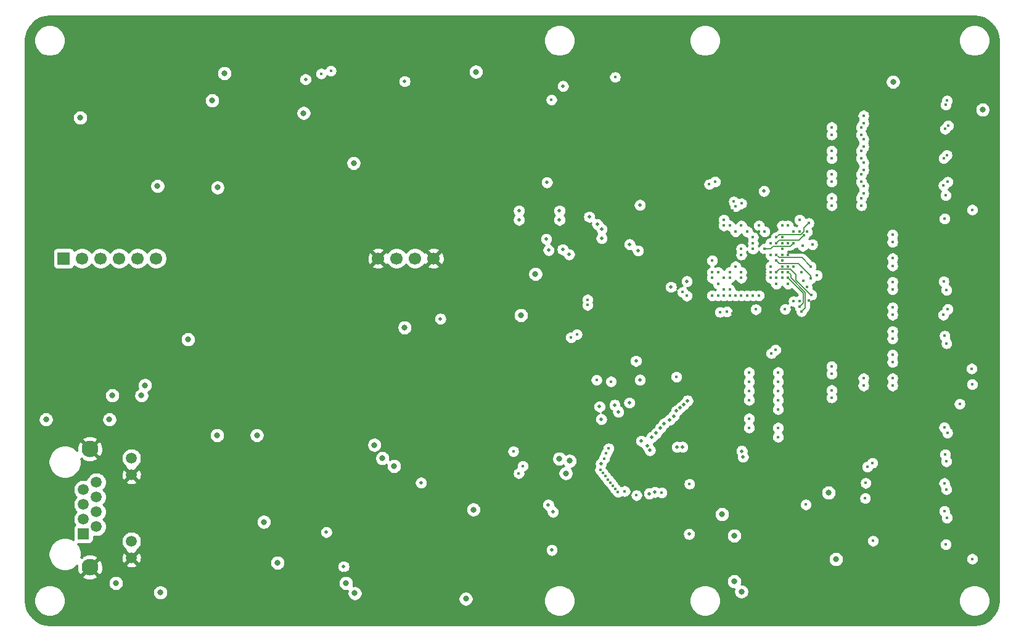
<source format=gbr>
%TF.GenerationSoftware,KiCad,Pcbnew,5.1.10-88a1d61d58~88~ubuntu20.04.1*%
%TF.CreationDate,2021-07-12T14:39:34+08:00*%
%TF.ProjectId,TestAutomation,54657374-4175-4746-9f6d-6174696f6e2e,rev?*%
%TF.SameCoordinates,Original*%
%TF.FileFunction,Copper,L2,Inr*%
%TF.FilePolarity,Positive*%
%FSLAX46Y46*%
G04 Gerber Fmt 4.6, Leading zero omitted, Abs format (unit mm)*
G04 Created by KiCad (PCBNEW 5.1.10-88a1d61d58~88~ubuntu20.04.1) date 2021-07-12 14:39:34*
%MOMM*%
%LPD*%
G01*
G04 APERTURE LIST*
%TA.AperFunction,ComponentPad*%
%ADD10R,1.700000X1.700000*%
%TD*%
%TA.AperFunction,ComponentPad*%
%ADD11C,1.700000*%
%TD*%
%TA.AperFunction,ComponentPad*%
%ADD12R,1.500000X1.500000*%
%TD*%
%TA.AperFunction,ComponentPad*%
%ADD13C,1.500000*%
%TD*%
%TA.AperFunction,ComponentPad*%
%ADD14C,2.300000*%
%TD*%
%TA.AperFunction,ViaPad*%
%ADD15C,0.450000*%
%TD*%
%TA.AperFunction,ViaPad*%
%ADD16C,0.800000*%
%TD*%
%TA.AperFunction,ViaPad*%
%ADD17C,0.500000*%
%TD*%
%TA.AperFunction,Conductor*%
%ADD18C,0.127000*%
%TD*%
%TA.AperFunction,Conductor*%
%ADD19C,0.254000*%
%TD*%
%TA.AperFunction,Conductor*%
%ADD20C,0.100000*%
%TD*%
G04 APERTURE END LIST*
D10*
%TO.N,Net-(R98-Pad2)*%
%TO.C,U12*%
X84918000Y-86946000D03*
D11*
%TO.N,Net-(C51-Pad1)*%
X87458000Y-86946000D03*
%TO.N,Net-(U10-Pad2)*%
X89998000Y-86946000D03*
%TO.N,Net-(U12-Pad4)*%
X92538000Y-86946000D03*
%TO.N,Net-(U12-Pad5)*%
X95078000Y-86946000D03*
%TO.N,GND*%
X128098000Y-86946000D03*
%TO.N,Net-(C57-Pad1)*%
X130638000Y-86946000D03*
%TO.N,Net-(U12-Pad9)*%
X133178000Y-86946000D03*
%TO.N,GND*%
X135718000Y-86946000D03*
%TO.N,Net-(U12-Pad6)*%
X97618000Y-86946000D03*
%TD*%
D12*
%TO.N,Net-(J6-Pad1)*%
%TO.C,J6*%
X87630000Y-124841000D03*
D13*
%TO.N,Net-(J6-Pad3)*%
X87630000Y-122809000D03*
%TO.N,Net-(D17-Pad2)*%
X87630000Y-120777000D03*
%TO.N,Net-(D19-Pad2)*%
X87630000Y-118745000D03*
%TO.N,Net-(J6-Pad2)*%
X89410000Y-123825000D03*
%TO.N,Net-(D17-Pad2)*%
X89410000Y-121793000D03*
%TO.N,Net-(J6-Pad6)*%
X89410000Y-119761000D03*
%TO.N,Net-(D19-Pad2)*%
X89410000Y-117729000D03*
D14*
%TO.N,GND*%
X88520000Y-113151000D03*
X88520000Y-129411000D03*
D13*
X94230000Y-128141000D03*
%TO.N,Net-(J6-Pad10)*%
X94230000Y-125851000D03*
%TO.N,GND*%
X94230000Y-116711000D03*
%TO.N,Net-(J6-Pad12)*%
X94230000Y-114421000D03*
%TD*%
D15*
%TO.N,GND*%
X184392000Y-86449000D03*
D16*
X97300000Y-102700000D03*
D15*
X172640000Y-84850000D03*
X181192000Y-86449000D03*
D16*
X116400000Y-125400000D03*
X81700000Y-105300000D03*
X82700000Y-90400000D03*
X127500000Y-101100000D03*
X98900000Y-63200000D03*
D15*
X183050000Y-112776000D03*
X183410000Y-74420000D03*
X183410000Y-71880000D03*
X183410000Y-69340000D03*
X183410000Y-66800000D03*
X183410000Y-64260000D03*
X183410000Y-61720000D03*
D17*
X152555000Y-110265000D03*
X147450000Y-82820000D03*
X166940000Y-87060000D03*
X203670000Y-84640000D03*
X183290000Y-121793000D03*
X183290000Y-123063000D03*
X183290000Y-124333000D03*
X183290000Y-125603000D03*
X183290000Y-126873000D03*
X183290000Y-128143000D03*
X183290000Y-129413000D03*
X183290000Y-130683000D03*
X183290000Y-131953000D03*
X183290000Y-133223000D03*
X164770000Y-71720000D03*
X209677000Y-87757000D03*
X209703000Y-91567000D03*
X209703000Y-95377000D03*
X209613000Y-99187000D03*
X209652000Y-111760000D03*
X209633000Y-115567000D03*
X209683000Y-119377000D03*
X209675000Y-123125000D03*
X209640000Y-75160000D03*
X210123000Y-71377000D03*
X209883000Y-67567000D03*
X183410000Y-76600000D03*
D15*
X198910000Y-124340000D03*
X200210000Y-121670000D03*
X201870000Y-118110000D03*
X202180000Y-114740000D03*
X203300000Y-108780000D03*
X205000000Y-108720000D03*
X202540000Y-101840000D03*
X202010000Y-97110000D03*
X201640000Y-93870000D03*
X202210000Y-90550000D03*
X201840000Y-78000000D03*
X201580000Y-74460000D03*
X201170000Y-71240000D03*
X201000000Y-67610000D03*
X201650000Y-63400000D03*
X199800000Y-102310000D03*
X200180000Y-88920000D03*
X200520000Y-85710000D03*
X199780000Y-92220000D03*
X199060000Y-106380000D03*
X200060000Y-98610000D03*
X191540000Y-71050000D03*
X190370000Y-74310000D03*
X192670000Y-74230000D03*
X190360000Y-77620000D03*
X190260000Y-81730000D03*
X190170000Y-83320000D03*
X190170000Y-84990000D03*
X190360000Y-86510000D03*
X189870000Y-95660000D03*
X183050000Y-108966000D03*
X176790000Y-80420000D03*
X153740000Y-119490000D03*
X194645000Y-83435000D03*
X194670000Y-81820000D03*
X194595000Y-85065000D03*
X194585000Y-86625000D03*
X194590000Y-88180000D03*
X194530000Y-89950000D03*
X194570000Y-91410000D03*
X194580000Y-93300000D03*
X194500000Y-95020000D03*
X194660000Y-96630000D03*
X194610000Y-98250000D03*
X194580000Y-99850000D03*
X194580000Y-101450000D03*
X176790000Y-94550000D03*
X187190000Y-55630000D03*
D17*
X173430000Y-70360000D03*
D15*
X183410000Y-59587910D03*
D17*
X187342000Y-59612910D03*
D15*
X184000000Y-79720000D03*
X181770000Y-79840000D03*
X172320000Y-90000000D03*
X187240000Y-92750000D03*
X183180000Y-94520000D03*
X180392000Y-83249000D03*
X172500000Y-92900000D03*
X164920000Y-116800000D03*
X172590000Y-103720000D03*
D17*
X162120000Y-101560000D03*
X161330000Y-103590000D03*
X169390000Y-116340000D03*
X169046000Y-118444000D03*
X169720000Y-124540000D03*
X165300000Y-124890000D03*
D15*
X180640000Y-95480000D03*
D17*
X181192000Y-88849000D03*
D16*
X103171000Y-77199000D03*
X108971000Y-77199000D03*
X102000000Y-68100000D03*
X91800000Y-78400000D03*
X93784000Y-77216000D03*
X87700000Y-75300000D03*
X87200000Y-69500000D03*
X142700000Y-123300000D03*
X130350000Y-113750000D03*
X132500000Y-119200000D03*
D17*
X136800000Y-115500000D03*
X136600000Y-123900000D03*
X135557002Y-130957002D03*
X129222000Y-130978000D03*
X129121999Y-129478001D03*
X131400000Y-126100000D03*
X134500000Y-126100000D03*
X134500000Y-128800000D03*
X131400000Y-128800000D03*
X123420000Y-130280000D03*
X122700000Y-125900000D03*
X125600000Y-126700000D03*
D15*
X189520000Y-97310000D03*
X188780000Y-98670000D03*
D17*
X113530000Y-58992910D03*
X140101000Y-66219000D03*
X128110000Y-65950000D03*
X172760000Y-64310000D03*
X169140000Y-66990000D03*
X162850000Y-62430000D03*
X161720000Y-66990000D03*
X197380000Y-127950000D03*
X195980000Y-109400000D03*
X187280000Y-62420000D03*
X187250000Y-65130000D03*
X187200000Y-67470000D03*
X186760000Y-69540000D03*
X120355000Y-63892500D03*
X121255000Y-63892500D03*
X122155000Y-63892500D03*
X120355000Y-64792500D03*
X121255000Y-64792500D03*
X122155000Y-64792500D03*
X120355000Y-65692500D03*
X121255000Y-65692500D03*
X122155000Y-65692500D03*
X184530000Y-96760000D03*
X158250000Y-96790000D03*
X154770000Y-100600000D03*
X158000000Y-86750000D03*
X167380000Y-79390000D03*
X168080000Y-92630000D03*
X151310000Y-93750000D03*
X84230000Y-124580000D03*
X132560000Y-134790000D03*
X138550000Y-133010000D03*
X138450000Y-121010000D03*
X148880000Y-113360000D03*
X170490000Y-98990000D03*
X174990000Y-73200000D03*
X194320000Y-62110000D03*
X198960000Y-56420000D03*
X105910000Y-133790000D03*
D15*
X158100000Y-66540000D03*
X166300000Y-68910000D03*
X166291500Y-74958500D03*
D16*
X119790000Y-128730000D03*
X119710000Y-111340000D03*
X114260000Y-111300000D03*
X150270000Y-121500000D03*
D17*
X187330000Y-108820000D03*
X187330000Y-111130000D03*
D15*
X119414000Y-59036000D03*
D17*
X125295000Y-61255000D03*
D15*
X192600000Y-121310000D03*
X192610000Y-116310000D03*
D17*
X168060000Y-62330000D03*
D15*
X153390000Y-126100000D03*
D17*
X155260000Y-67060000D03*
D16*
X161820000Y-57440000D03*
X90000000Y-55000000D03*
X81000000Y-65000000D03*
X81000000Y-79000000D03*
X109000000Y-55000000D03*
X142000000Y-56000000D03*
X104000000Y-101000000D03*
D17*
X101400000Y-75670000D03*
D16*
X111740317Y-69889683D03*
D17*
X145425000Y-72315000D03*
X140520000Y-77460000D03*
X181740000Y-117750000D03*
D16*
X117050000Y-68600000D03*
X146950000Y-133990000D03*
X87710000Y-135270000D03*
X212270000Y-130160000D03*
X212020000Y-61530000D03*
D15*
%TO.N,/FPGA/GNDPLL0*%
X179592000Y-84049000D03*
X156850000Y-92620000D03*
%TO.N,/FPGA/VCCPLL0*%
X179592000Y-84849000D03*
X156860000Y-93380000D03*
%TO.N,/FPGA/GNDPLL1*%
X176392000Y-91249000D03*
X170500000Y-92100000D03*
%TO.N,/FPGA/VCCPLL1*%
X175592000Y-91249000D03*
X169900000Y-91600000D03*
D16*
%TO.N,+12V_OUT*%
X141530000Y-61300000D03*
X211120000Y-66500000D03*
D17*
%TO.N,/CurrentSenser/12V_CURRENT*%
X131760000Y-62600000D03*
D15*
X159450000Y-113770000D03*
D16*
%TO.N,+12V*%
X131747000Y-96453000D03*
X107000000Y-61500000D03*
X117865000Y-66965000D03*
X124745000Y-73845000D03*
D15*
%TO.N,+3V3*%
X175592000Y-81649000D03*
X179592000Y-85649000D03*
X173992000Y-87249000D03*
X174792000Y-88849000D03*
X173992000Y-92049000D03*
D16*
X91600000Y-105800000D03*
D15*
X175992000Y-94279000D03*
X179980000Y-93960000D03*
X183050000Y-102616000D03*
X174792000Y-90449000D03*
X184002000Y-93949000D03*
D17*
X181102000Y-77698000D03*
X164060000Y-79610000D03*
D15*
X177992000Y-82449000D03*
X180392000Y-82449000D03*
X183592000Y-82449000D03*
D17*
X163805000Y-85885000D03*
D15*
X170870000Y-117950000D03*
X161990000Y-118950000D03*
X163598000Y-119532000D03*
X169070000Y-103230000D03*
D17*
X163520000Y-101050000D03*
X164260000Y-112060000D03*
X170820000Y-124870000D03*
D16*
X82500000Y-109100000D03*
X95600000Y-105800000D03*
X127600000Y-112600000D03*
X149700000Y-89100000D03*
X140150000Y-133750000D03*
X141200000Y-121500000D03*
X147710000Y-94770000D03*
D17*
X164070000Y-103640000D03*
D16*
X189960000Y-119170000D03*
X190990000Y-128310000D03*
D15*
%TO.N,+2V5*%
X186020000Y-83250000D03*
X181992000Y-86449000D03*
X181992000Y-88849000D03*
X186990000Y-90900000D03*
X177192000Y-88049000D03*
D17*
X170500000Y-90100004D03*
D15*
%TO.N,+1V2*%
X177992000Y-88849000D03*
X181192000Y-85649000D03*
X181992000Y-89649000D03*
X185192000Y-84831640D03*
X177992000Y-86449000D03*
X175049998Y-94330002D03*
D17*
X168334446Y-90879995D03*
D16*
%TO.N,+5V*%
X106049000Y-77199000D03*
X198825000Y-62685000D03*
X105320000Y-65240000D03*
D17*
X153500000Y-63250000D03*
%TO.N,/Ethernet/+3V3A*%
X123380000Y-129320000D03*
X134000000Y-117800006D03*
X121000000Y-124600000D03*
D15*
%TO.N,+3V3MP*%
X209684620Y-80264000D03*
X209684620Y-128270000D03*
X209684620Y-104267000D03*
D16*
%TO.N,/Ethernet/POE_VC-*%
X91200000Y-109100000D03*
X102000000Y-98100000D03*
%TO.N,Net-(D17-Pad2)*%
X111448555Y-111268999D03*
%TO.N,Net-(D19-Pad2)*%
X106007000Y-111268999D03*
D17*
%TO.N,Net-(D21-Pad2)*%
X151490000Y-120830000D03*
X165350000Y-119290000D03*
D15*
%TO.N,/MCU/CPU_SWCLK*%
X158100000Y-103660000D03*
X154600000Y-97820000D03*
%TO.N,/MCU/CPU_SWDIO*%
X155390000Y-97409998D03*
X160098000Y-103882000D03*
%TO.N,/MCU/CPU_UART4_TX*%
X183050000Y-110236000D03*
D17*
X165120000Y-112760000D03*
D15*
%TO.N,/MCU/CPU_UART4_RX*%
X183050000Y-111506000D03*
D17*
X165450000Y-113350000D03*
D15*
%TO.N,/MCU/CPU_PWM_CH1*%
X183050000Y-103886000D03*
D17*
X168690000Y-108630000D03*
D15*
%TO.N,/MCU/CPU_PWM_CH2*%
X183050000Y-105156000D03*
D17*
X168170000Y-109130000D03*
D15*
%TO.N,/MCU/CPU_PWM_CH3*%
X183050000Y-106426000D03*
D17*
X167350000Y-109670000D03*
D15*
%TO.N,/MCU/CPU_PWM_CH4*%
X183050000Y-107696000D03*
D17*
X166890000Y-110270000D03*
%TO.N,/MCU/CPU_IIC2_SDA*%
X178220000Y-114250000D03*
X169160000Y-112890000D03*
%TO.N,/MCU/CPU_IIC2_SCL*%
X178050000Y-113450000D03*
X169909449Y-112870551D03*
D15*
%TO.N,/MCU/CPU_UART1_RX*%
X179050000Y-110236000D03*
D17*
X165700000Y-111520000D03*
D15*
%TO.N,/MCU/CPU_UART1_TX*%
X179050000Y-108966000D03*
D17*
X166300000Y-110990000D03*
D15*
%TO.N,/MCU/CPU_SPI2_MOSI*%
X179050000Y-106426000D03*
D17*
X169098000Y-107902000D03*
D15*
%TO.N,/MCU/CPU_SPI2_MISO*%
X179050000Y-105156000D03*
D17*
X169598000Y-107492000D03*
D15*
%TO.N,/MCU/CPU_SPI2_SCK*%
X179050000Y-103886000D03*
D17*
X170098000Y-107072000D03*
D15*
%TO.N,/MCU/CPU_SPI2_CS*%
X179050000Y-102616000D03*
D17*
X170600000Y-106510000D03*
D16*
%TO.N,/MCU/CPU_DAC1*%
X178010000Y-132770000D03*
X175340000Y-122140000D03*
%TO.N,/MCU/CPU_DAC0*%
X177020000Y-131360000D03*
X177019998Y-125080000D03*
D17*
%TO.N,/CurrentSenser/12V_SW*%
X118140000Y-62320000D03*
X158710000Y-115160000D03*
D16*
%TO.N,/MCU/CPU_RESET*%
X96100000Y-104400000D03*
D17*
X151959999Y-127060001D03*
%TO.N,/MCU/CPU_POE_SRC_STATUS*%
X136660000Y-95250000D03*
D15*
X167050000Y-119150000D03*
%TO.N,/EEM0_IIC_SCL*%
X177992000Y-89649000D03*
X205910000Y-81500000D03*
X195990000Y-115070000D03*
%TO.N,/EEM0_IIC_SDA*%
X176392000Y-88849000D03*
X206050000Y-78290000D03*
X195300000Y-115610000D03*
%TO.N,/EEM1_IIC_SCL*%
X176392000Y-89649000D03*
X195080000Y-117840000D03*
X207980000Y-106950000D03*
%TO.N,/EEM1_IIC_SDA*%
X175592000Y-89649000D03*
X209620000Y-102110000D03*
X195000000Y-119940000D03*
%TO.N,/EEM2_IIC_SCL*%
X173992000Y-89649000D03*
X182120000Y-100000000D03*
%TO.N,/EEM2_IIC_SDA*%
X173992000Y-88849000D03*
X206070000Y-126290000D03*
X196080000Y-125800000D03*
X182690000Y-99540000D03*
%TO.N,/EEM0_7_N*%
X194470000Y-78660000D03*
X205760000Y-76930000D03*
%TO.N,/EEM0_5_N*%
X205780000Y-73180000D03*
X194470000Y-75415288D03*
%TO.N,/EEM0_3_N*%
X205960000Y-69160000D03*
X194470000Y-72170578D03*
%TO.N,/EEM0_1_N*%
X194470000Y-68925868D03*
X206070000Y-65850000D03*
%TO.N,/EEM0_7_P*%
X206320000Y-76440000D03*
X194470000Y-79680000D03*
%TO.N,/EEM0_5_P*%
X206200000Y-72740000D03*
X194470000Y-76435288D03*
%TO.N,/EEM0_3_P*%
X194470000Y-73170578D03*
X206380000Y-68710000D03*
%TO.N,/EEM0_1_P*%
X194470000Y-69945868D03*
X206240000Y-65269989D03*
%TO.N,/EEM1_6_P*%
X205920000Y-97600000D03*
X198750000Y-91207643D03*
%TO.N,/EEM1_4_P*%
X206320000Y-93940000D03*
X198750000Y-86945288D03*
%TO.N,/EEM1_2_P*%
X205780000Y-90110000D03*
X198750000Y-84715288D03*
%TO.N,/EEM1_6_N*%
X206170000Y-98640000D03*
X198750000Y-90187643D03*
%TO.N,/EEM1_4_N*%
X205730000Y-94730000D03*
X198750000Y-87965288D03*
%TO.N,/EEM1_2_N*%
X198750000Y-83695288D03*
X206160000Y-91290000D03*
%TO.N,/EEM2_6_P*%
X205870000Y-121680000D03*
X198750000Y-104467643D03*
%TO.N,/EEM2_4_P*%
X205860000Y-117850000D03*
X198750000Y-101222933D03*
%TO.N,/EEM2_2_P*%
X205990000Y-113900000D03*
X198750000Y-97977643D03*
%TO.N,/EEM2_0_P*%
X205860000Y-110190000D03*
X198750000Y-94727643D03*
%TO.N,/EEM2_6_N*%
X206220000Y-122630000D03*
X198750000Y-103447643D03*
%TO.N,/EEM2_4_N*%
X206160000Y-118700000D03*
X198750000Y-100202933D03*
%TO.N,/EEM2_2_N*%
X206140000Y-114880000D03*
X198750000Y-96957643D03*
%TO.N,/EEM2_0_N*%
X206290000Y-110940000D03*
X198750000Y-93707643D03*
D17*
%TO.N,/CDONE*%
X151520000Y-85830000D03*
D15*
X178792000Y-83249000D03*
D17*
X161098000Y-108032000D03*
D15*
%TO.N,/CRESET*%
X177192000Y-83249000D03*
D17*
X153450000Y-85730000D03*
X160597999Y-107102001D03*
%TO.N,/SPI_CS*%
X158799000Y-84191000D03*
X147446999Y-80391000D03*
X158520000Y-107330000D03*
X158210000Y-82270000D03*
X162650000Y-85010000D03*
D15*
X176960000Y-79150000D03*
%TO.N,/FSMC_A7*%
X177192000Y-92049000D03*
X159660000Y-117353332D03*
%TO.N,/FSMC_NL*%
X174792000Y-92049000D03*
X158610000Y-116020000D03*
%TO.N,/FSMC_NBL0*%
X175592000Y-92049000D03*
X158960000Y-116480000D03*
%TO.N,/FSMC_A3*%
X177992000Y-92049000D03*
X160010000Y-117789998D03*
%TO.N,/FSMC_A4*%
X178792000Y-92049000D03*
X160360000Y-118226664D03*
%TO.N,/FSMC_A6*%
X180392000Y-92049000D03*
X161060000Y-119099996D03*
%TO.N,/FSMC_NBL1*%
X176392000Y-92049000D03*
X159310000Y-116916666D03*
%TO.N,/FSMC_A5*%
X179592000Y-92049000D03*
X160710000Y-118663330D03*
%TO.N,/CSBSEL0*%
X177992000Y-85649000D03*
D17*
X158755453Y-109055453D03*
X154340000Y-86420000D03*
%TO.N,/SPI_MOSI*%
X158799000Y-82921000D03*
X147446999Y-81661000D03*
D16*
X153884090Y-116500000D03*
D15*
X147420000Y-116500000D03*
X177200000Y-79770000D03*
D17*
%TO.N,/SPI_MISO*%
X153019000Y-80391000D03*
D16*
X154400000Y-114800000D03*
D15*
X147960000Y-115500000D03*
X176392000Y-82449000D03*
%TO.N,/CSBSEL1*%
X175592000Y-82449000D03*
D17*
X151200000Y-84280000D03*
X162598000Y-106802000D03*
%TO.N,/SPI_SCK*%
X153019000Y-81661000D03*
D16*
X153000000Y-114500000D03*
D17*
X157090000Y-81240000D03*
D15*
X146680000Y-113470000D03*
X178010000Y-79410000D03*
%TO.N,HSADC_IN*%
X186850000Y-120810000D03*
X160650000Y-62040000D03*
D16*
%TO.N,Net-(J6-Pad12)*%
X128700004Y-114421000D03*
%TO.N,Net-(J6-Pad10)*%
X130300000Y-115500000D03*
%TO.N,Net-(J6-Pad6)*%
X98200000Y-132900000D03*
%TO.N,Net-(J6-Pad3)*%
X92100000Y-131600000D03*
D17*
%TO.N,Net-(SW3-Pad2)*%
X166124517Y-119092232D03*
X152100000Y-121810000D03*
D15*
%TO.N,/FPGA/LVDS0_0_P*%
X194770000Y-68323513D03*
X185992000Y-81649000D03*
%TO.N,/FPGA/LVDS0_0_N*%
X194770000Y-67303513D03*
X184392000Y-82449000D03*
%TO.N,/FPGA/LVDS0_1_P*%
X190390000Y-68923513D03*
X181192000Y-83249000D03*
%TO.N,/FPGA/LVDS0_1_N*%
X190390000Y-69943513D03*
X185192000Y-83249000D03*
%TO.N,/FPGA/LVDS0_2_P*%
X194770000Y-70563513D03*
X183592000Y-88049000D03*
%TO.N,/FPGA/LVDS0_2_N*%
X194770000Y-71583513D03*
X185192000Y-88049000D03*
%TO.N,/FPGA/LVDS0_3_P*%
X190390000Y-72173513D03*
X181992000Y-84849000D03*
%TO.N,/FPGA/LVDS0_3_N*%
X190390000Y-73193513D03*
X184392000Y-84849000D03*
%TO.N,/FPGA/LVDS0_4_P*%
X194770000Y-73783513D03*
X184392000Y-88049000D03*
%TO.N,/FPGA/LVDS0_4_N*%
X194770000Y-74803513D03*
X186241720Y-88862590D03*
%TO.N,/FPGA/LVDS0_5_P*%
X190390000Y-75413513D03*
X183592000Y-84849000D03*
%TO.N,/FPGA/LVDS0_5_N*%
X190390000Y-76433513D03*
X186420000Y-85250000D03*
%TO.N,/FPGA/LVDS0_6_P*%
X194770000Y-77033513D03*
X183592000Y-88849000D03*
%TO.N,/FPGA/LVDS0_6_N*%
X194770000Y-78053513D03*
X184392000Y-90449000D03*
%TO.N,/FPGA/LVDS0_7_P*%
X190390000Y-78653513D03*
X183592000Y-86449000D03*
%TO.N,/FPGA/LVDS0_7_N*%
X190390000Y-79673513D03*
X183592000Y-87249000D03*
%TO.N,/FPGA/LVDS1_0_N*%
X182792000Y-84049000D03*
X187240000Y-82100000D03*
%TO.N,/FPGA/LVDS1_1_N*%
X183592000Y-84049000D03*
X187020000Y-83300000D03*
%TO.N,/FPGA/LVDS1_2_P*%
X182792000Y-84849000D03*
X186581870Y-83781870D03*
%TO.N,/FPGA/LVDS1_3_P*%
X183592000Y-85649000D03*
X187750000Y-85020000D03*
%TO.N,/FPGA/LVDS1_7_P*%
X182792000Y-86449000D03*
X187540000Y-88060000D03*
%TO.N,/FPGA/LVDS2_0_P*%
X181992000Y-88049000D03*
X188390000Y-89280000D03*
%TO.N,/FPGA/LVDS2_1_P*%
X182792000Y-87249000D03*
X187550000Y-89690000D03*
%TO.N,/FPGA/LVDS2_2_P*%
X183592000Y-89649000D03*
X186540460Y-90040460D03*
%TO.N,/FPGA/LVDS2_3_P*%
X182792000Y-88849000D03*
X187620000Y-91960000D03*
%TO.N,/FPGA/LVDS2_5_P*%
X182792000Y-89649000D03*
X190390000Y-101825288D03*
%TO.N,/FPGA/LVDS2_5_N*%
X190390000Y-102845288D03*
X185992000Y-92849000D03*
%TO.N,/FPGA/LVDS2_6_P*%
X184392000Y-88849000D03*
X194770000Y-103447643D03*
X186270000Y-94230000D03*
%TO.N,/FPGA/LVDS2_6_N*%
X194770000Y-104467643D03*
X184392000Y-89649000D03*
X186020000Y-93600000D03*
%TO.N,/FPGA/LVDS2_7_P*%
X182792000Y-90449000D03*
X190390000Y-105070000D03*
%TO.N,/FPGA/LVDS2_7_N*%
X190390000Y-106090000D03*
X185185641Y-92855359D03*
%TO.N,/FPGA/FPGA_LED*%
X174392000Y-76418000D03*
X151910000Y-65130000D03*
%TO.N,/FPGA/FPGA_KEY*%
X173592000Y-76772000D03*
D17*
X151290000Y-76510000D03*
D16*
%TO.N,+6V*%
X87200000Y-67600000D03*
X97800000Y-77000000D03*
D15*
%TO.N,/CurrentSenser/12V_OUT_FAULT*%
X120290000Y-61550000D03*
X159760000Y-113090000D03*
D16*
%TO.N,Net-(R113-Pad1)*%
X123700000Y-131600000D03*
X112400000Y-123200000D03*
%TO.N,Net-(R114-Pad2)*%
X124900000Y-133000000D03*
X114300000Y-128800000D03*
D15*
%TO.N,/CurrentSenser/12V_CURRENT_REF*%
X121612000Y-61170000D03*
X159143229Y-114476771D03*
%TD*%
D18*
%TO.N,+3V3*%
X179991000Y-93949000D02*
X179980000Y-93960000D01*
%TO.N,+1V2*%
X181992000Y-85649000D02*
X182369401Y-85271599D01*
X182369401Y-85271599D02*
X184752041Y-85271599D01*
X184752041Y-85271599D02*
X185192000Y-84831640D01*
X181992000Y-85649000D02*
X181192000Y-85649000D01*
D19*
%TO.N,/SPI_SCK*%
X153000000Y-114500000D02*
X153000000Y-114500000D01*
D18*
%TO.N,/FPGA/LVDS1_0_N*%
X187240000Y-82100000D02*
X186570000Y-82770000D01*
X186570000Y-83258554D02*
X186168554Y-83660000D01*
X186570000Y-82770000D02*
X186570000Y-83258554D01*
X183181000Y-83660000D02*
X182792000Y-84049000D01*
X186168554Y-83660000D02*
X183181000Y-83660000D01*
%TO.N,/FPGA/LVDS1_2_P*%
X185913740Y-84450000D02*
X186581870Y-83781870D01*
X182792000Y-84849000D02*
X183191000Y-84450000D01*
X183191000Y-84450000D02*
X185913740Y-84450000D01*
%TO.N,/FPGA/LVDS1_3_P*%
X187750000Y-85020000D02*
X187750000Y-85020000D01*
%TO.N,/FPGA/LVDS1_7_P*%
X186330000Y-86850000D02*
X187540000Y-88060000D01*
X183193000Y-86850000D02*
X186330000Y-86850000D01*
X182792000Y-86449000D02*
X183193000Y-86850000D01*
X187540000Y-88060000D02*
X187540000Y-88060000D01*
%TO.N,/FPGA/LVDS2_1_P*%
X182792000Y-87249000D02*
X183193000Y-87650000D01*
X187550000Y-89371802D02*
X187550000Y-89690000D01*
X183193000Y-87650000D02*
X185828198Y-87650000D01*
X185828198Y-87650000D02*
X187550000Y-89371802D01*
%TO.N,/FPGA/LVDS2_3_P*%
X187490000Y-91960000D02*
X187620000Y-91960000D01*
X185510000Y-89980000D02*
X187490000Y-91960000D01*
X185510000Y-89230000D02*
X185510000Y-89980000D01*
X184730000Y-88450000D02*
X185510000Y-89230000D01*
X183191000Y-88450000D02*
X184730000Y-88450000D01*
X182792000Y-88849000D02*
X183191000Y-88450000D01*
%TO.N,/FPGA/LVDS2_6_P*%
X186780000Y-93720000D02*
X186270000Y-94230000D01*
X186780000Y-91640000D02*
X186780000Y-93720000D01*
X184769401Y-89629401D02*
X186780000Y-91640000D01*
X184769401Y-89226401D02*
X184769401Y-89629401D01*
X184392000Y-88849000D02*
X184769401Y-89226401D01*
X186270000Y-94230000D02*
X186270000Y-94230000D01*
%TO.N,/FPGA/LVDS2_6_N*%
X184392000Y-89649000D02*
X186510000Y-91767000D01*
X186510000Y-91767000D02*
X186510000Y-93110000D01*
X186510000Y-93110000D02*
X186020000Y-93600000D01*
%TD*%
D19*
%TO.N,GND*%
X210648126Y-53726714D02*
X211271572Y-53914943D01*
X211846579Y-54220681D01*
X212351247Y-54632279D01*
X212766362Y-55134067D01*
X213076105Y-55706924D01*
X213268682Y-56329039D01*
X213340000Y-57007584D01*
X213340001Y-57967572D01*
X213340000Y-57967582D01*
X213340001Y-132967581D01*
X213340000Y-133967721D01*
X213273286Y-134648126D01*
X213085057Y-135271570D01*
X212779323Y-135846573D01*
X212367721Y-136351248D01*
X211865933Y-136766362D01*
X211293077Y-137076104D01*
X210670961Y-137268682D01*
X209992417Y-137340000D01*
X83032279Y-137340000D01*
X82351874Y-137273286D01*
X81728430Y-137085057D01*
X81153427Y-136779323D01*
X80648752Y-136367721D01*
X80233638Y-135865933D01*
X79923896Y-135293077D01*
X79731318Y-134670961D01*
X79660000Y-133992417D01*
X79660000Y-133786323D01*
X80830497Y-133786323D01*
X80830497Y-134213677D01*
X80913870Y-134632821D01*
X81077412Y-135027645D01*
X81314837Y-135382977D01*
X81617023Y-135685163D01*
X81972355Y-135922588D01*
X82367179Y-136086130D01*
X82786323Y-136169503D01*
X83213677Y-136169503D01*
X83632821Y-136086130D01*
X84027645Y-135922588D01*
X84382977Y-135685163D01*
X84685163Y-135382977D01*
X84922588Y-135027645D01*
X85086130Y-134632821D01*
X85169503Y-134213677D01*
X85169503Y-133786323D01*
X85086130Y-133367179D01*
X84922588Y-132972355D01*
X84806129Y-132798061D01*
X97165000Y-132798061D01*
X97165000Y-133001939D01*
X97204774Y-133201898D01*
X97282795Y-133390256D01*
X97396063Y-133559774D01*
X97540226Y-133703937D01*
X97709744Y-133817205D01*
X97898102Y-133895226D01*
X98098061Y-133935000D01*
X98301939Y-133935000D01*
X98501898Y-133895226D01*
X98690256Y-133817205D01*
X98859774Y-133703937D01*
X99003937Y-133559774D01*
X99117205Y-133390256D01*
X99195226Y-133201898D01*
X99235000Y-133001939D01*
X99235000Y-132798061D01*
X99195226Y-132598102D01*
X99117205Y-132409744D01*
X99003937Y-132240226D01*
X98859774Y-132096063D01*
X98690256Y-131982795D01*
X98501898Y-131904774D01*
X98301939Y-131865000D01*
X98098061Y-131865000D01*
X97898102Y-131904774D01*
X97709744Y-131982795D01*
X97540226Y-132096063D01*
X97396063Y-132240226D01*
X97282795Y-132409744D01*
X97204774Y-132598102D01*
X97165000Y-132798061D01*
X84806129Y-132798061D01*
X84685163Y-132617023D01*
X84382977Y-132314837D01*
X84027645Y-132077412D01*
X83632821Y-131913870D01*
X83213677Y-131830497D01*
X82786323Y-131830497D01*
X82367179Y-131913870D01*
X81972355Y-132077412D01*
X81617023Y-132314837D01*
X81314837Y-132617023D01*
X81077412Y-132972355D01*
X80913870Y-133367179D01*
X80830497Y-133786323D01*
X79660000Y-133786323D01*
X79660000Y-131498061D01*
X91065000Y-131498061D01*
X91065000Y-131701939D01*
X91104774Y-131901898D01*
X91182795Y-132090256D01*
X91296063Y-132259774D01*
X91440226Y-132403937D01*
X91609744Y-132517205D01*
X91798102Y-132595226D01*
X91998061Y-132635000D01*
X92201939Y-132635000D01*
X92401898Y-132595226D01*
X92590256Y-132517205D01*
X92759774Y-132403937D01*
X92903937Y-132259774D01*
X93017205Y-132090256D01*
X93095226Y-131901898D01*
X93135000Y-131701939D01*
X93135000Y-131498061D01*
X122665000Y-131498061D01*
X122665000Y-131701939D01*
X122704774Y-131901898D01*
X122782795Y-132090256D01*
X122896063Y-132259774D01*
X123040226Y-132403937D01*
X123209744Y-132517205D01*
X123398102Y-132595226D01*
X123598061Y-132635000D01*
X123801939Y-132635000D01*
X123942492Y-132607042D01*
X123904774Y-132698102D01*
X123865000Y-132898061D01*
X123865000Y-133101939D01*
X123904774Y-133301898D01*
X123982795Y-133490256D01*
X124096063Y-133659774D01*
X124240226Y-133803937D01*
X124409744Y-133917205D01*
X124598102Y-133995226D01*
X124798061Y-134035000D01*
X125001939Y-134035000D01*
X125201898Y-133995226D01*
X125390256Y-133917205D01*
X125559774Y-133803937D01*
X125703937Y-133659774D01*
X125711763Y-133648061D01*
X139115000Y-133648061D01*
X139115000Y-133851939D01*
X139154774Y-134051898D01*
X139232795Y-134240256D01*
X139346063Y-134409774D01*
X139490226Y-134553937D01*
X139659744Y-134667205D01*
X139848102Y-134745226D01*
X140048061Y-134785000D01*
X140251939Y-134785000D01*
X140451898Y-134745226D01*
X140640256Y-134667205D01*
X140809774Y-134553937D01*
X140953937Y-134409774D01*
X141067205Y-134240256D01*
X141145226Y-134051898D01*
X141185000Y-133851939D01*
X141185000Y-133786323D01*
X150830497Y-133786323D01*
X150830497Y-134213677D01*
X150913870Y-134632821D01*
X151077412Y-135027645D01*
X151314837Y-135382977D01*
X151617023Y-135685163D01*
X151972355Y-135922588D01*
X152367179Y-136086130D01*
X152786323Y-136169503D01*
X153213677Y-136169503D01*
X153632821Y-136086130D01*
X154027645Y-135922588D01*
X154382977Y-135685163D01*
X154685163Y-135382977D01*
X154922588Y-135027645D01*
X155086130Y-134632821D01*
X155169503Y-134213677D01*
X155169503Y-133786323D01*
X170830497Y-133786323D01*
X170830497Y-134213677D01*
X170913870Y-134632821D01*
X171077412Y-135027645D01*
X171314837Y-135382977D01*
X171617023Y-135685163D01*
X171972355Y-135922588D01*
X172367179Y-136086130D01*
X172786323Y-136169503D01*
X173213677Y-136169503D01*
X173632821Y-136086130D01*
X174027645Y-135922588D01*
X174382977Y-135685163D01*
X174685163Y-135382977D01*
X174922588Y-135027645D01*
X175086130Y-134632821D01*
X175169503Y-134213677D01*
X175169503Y-133786323D01*
X175086130Y-133367179D01*
X174922588Y-132972355D01*
X174685163Y-132617023D01*
X174382977Y-132314837D01*
X174027645Y-132077412D01*
X173632821Y-131913870D01*
X173213677Y-131830497D01*
X172786323Y-131830497D01*
X172367179Y-131913870D01*
X171972355Y-132077412D01*
X171617023Y-132314837D01*
X171314837Y-132617023D01*
X171077412Y-132972355D01*
X170913870Y-133367179D01*
X170830497Y-133786323D01*
X155169503Y-133786323D01*
X155086130Y-133367179D01*
X154922588Y-132972355D01*
X154685163Y-132617023D01*
X154382977Y-132314837D01*
X154027645Y-132077412D01*
X153632821Y-131913870D01*
X153213677Y-131830497D01*
X152786323Y-131830497D01*
X152367179Y-131913870D01*
X151972355Y-132077412D01*
X151617023Y-132314837D01*
X151314837Y-132617023D01*
X151077412Y-132972355D01*
X150913870Y-133367179D01*
X150830497Y-133786323D01*
X141185000Y-133786323D01*
X141185000Y-133648061D01*
X141145226Y-133448102D01*
X141067205Y-133259744D01*
X140953937Y-133090226D01*
X140809774Y-132946063D01*
X140640256Y-132832795D01*
X140451898Y-132754774D01*
X140251939Y-132715000D01*
X140048061Y-132715000D01*
X139848102Y-132754774D01*
X139659744Y-132832795D01*
X139490226Y-132946063D01*
X139346063Y-133090226D01*
X139232795Y-133259744D01*
X139154774Y-133448102D01*
X139115000Y-133648061D01*
X125711763Y-133648061D01*
X125817205Y-133490256D01*
X125895226Y-133301898D01*
X125935000Y-133101939D01*
X125935000Y-132898061D01*
X125895226Y-132698102D01*
X125817205Y-132509744D01*
X125703937Y-132340226D01*
X125559774Y-132196063D01*
X125390256Y-132082795D01*
X125201898Y-132004774D01*
X125001939Y-131965000D01*
X124798061Y-131965000D01*
X124657508Y-131992958D01*
X124695226Y-131901898D01*
X124735000Y-131701939D01*
X124735000Y-131498061D01*
X124695226Y-131298102D01*
X124678641Y-131258061D01*
X175985000Y-131258061D01*
X175985000Y-131461939D01*
X176024774Y-131661898D01*
X176102795Y-131850256D01*
X176216063Y-132019774D01*
X176360226Y-132163937D01*
X176529744Y-132277205D01*
X176718102Y-132355226D01*
X176918061Y-132395000D01*
X177045054Y-132395000D01*
X177014774Y-132468102D01*
X176975000Y-132668061D01*
X176975000Y-132871939D01*
X177014774Y-133071898D01*
X177092795Y-133260256D01*
X177206063Y-133429774D01*
X177350226Y-133573937D01*
X177519744Y-133687205D01*
X177708102Y-133765226D01*
X177908061Y-133805000D01*
X178111939Y-133805000D01*
X178205835Y-133786323D01*
X207830497Y-133786323D01*
X207830497Y-134213677D01*
X207913870Y-134632821D01*
X208077412Y-135027645D01*
X208314837Y-135382977D01*
X208617023Y-135685163D01*
X208972355Y-135922588D01*
X209367179Y-136086130D01*
X209786323Y-136169503D01*
X210213677Y-136169503D01*
X210632821Y-136086130D01*
X211027645Y-135922588D01*
X211382977Y-135685163D01*
X211685163Y-135382977D01*
X211922588Y-135027645D01*
X212086130Y-134632821D01*
X212169503Y-134213677D01*
X212169503Y-133786323D01*
X212086130Y-133367179D01*
X211922588Y-132972355D01*
X211685163Y-132617023D01*
X211382977Y-132314837D01*
X211027645Y-132077412D01*
X210632821Y-131913870D01*
X210213677Y-131830497D01*
X209786323Y-131830497D01*
X209367179Y-131913870D01*
X208972355Y-132077412D01*
X208617023Y-132314837D01*
X208314837Y-132617023D01*
X208077412Y-132972355D01*
X207913870Y-133367179D01*
X207830497Y-133786323D01*
X178205835Y-133786323D01*
X178311898Y-133765226D01*
X178500256Y-133687205D01*
X178669774Y-133573937D01*
X178813937Y-133429774D01*
X178927205Y-133260256D01*
X179005226Y-133071898D01*
X179045000Y-132871939D01*
X179045000Y-132668061D01*
X179005226Y-132468102D01*
X178927205Y-132279744D01*
X178813937Y-132110226D01*
X178669774Y-131966063D01*
X178500256Y-131852795D01*
X178311898Y-131774774D01*
X178111939Y-131735000D01*
X177984946Y-131735000D01*
X178015226Y-131661898D01*
X178055000Y-131461939D01*
X178055000Y-131258061D01*
X178015226Y-131058102D01*
X177937205Y-130869744D01*
X177823937Y-130700226D01*
X177679774Y-130556063D01*
X177510256Y-130442795D01*
X177321898Y-130364774D01*
X177121939Y-130325000D01*
X176918061Y-130325000D01*
X176718102Y-130364774D01*
X176529744Y-130442795D01*
X176360226Y-130556063D01*
X176216063Y-130700226D01*
X176102795Y-130869744D01*
X176024774Y-131058102D01*
X175985000Y-131258061D01*
X124678641Y-131258061D01*
X124617205Y-131109744D01*
X124503937Y-130940226D01*
X124359774Y-130796063D01*
X124190256Y-130682795D01*
X124001898Y-130604774D01*
X123801939Y-130565000D01*
X123598061Y-130565000D01*
X123398102Y-130604774D01*
X123209744Y-130682795D01*
X123040226Y-130796063D01*
X122896063Y-130940226D01*
X122782795Y-131109744D01*
X122704774Y-131298102D01*
X122665000Y-131498061D01*
X93135000Y-131498061D01*
X93095226Y-131298102D01*
X93017205Y-131109744D01*
X92903937Y-130940226D01*
X92759774Y-130796063D01*
X92590256Y-130682795D01*
X92401898Y-130604774D01*
X92201939Y-130565000D01*
X91998061Y-130565000D01*
X91798102Y-130604774D01*
X91609744Y-130682795D01*
X91440226Y-130796063D01*
X91296063Y-130940226D01*
X91182795Y-131109744D01*
X91104774Y-131298102D01*
X91065000Y-131498061D01*
X79660000Y-131498061D01*
X79660000Y-130653349D01*
X87457256Y-130653349D01*
X87571118Y-130933090D01*
X87886296Y-131088961D01*
X88225826Y-131180349D01*
X88576661Y-131203741D01*
X88925319Y-131158240D01*
X89258400Y-131045594D01*
X89468882Y-130933090D01*
X89582744Y-130653349D01*
X88520000Y-129590605D01*
X87457256Y-130653349D01*
X79660000Y-130653349D01*
X79660000Y-127408409D01*
X82830000Y-127408409D01*
X82830000Y-127853591D01*
X82916851Y-128290218D01*
X83087214Y-128701511D01*
X83334544Y-129071666D01*
X83649334Y-129386456D01*
X84019489Y-129633786D01*
X84430782Y-129804149D01*
X84867409Y-129891000D01*
X85312591Y-129891000D01*
X85749218Y-129804149D01*
X86160511Y-129633786D01*
X86530666Y-129386456D01*
X86747104Y-129170018D01*
X86727259Y-129467661D01*
X86772760Y-129816319D01*
X86885406Y-130149400D01*
X86997910Y-130359882D01*
X87277651Y-130473744D01*
X88340395Y-129411000D01*
X88699605Y-129411000D01*
X89762349Y-130473744D01*
X90042090Y-130359882D01*
X90197961Y-130044704D01*
X90289349Y-129705174D01*
X90312741Y-129354339D01*
X90279288Y-129097993D01*
X93452612Y-129097993D01*
X93518137Y-129336860D01*
X93765116Y-129452760D01*
X94029960Y-129518250D01*
X94302492Y-129530812D01*
X94572238Y-129489965D01*
X94828832Y-129397277D01*
X94941863Y-129336860D01*
X95007388Y-129097993D01*
X94230000Y-128320605D01*
X93452612Y-129097993D01*
X90279288Y-129097993D01*
X90267240Y-129005681D01*
X90154594Y-128672600D01*
X90042090Y-128462118D01*
X89762349Y-128348256D01*
X88699605Y-129411000D01*
X88340395Y-129411000D01*
X88326253Y-129396858D01*
X88505858Y-129217253D01*
X88520000Y-129231395D01*
X89537903Y-128213492D01*
X92840188Y-128213492D01*
X92881035Y-128483238D01*
X92973723Y-128739832D01*
X93034140Y-128852863D01*
X93273007Y-128918388D01*
X94050395Y-128141000D01*
X94409605Y-128141000D01*
X95186993Y-128918388D01*
X95425860Y-128852863D01*
X95498504Y-128698061D01*
X113265000Y-128698061D01*
X113265000Y-128901939D01*
X113304774Y-129101898D01*
X113382795Y-129290256D01*
X113496063Y-129459774D01*
X113640226Y-129603937D01*
X113809744Y-129717205D01*
X113998102Y-129795226D01*
X114198061Y-129835000D01*
X114401939Y-129835000D01*
X114601898Y-129795226D01*
X114790256Y-129717205D01*
X114959774Y-129603937D01*
X115103937Y-129459774D01*
X115217205Y-129290256D01*
X115240989Y-129232835D01*
X122495000Y-129232835D01*
X122495000Y-129407165D01*
X122529010Y-129578145D01*
X122595723Y-129739205D01*
X122692576Y-129884155D01*
X122815845Y-130007424D01*
X122960795Y-130104277D01*
X123121855Y-130170990D01*
X123292835Y-130205000D01*
X123467165Y-130205000D01*
X123638145Y-130170990D01*
X123799205Y-130104277D01*
X123944155Y-130007424D01*
X124067424Y-129884155D01*
X124164277Y-129739205D01*
X124230990Y-129578145D01*
X124265000Y-129407165D01*
X124265000Y-129232835D01*
X124230990Y-129061855D01*
X124164277Y-128900795D01*
X124067424Y-128755845D01*
X123944155Y-128632576D01*
X123799205Y-128535723D01*
X123638145Y-128469010D01*
X123467165Y-128435000D01*
X123292835Y-128435000D01*
X123121855Y-128469010D01*
X122960795Y-128535723D01*
X122815845Y-128632576D01*
X122692576Y-128755845D01*
X122595723Y-128900795D01*
X122529010Y-129061855D01*
X122495000Y-129232835D01*
X115240989Y-129232835D01*
X115295226Y-129101898D01*
X115335000Y-128901939D01*
X115335000Y-128698061D01*
X115295226Y-128498102D01*
X115217205Y-128309744D01*
X115149263Y-128208061D01*
X189955000Y-128208061D01*
X189955000Y-128411939D01*
X189994774Y-128611898D01*
X190072795Y-128800256D01*
X190186063Y-128969774D01*
X190330226Y-129113937D01*
X190499744Y-129227205D01*
X190688102Y-129305226D01*
X190888061Y-129345000D01*
X191091939Y-129345000D01*
X191291898Y-129305226D01*
X191480256Y-129227205D01*
X191649774Y-129113937D01*
X191793937Y-128969774D01*
X191907205Y-128800256D01*
X191985226Y-128611898D01*
X192025000Y-128411939D01*
X192025000Y-128208061D01*
X192020472Y-128185297D01*
X208824620Y-128185297D01*
X208824620Y-128354703D01*
X208857669Y-128520853D01*
X208922498Y-128677363D01*
X209016615Y-128818218D01*
X209136402Y-128938005D01*
X209277257Y-129032122D01*
X209433767Y-129096951D01*
X209599917Y-129130000D01*
X209769323Y-129130000D01*
X209935473Y-129096951D01*
X210091983Y-129032122D01*
X210232838Y-128938005D01*
X210352625Y-128818218D01*
X210446742Y-128677363D01*
X210511571Y-128520853D01*
X210544620Y-128354703D01*
X210544620Y-128185297D01*
X210511571Y-128019147D01*
X210446742Y-127862637D01*
X210352625Y-127721782D01*
X210232838Y-127601995D01*
X210091983Y-127507878D01*
X209935473Y-127443049D01*
X209769323Y-127410000D01*
X209599917Y-127410000D01*
X209433767Y-127443049D01*
X209277257Y-127507878D01*
X209136402Y-127601995D01*
X209016615Y-127721782D01*
X208922498Y-127862637D01*
X208857669Y-128019147D01*
X208824620Y-128185297D01*
X192020472Y-128185297D01*
X191985226Y-128008102D01*
X191907205Y-127819744D01*
X191793937Y-127650226D01*
X191649774Y-127506063D01*
X191480256Y-127392795D01*
X191291898Y-127314774D01*
X191091939Y-127275000D01*
X190888061Y-127275000D01*
X190688102Y-127314774D01*
X190499744Y-127392795D01*
X190330226Y-127506063D01*
X190186063Y-127650226D01*
X190072795Y-127819744D01*
X189994774Y-128008102D01*
X189955000Y-128208061D01*
X115149263Y-128208061D01*
X115103937Y-128140226D01*
X114959774Y-127996063D01*
X114790256Y-127882795D01*
X114601898Y-127804774D01*
X114401939Y-127765000D01*
X114198061Y-127765000D01*
X113998102Y-127804774D01*
X113809744Y-127882795D01*
X113640226Y-127996063D01*
X113496063Y-128140226D01*
X113382795Y-128309744D01*
X113304774Y-128498102D01*
X113265000Y-128698061D01*
X95498504Y-128698061D01*
X95541760Y-128605884D01*
X95607250Y-128341040D01*
X95619812Y-128068508D01*
X95578965Y-127798762D01*
X95486277Y-127542168D01*
X95425860Y-127429137D01*
X95186993Y-127363612D01*
X94409605Y-128141000D01*
X94050395Y-128141000D01*
X93273007Y-127363612D01*
X93034140Y-127429137D01*
X92918240Y-127676116D01*
X92852750Y-127940960D01*
X92840188Y-128213492D01*
X89537903Y-128213492D01*
X89582744Y-128168651D01*
X89468882Y-127888910D01*
X89153704Y-127733039D01*
X88814174Y-127641651D01*
X88463339Y-127618259D01*
X88114681Y-127663760D01*
X87781600Y-127776406D01*
X87571118Y-127888910D01*
X87457257Y-128168649D01*
X87341946Y-128053338D01*
X87302402Y-128092882D01*
X87350000Y-127853591D01*
X87350000Y-127408409D01*
X87263149Y-126971782D01*
X87092786Y-126560489D01*
X86870730Y-126228159D01*
X86880000Y-126229072D01*
X88380000Y-126229072D01*
X88504482Y-126216812D01*
X88624180Y-126180502D01*
X88734494Y-126121537D01*
X88831185Y-126042185D01*
X88910537Y-125945494D01*
X88969502Y-125835180D01*
X89005812Y-125715482D01*
X89005899Y-125714589D01*
X92845000Y-125714589D01*
X92845000Y-125987411D01*
X92898225Y-126254989D01*
X93002629Y-126507043D01*
X93154201Y-126733886D01*
X93347114Y-126926799D01*
X93495897Y-127026213D01*
X93452612Y-127184007D01*
X94230000Y-127961395D01*
X95007388Y-127184007D01*
X94964103Y-127026213D01*
X95043987Y-126972836D01*
X151074999Y-126972836D01*
X151074999Y-127147166D01*
X151109009Y-127318146D01*
X151175722Y-127479206D01*
X151272575Y-127624156D01*
X151395844Y-127747425D01*
X151540794Y-127844278D01*
X151701854Y-127910991D01*
X151872834Y-127945001D01*
X152047164Y-127945001D01*
X152218144Y-127910991D01*
X152379204Y-127844278D01*
X152524154Y-127747425D01*
X152647423Y-127624156D01*
X152744276Y-127479206D01*
X152810989Y-127318146D01*
X152844999Y-127147166D01*
X152844999Y-126972836D01*
X152810989Y-126801856D01*
X152744276Y-126640796D01*
X152647423Y-126495846D01*
X152524154Y-126372577D01*
X152379204Y-126275724D01*
X152218144Y-126209011D01*
X152047164Y-126175001D01*
X151872834Y-126175001D01*
X151701854Y-126209011D01*
X151540794Y-126275724D01*
X151395844Y-126372577D01*
X151272575Y-126495846D01*
X151175722Y-126640796D01*
X151109009Y-126801856D01*
X151074999Y-126972836D01*
X95043987Y-126972836D01*
X95112886Y-126926799D01*
X95305799Y-126733886D01*
X95457371Y-126507043D01*
X95561775Y-126254989D01*
X95615000Y-125987411D01*
X95615000Y-125714589D01*
X95561775Y-125447011D01*
X95457371Y-125194957D01*
X95305799Y-124968114D01*
X95112886Y-124775201D01*
X94886043Y-124623629D01*
X94633989Y-124519225D01*
X94601865Y-124512835D01*
X120115000Y-124512835D01*
X120115000Y-124687165D01*
X120149010Y-124858145D01*
X120215723Y-125019205D01*
X120312576Y-125164155D01*
X120435845Y-125287424D01*
X120580795Y-125384277D01*
X120741855Y-125450990D01*
X120912835Y-125485000D01*
X121087165Y-125485000D01*
X121258145Y-125450990D01*
X121419205Y-125384277D01*
X121564155Y-125287424D01*
X121687424Y-125164155D01*
X121784277Y-125019205D01*
X121850990Y-124858145D01*
X121865970Y-124782835D01*
X169935000Y-124782835D01*
X169935000Y-124957165D01*
X169969010Y-125128145D01*
X170035723Y-125289205D01*
X170132576Y-125434155D01*
X170255845Y-125557424D01*
X170400795Y-125654277D01*
X170561855Y-125720990D01*
X170732835Y-125755000D01*
X170907165Y-125755000D01*
X171078145Y-125720990D01*
X171239205Y-125654277D01*
X171384155Y-125557424D01*
X171507424Y-125434155D01*
X171604277Y-125289205D01*
X171670990Y-125128145D01*
X171700843Y-124978061D01*
X175984998Y-124978061D01*
X175984998Y-125181939D01*
X176024772Y-125381898D01*
X176102793Y-125570256D01*
X176216061Y-125739774D01*
X176360224Y-125883937D01*
X176529742Y-125997205D01*
X176718100Y-126075226D01*
X176918059Y-126115000D01*
X177121937Y-126115000D01*
X177321896Y-126075226D01*
X177510254Y-125997205D01*
X177679772Y-125883937D01*
X177823935Y-125739774D01*
X177840289Y-125715297D01*
X195220000Y-125715297D01*
X195220000Y-125884703D01*
X195253049Y-126050853D01*
X195317878Y-126207363D01*
X195411995Y-126348218D01*
X195531782Y-126468005D01*
X195672637Y-126562122D01*
X195829147Y-126626951D01*
X195995297Y-126660000D01*
X196164703Y-126660000D01*
X196330853Y-126626951D01*
X196487363Y-126562122D01*
X196628218Y-126468005D01*
X196748005Y-126348218D01*
X196842122Y-126207363D01*
X196842977Y-126205297D01*
X205210000Y-126205297D01*
X205210000Y-126374703D01*
X205243049Y-126540853D01*
X205307878Y-126697363D01*
X205401995Y-126838218D01*
X205521782Y-126958005D01*
X205662637Y-127052122D01*
X205819147Y-127116951D01*
X205985297Y-127150000D01*
X206154703Y-127150000D01*
X206320853Y-127116951D01*
X206477363Y-127052122D01*
X206618218Y-126958005D01*
X206738005Y-126838218D01*
X206832122Y-126697363D01*
X206896951Y-126540853D01*
X206930000Y-126374703D01*
X206930000Y-126205297D01*
X206896951Y-126039147D01*
X206832122Y-125882637D01*
X206738005Y-125741782D01*
X206618218Y-125621995D01*
X206477363Y-125527878D01*
X206320853Y-125463049D01*
X206154703Y-125430000D01*
X205985297Y-125430000D01*
X205819147Y-125463049D01*
X205662637Y-125527878D01*
X205521782Y-125621995D01*
X205401995Y-125741782D01*
X205307878Y-125882637D01*
X205243049Y-126039147D01*
X205210000Y-126205297D01*
X196842977Y-126205297D01*
X196906951Y-126050853D01*
X196940000Y-125884703D01*
X196940000Y-125715297D01*
X196906951Y-125549147D01*
X196842122Y-125392637D01*
X196748005Y-125251782D01*
X196628218Y-125131995D01*
X196487363Y-125037878D01*
X196330853Y-124973049D01*
X196164703Y-124940000D01*
X195995297Y-124940000D01*
X195829147Y-124973049D01*
X195672637Y-125037878D01*
X195531782Y-125131995D01*
X195411995Y-125251782D01*
X195317878Y-125392637D01*
X195253049Y-125549147D01*
X195220000Y-125715297D01*
X177840289Y-125715297D01*
X177937203Y-125570256D01*
X178015224Y-125381898D01*
X178054998Y-125181939D01*
X178054998Y-124978061D01*
X178015224Y-124778102D01*
X177937203Y-124589744D01*
X177823935Y-124420226D01*
X177679772Y-124276063D01*
X177510254Y-124162795D01*
X177321896Y-124084774D01*
X177121937Y-124045000D01*
X176918059Y-124045000D01*
X176718100Y-124084774D01*
X176529742Y-124162795D01*
X176360224Y-124276063D01*
X176216061Y-124420226D01*
X176102793Y-124589744D01*
X176024772Y-124778102D01*
X175984998Y-124978061D01*
X171700843Y-124978061D01*
X171705000Y-124957165D01*
X171705000Y-124782835D01*
X171670990Y-124611855D01*
X171604277Y-124450795D01*
X171507424Y-124305845D01*
X171384155Y-124182576D01*
X171239205Y-124085723D01*
X171078145Y-124019010D01*
X170907165Y-123985000D01*
X170732835Y-123985000D01*
X170561855Y-124019010D01*
X170400795Y-124085723D01*
X170255845Y-124182576D01*
X170132576Y-124305845D01*
X170035723Y-124450795D01*
X169969010Y-124611855D01*
X169935000Y-124782835D01*
X121865970Y-124782835D01*
X121885000Y-124687165D01*
X121885000Y-124512835D01*
X121850990Y-124341855D01*
X121784277Y-124180795D01*
X121687424Y-124035845D01*
X121564155Y-123912576D01*
X121419205Y-123815723D01*
X121258145Y-123749010D01*
X121087165Y-123715000D01*
X120912835Y-123715000D01*
X120741855Y-123749010D01*
X120580795Y-123815723D01*
X120435845Y-123912576D01*
X120312576Y-124035845D01*
X120215723Y-124180795D01*
X120149010Y-124341855D01*
X120115000Y-124512835D01*
X94601865Y-124512835D01*
X94366411Y-124466000D01*
X94093589Y-124466000D01*
X93826011Y-124519225D01*
X93573957Y-124623629D01*
X93347114Y-124775201D01*
X93154201Y-124968114D01*
X93002629Y-125194957D01*
X92898225Y-125447011D01*
X92845000Y-125714589D01*
X89005899Y-125714589D01*
X89018072Y-125591000D01*
X89018072Y-125159174D01*
X89273589Y-125210000D01*
X89546411Y-125210000D01*
X89813989Y-125156775D01*
X90066043Y-125052371D01*
X90292886Y-124900799D01*
X90485799Y-124707886D01*
X90637371Y-124481043D01*
X90741775Y-124228989D01*
X90795000Y-123961411D01*
X90795000Y-123688589D01*
X90741775Y-123421011D01*
X90637371Y-123168957D01*
X90590000Y-123098061D01*
X111365000Y-123098061D01*
X111365000Y-123301939D01*
X111404774Y-123501898D01*
X111482795Y-123690256D01*
X111596063Y-123859774D01*
X111740226Y-124003937D01*
X111909744Y-124117205D01*
X112098102Y-124195226D01*
X112298061Y-124235000D01*
X112501939Y-124235000D01*
X112701898Y-124195226D01*
X112890256Y-124117205D01*
X113059774Y-124003937D01*
X113203937Y-123859774D01*
X113317205Y-123690256D01*
X113395226Y-123501898D01*
X113435000Y-123301939D01*
X113435000Y-123098061D01*
X113395226Y-122898102D01*
X113317205Y-122709744D01*
X113203937Y-122540226D01*
X113059774Y-122396063D01*
X112890256Y-122282795D01*
X112701898Y-122204774D01*
X112501939Y-122165000D01*
X112298061Y-122165000D01*
X112098102Y-122204774D01*
X111909744Y-122282795D01*
X111740226Y-122396063D01*
X111596063Y-122540226D01*
X111482795Y-122709744D01*
X111404774Y-122898102D01*
X111365000Y-123098061D01*
X90590000Y-123098061D01*
X90485799Y-122942114D01*
X90352685Y-122809000D01*
X90485799Y-122675886D01*
X90637371Y-122449043D01*
X90741775Y-122196989D01*
X90795000Y-121929411D01*
X90795000Y-121656589D01*
X90743576Y-121398061D01*
X140165000Y-121398061D01*
X140165000Y-121601939D01*
X140204774Y-121801898D01*
X140282795Y-121990256D01*
X140396063Y-122159774D01*
X140540226Y-122303937D01*
X140709744Y-122417205D01*
X140898102Y-122495226D01*
X141098061Y-122535000D01*
X141301939Y-122535000D01*
X141501898Y-122495226D01*
X141690256Y-122417205D01*
X141859774Y-122303937D01*
X142003937Y-122159774D01*
X142117205Y-121990256D01*
X142195226Y-121801898D01*
X142235000Y-121601939D01*
X142235000Y-121398061D01*
X142195226Y-121198102D01*
X142117205Y-121009744D01*
X142003937Y-120840226D01*
X141906546Y-120742835D01*
X150605000Y-120742835D01*
X150605000Y-120917165D01*
X150639010Y-121088145D01*
X150705723Y-121249205D01*
X150802576Y-121394155D01*
X150925845Y-121517424D01*
X151070795Y-121614277D01*
X151223973Y-121677725D01*
X151215000Y-121722835D01*
X151215000Y-121897165D01*
X151249010Y-122068145D01*
X151315723Y-122229205D01*
X151412576Y-122374155D01*
X151535845Y-122497424D01*
X151680795Y-122594277D01*
X151841855Y-122660990D01*
X152012835Y-122695000D01*
X152187165Y-122695000D01*
X152358145Y-122660990D01*
X152519205Y-122594277D01*
X152664155Y-122497424D01*
X152787424Y-122374155D01*
X152884277Y-122229205D01*
X152950990Y-122068145D01*
X152956974Y-122038061D01*
X174305000Y-122038061D01*
X174305000Y-122241939D01*
X174344774Y-122441898D01*
X174422795Y-122630256D01*
X174536063Y-122799774D01*
X174680226Y-122943937D01*
X174849744Y-123057205D01*
X175038102Y-123135226D01*
X175238061Y-123175000D01*
X175441939Y-123175000D01*
X175641898Y-123135226D01*
X175830256Y-123057205D01*
X175999774Y-122943937D01*
X176143937Y-122799774D01*
X176257205Y-122630256D01*
X176335226Y-122441898D01*
X176375000Y-122241939D01*
X176375000Y-122038061D01*
X176335226Y-121838102D01*
X176257205Y-121649744D01*
X176143937Y-121480226D01*
X175999774Y-121336063D01*
X175830256Y-121222795D01*
X175641898Y-121144774D01*
X175441939Y-121105000D01*
X175238061Y-121105000D01*
X175038102Y-121144774D01*
X174849744Y-121222795D01*
X174680226Y-121336063D01*
X174536063Y-121480226D01*
X174422795Y-121649744D01*
X174344774Y-121838102D01*
X174305000Y-122038061D01*
X152956974Y-122038061D01*
X152985000Y-121897165D01*
X152985000Y-121722835D01*
X152950990Y-121551855D01*
X152884277Y-121390795D01*
X152787424Y-121245845D01*
X152664155Y-121122576D01*
X152519205Y-121025723D01*
X152366027Y-120962275D01*
X152375000Y-120917165D01*
X152375000Y-120742835D01*
X152371512Y-120725297D01*
X185990000Y-120725297D01*
X185990000Y-120894703D01*
X186023049Y-121060853D01*
X186087878Y-121217363D01*
X186181995Y-121358218D01*
X186301782Y-121478005D01*
X186442637Y-121572122D01*
X186599147Y-121636951D01*
X186765297Y-121670000D01*
X186934703Y-121670000D01*
X187100853Y-121636951D01*
X187201413Y-121595297D01*
X205010000Y-121595297D01*
X205010000Y-121764703D01*
X205043049Y-121930853D01*
X205107878Y-122087363D01*
X205201995Y-122228218D01*
X205321782Y-122348005D01*
X205390156Y-122393691D01*
X205360000Y-122545297D01*
X205360000Y-122714703D01*
X205393049Y-122880853D01*
X205457878Y-123037363D01*
X205551995Y-123178218D01*
X205671782Y-123298005D01*
X205812637Y-123392122D01*
X205969147Y-123456951D01*
X206135297Y-123490000D01*
X206304703Y-123490000D01*
X206470853Y-123456951D01*
X206627363Y-123392122D01*
X206768218Y-123298005D01*
X206888005Y-123178218D01*
X206982122Y-123037363D01*
X207046951Y-122880853D01*
X207080000Y-122714703D01*
X207080000Y-122545297D01*
X207046951Y-122379147D01*
X206982122Y-122222637D01*
X206888005Y-122081782D01*
X206768218Y-121961995D01*
X206699844Y-121916309D01*
X206730000Y-121764703D01*
X206730000Y-121595297D01*
X206696951Y-121429147D01*
X206632122Y-121272637D01*
X206538005Y-121131782D01*
X206418218Y-121011995D01*
X206277363Y-120917878D01*
X206120853Y-120853049D01*
X205954703Y-120820000D01*
X205785297Y-120820000D01*
X205619147Y-120853049D01*
X205462637Y-120917878D01*
X205321782Y-121011995D01*
X205201995Y-121131782D01*
X205107878Y-121272637D01*
X205043049Y-121429147D01*
X205010000Y-121595297D01*
X187201413Y-121595297D01*
X187257363Y-121572122D01*
X187398218Y-121478005D01*
X187518005Y-121358218D01*
X187612122Y-121217363D01*
X187676951Y-121060853D01*
X187710000Y-120894703D01*
X187710000Y-120725297D01*
X187676951Y-120559147D01*
X187612122Y-120402637D01*
X187518005Y-120261782D01*
X187398218Y-120141995D01*
X187257363Y-120047878D01*
X187100853Y-119983049D01*
X186934703Y-119950000D01*
X186765297Y-119950000D01*
X186599147Y-119983049D01*
X186442637Y-120047878D01*
X186301782Y-120141995D01*
X186181995Y-120261782D01*
X186087878Y-120402637D01*
X186023049Y-120559147D01*
X185990000Y-120725297D01*
X152371512Y-120725297D01*
X152340990Y-120571855D01*
X152274277Y-120410795D01*
X152177424Y-120265845D01*
X152054155Y-120142576D01*
X151909205Y-120045723D01*
X151748145Y-119979010D01*
X151577165Y-119945000D01*
X151402835Y-119945000D01*
X151231855Y-119979010D01*
X151070795Y-120045723D01*
X150925845Y-120142576D01*
X150802576Y-120265845D01*
X150705723Y-120410795D01*
X150639010Y-120571855D01*
X150605000Y-120742835D01*
X141906546Y-120742835D01*
X141859774Y-120696063D01*
X141690256Y-120582795D01*
X141501898Y-120504774D01*
X141301939Y-120465000D01*
X141098061Y-120465000D01*
X140898102Y-120504774D01*
X140709744Y-120582795D01*
X140540226Y-120696063D01*
X140396063Y-120840226D01*
X140282795Y-121009744D01*
X140204774Y-121198102D01*
X140165000Y-121398061D01*
X90743576Y-121398061D01*
X90741775Y-121389011D01*
X90637371Y-121136957D01*
X90485799Y-120910114D01*
X90352685Y-120777000D01*
X90485799Y-120643886D01*
X90637371Y-120417043D01*
X90741775Y-120164989D01*
X90795000Y-119897411D01*
X90795000Y-119624589D01*
X90741775Y-119357011D01*
X90637371Y-119104957D01*
X90485799Y-118878114D01*
X90352685Y-118745000D01*
X90485799Y-118611886D01*
X90637371Y-118385043D01*
X90741775Y-118132989D01*
X90795000Y-117865411D01*
X90795000Y-117667993D01*
X93452612Y-117667993D01*
X93518137Y-117906860D01*
X93765116Y-118022760D01*
X94029960Y-118088250D01*
X94302492Y-118100812D01*
X94572238Y-118059965D01*
X94828832Y-117967277D01*
X94941863Y-117906860D01*
X94995085Y-117712841D01*
X133115000Y-117712841D01*
X133115000Y-117887171D01*
X133149010Y-118058151D01*
X133215723Y-118219211D01*
X133312576Y-118364161D01*
X133435845Y-118487430D01*
X133580795Y-118584283D01*
X133741855Y-118650996D01*
X133912835Y-118685006D01*
X134087165Y-118685006D01*
X134258145Y-118650996D01*
X134419205Y-118584283D01*
X134564155Y-118487430D01*
X134687424Y-118364161D01*
X134784277Y-118219211D01*
X134850990Y-118058151D01*
X134885000Y-117887171D01*
X134885000Y-117712841D01*
X134850990Y-117541861D01*
X134784277Y-117380801D01*
X134687424Y-117235851D01*
X134564155Y-117112582D01*
X134419205Y-117015729D01*
X134258145Y-116949016D01*
X134087165Y-116915006D01*
X133912835Y-116915006D01*
X133741855Y-116949016D01*
X133580795Y-117015729D01*
X133435845Y-117112582D01*
X133312576Y-117235851D01*
X133215723Y-117380801D01*
X133149010Y-117541861D01*
X133115000Y-117712841D01*
X94995085Y-117712841D01*
X95007388Y-117667993D01*
X94230000Y-116890605D01*
X93452612Y-117667993D01*
X90795000Y-117667993D01*
X90795000Y-117592589D01*
X90741775Y-117325011D01*
X90637371Y-117072957D01*
X90485799Y-116846114D01*
X90423177Y-116783492D01*
X92840188Y-116783492D01*
X92881035Y-117053238D01*
X92973723Y-117309832D01*
X93034140Y-117422863D01*
X93273007Y-117488388D01*
X94050395Y-116711000D01*
X94409605Y-116711000D01*
X95186993Y-117488388D01*
X95425860Y-117422863D01*
X95541760Y-117175884D01*
X95607250Y-116911040D01*
X95619812Y-116638508D01*
X95578965Y-116368762D01*
X95486277Y-116112168D01*
X95425860Y-115999137D01*
X95186993Y-115933612D01*
X94409605Y-116711000D01*
X94050395Y-116711000D01*
X93273007Y-115933612D01*
X93034140Y-115999137D01*
X92918240Y-116246116D01*
X92852750Y-116510960D01*
X92840188Y-116783492D01*
X90423177Y-116783492D01*
X90292886Y-116653201D01*
X90066043Y-116501629D01*
X89813989Y-116397225D01*
X89546411Y-116344000D01*
X89273589Y-116344000D01*
X89006011Y-116397225D01*
X88753957Y-116501629D01*
X88527114Y-116653201D01*
X88334201Y-116846114D01*
X88182629Y-117072957D01*
X88078225Y-117325011D01*
X88058646Y-117423438D01*
X88033989Y-117413225D01*
X87766411Y-117360000D01*
X87493589Y-117360000D01*
X87226011Y-117413225D01*
X86973957Y-117517629D01*
X86747114Y-117669201D01*
X86554201Y-117862114D01*
X86402629Y-118088957D01*
X86298225Y-118341011D01*
X86245000Y-118608589D01*
X86245000Y-118881411D01*
X86298225Y-119148989D01*
X86402629Y-119401043D01*
X86554201Y-119627886D01*
X86687315Y-119761000D01*
X86554201Y-119894114D01*
X86402629Y-120120957D01*
X86298225Y-120373011D01*
X86245000Y-120640589D01*
X86245000Y-120913411D01*
X86298225Y-121180989D01*
X86402629Y-121433043D01*
X86554201Y-121659886D01*
X86687315Y-121793000D01*
X86554201Y-121926114D01*
X86402629Y-122152957D01*
X86298225Y-122405011D01*
X86245000Y-122672589D01*
X86245000Y-122945411D01*
X86298225Y-123212989D01*
X86402629Y-123465043D01*
X86487324Y-123591798D01*
X86428815Y-123639815D01*
X86349463Y-123736506D01*
X86290498Y-123846820D01*
X86254188Y-123966518D01*
X86241928Y-124091000D01*
X86241928Y-125591000D01*
X86251587Y-125689069D01*
X86160511Y-125628214D01*
X85749218Y-125457851D01*
X85312591Y-125371000D01*
X84867409Y-125371000D01*
X84430782Y-125457851D01*
X84019489Y-125628214D01*
X83649334Y-125875544D01*
X83334544Y-126190334D01*
X83087214Y-126560489D01*
X82916851Y-126971782D01*
X82830000Y-127408409D01*
X79660000Y-127408409D01*
X79660000Y-114708409D01*
X82830000Y-114708409D01*
X82830000Y-115153591D01*
X82916851Y-115590218D01*
X83087214Y-116001511D01*
X83334544Y-116371666D01*
X83649334Y-116686456D01*
X84019489Y-116933786D01*
X84430782Y-117104149D01*
X84867409Y-117191000D01*
X85312591Y-117191000D01*
X85749218Y-117104149D01*
X86160511Y-116933786D01*
X86530666Y-116686456D01*
X86845456Y-116371666D01*
X87092786Y-116001511D01*
X87263149Y-115590218D01*
X87350000Y-115153591D01*
X87350000Y-114708409D01*
X87302402Y-114469118D01*
X87341946Y-114508662D01*
X87457257Y-114393351D01*
X87571118Y-114673090D01*
X87886296Y-114828961D01*
X88225826Y-114920349D01*
X88576661Y-114943741D01*
X88925319Y-114898240D01*
X89258400Y-114785594D01*
X89468882Y-114673090D01*
X89582744Y-114393349D01*
X89473984Y-114284589D01*
X92845000Y-114284589D01*
X92845000Y-114557411D01*
X92898225Y-114824989D01*
X93002629Y-115077043D01*
X93154201Y-115303886D01*
X93347114Y-115496799D01*
X93495897Y-115596213D01*
X93452612Y-115754007D01*
X94230000Y-116531395D01*
X95007388Y-115754007D01*
X94964103Y-115596213D01*
X95112886Y-115496799D01*
X95305799Y-115303886D01*
X95457371Y-115077043D01*
X95561775Y-114824989D01*
X95615000Y-114557411D01*
X95615000Y-114319061D01*
X127665004Y-114319061D01*
X127665004Y-114522939D01*
X127704778Y-114722898D01*
X127782799Y-114911256D01*
X127896067Y-115080774D01*
X128040230Y-115224937D01*
X128209748Y-115338205D01*
X128398106Y-115416226D01*
X128598065Y-115456000D01*
X128801943Y-115456000D01*
X129001902Y-115416226D01*
X129190260Y-115338205D01*
X129290187Y-115271436D01*
X129265000Y-115398061D01*
X129265000Y-115601939D01*
X129304774Y-115801898D01*
X129382795Y-115990256D01*
X129496063Y-116159774D01*
X129640226Y-116303937D01*
X129809744Y-116417205D01*
X129998102Y-116495226D01*
X130198061Y-116535000D01*
X130401939Y-116535000D01*
X130601898Y-116495226D01*
X130790256Y-116417205D01*
X130793111Y-116415297D01*
X146560000Y-116415297D01*
X146560000Y-116584703D01*
X146593049Y-116750853D01*
X146657878Y-116907363D01*
X146751995Y-117048218D01*
X146871782Y-117168005D01*
X147012637Y-117262122D01*
X147169147Y-117326951D01*
X147335297Y-117360000D01*
X147504703Y-117360000D01*
X147670853Y-117326951D01*
X147827363Y-117262122D01*
X147968218Y-117168005D01*
X148088005Y-117048218D01*
X148182122Y-116907363D01*
X148246951Y-116750853D01*
X148280000Y-116584703D01*
X148280000Y-116415297D01*
X148258501Y-116307214D01*
X148367363Y-116262122D01*
X148508218Y-116168005D01*
X148628005Y-116048218D01*
X148722122Y-115907363D01*
X148786951Y-115750853D01*
X148820000Y-115584703D01*
X148820000Y-115415297D01*
X148786951Y-115249147D01*
X148722122Y-115092637D01*
X148628005Y-114951782D01*
X148508218Y-114831995D01*
X148367363Y-114737878D01*
X148210853Y-114673049D01*
X148044703Y-114640000D01*
X147875297Y-114640000D01*
X147709147Y-114673049D01*
X147552637Y-114737878D01*
X147411782Y-114831995D01*
X147291995Y-114951782D01*
X147197878Y-115092637D01*
X147133049Y-115249147D01*
X147100000Y-115415297D01*
X147100000Y-115584703D01*
X147121499Y-115692786D01*
X147012637Y-115737878D01*
X146871782Y-115831995D01*
X146751995Y-115951782D01*
X146657878Y-116092637D01*
X146593049Y-116249147D01*
X146560000Y-116415297D01*
X130793111Y-116415297D01*
X130959774Y-116303937D01*
X131103937Y-116159774D01*
X131217205Y-115990256D01*
X131295226Y-115801898D01*
X131335000Y-115601939D01*
X131335000Y-115398061D01*
X131295226Y-115198102D01*
X131217205Y-115009744D01*
X131103937Y-114840226D01*
X130959774Y-114696063D01*
X130790256Y-114582795D01*
X130601898Y-114504774D01*
X130401939Y-114465000D01*
X130198061Y-114465000D01*
X129998102Y-114504774D01*
X129809744Y-114582795D01*
X129709817Y-114649564D01*
X129735004Y-114522939D01*
X129735004Y-114398061D01*
X151965000Y-114398061D01*
X151965000Y-114601939D01*
X152004774Y-114801898D01*
X152082795Y-114990256D01*
X152196063Y-115159774D01*
X152340226Y-115303937D01*
X152509744Y-115417205D01*
X152698102Y-115495226D01*
X152898061Y-115535000D01*
X153101939Y-115535000D01*
X153301898Y-115495226D01*
X153490256Y-115417205D01*
X153543741Y-115381468D01*
X153596063Y-115459774D01*
X153631296Y-115495007D01*
X153582192Y-115504774D01*
X153393834Y-115582795D01*
X153224316Y-115696063D01*
X153080153Y-115840226D01*
X152966885Y-116009744D01*
X152888864Y-116198102D01*
X152849090Y-116398061D01*
X152849090Y-116601939D01*
X152888864Y-116801898D01*
X152966885Y-116990256D01*
X153080153Y-117159774D01*
X153224316Y-117303937D01*
X153393834Y-117417205D01*
X153582192Y-117495226D01*
X153782151Y-117535000D01*
X153986029Y-117535000D01*
X154185988Y-117495226D01*
X154374346Y-117417205D01*
X154543864Y-117303937D01*
X154688027Y-117159774D01*
X154801295Y-116990256D01*
X154879316Y-116801898D01*
X154919090Y-116601939D01*
X154919090Y-116398061D01*
X154879316Y-116198102D01*
X154801295Y-116009744D01*
X154751552Y-115935297D01*
X157750000Y-115935297D01*
X157750000Y-116104703D01*
X157783049Y-116270853D01*
X157847878Y-116427363D01*
X157941995Y-116568218D01*
X158061782Y-116688005D01*
X158135782Y-116737450D01*
X158197878Y-116887363D01*
X158291995Y-117028218D01*
X158411782Y-117148005D01*
X158499146Y-117206380D01*
X158547878Y-117324029D01*
X158641995Y-117464884D01*
X158761782Y-117584671D01*
X158849146Y-117643046D01*
X158897878Y-117760695D01*
X158991995Y-117901550D01*
X159111782Y-118021337D01*
X159199146Y-118079712D01*
X159247878Y-118197361D01*
X159341995Y-118338216D01*
X159461782Y-118458003D01*
X159549146Y-118516378D01*
X159597878Y-118634027D01*
X159691995Y-118774882D01*
X159811782Y-118894669D01*
X159899146Y-118953044D01*
X159947878Y-119070693D01*
X160041995Y-119211548D01*
X160161782Y-119331335D01*
X160249146Y-119389710D01*
X160297878Y-119507359D01*
X160391995Y-119648214D01*
X160511782Y-119768001D01*
X160652637Y-119862118D01*
X160809147Y-119926947D01*
X160975297Y-119959996D01*
X161144703Y-119959996D01*
X161310853Y-119926947D01*
X161467363Y-119862118D01*
X161608218Y-119768001D01*
X161640238Y-119735981D01*
X161739147Y-119776951D01*
X161905297Y-119810000D01*
X162074703Y-119810000D01*
X162240853Y-119776951D01*
X162397363Y-119712122D01*
X162538218Y-119618005D01*
X162658005Y-119498218D01*
X162752122Y-119357363D01*
X162759369Y-119339868D01*
X162738000Y-119447297D01*
X162738000Y-119616703D01*
X162771049Y-119782853D01*
X162835878Y-119939363D01*
X162929995Y-120080218D01*
X163049782Y-120200005D01*
X163190637Y-120294122D01*
X163347147Y-120358951D01*
X163513297Y-120392000D01*
X163682703Y-120392000D01*
X163848853Y-120358951D01*
X164005363Y-120294122D01*
X164146218Y-120200005D01*
X164266005Y-120080218D01*
X164360122Y-119939363D01*
X164424951Y-119782853D01*
X164458000Y-119616703D01*
X164458000Y-119447297D01*
X164424951Y-119281147D01*
X164392513Y-119202835D01*
X164465000Y-119202835D01*
X164465000Y-119377165D01*
X164499010Y-119548145D01*
X164565723Y-119709205D01*
X164662576Y-119854155D01*
X164785845Y-119977424D01*
X164930795Y-120074277D01*
X165091855Y-120140990D01*
X165262835Y-120175000D01*
X165437165Y-120175000D01*
X165608145Y-120140990D01*
X165769205Y-120074277D01*
X165914155Y-119977424D01*
X165934755Y-119956824D01*
X166037352Y-119977232D01*
X166211682Y-119977232D01*
X166382662Y-119943222D01*
X166543722Y-119876509D01*
X166566530Y-119861269D01*
X166642637Y-119912122D01*
X166799147Y-119976951D01*
X166965297Y-120010000D01*
X167134703Y-120010000D01*
X167300853Y-119976951D01*
X167457363Y-119912122D01*
X167598218Y-119818005D01*
X167718005Y-119698218D01*
X167812122Y-119557363D01*
X167876951Y-119400853D01*
X167910000Y-119234703D01*
X167910000Y-119068061D01*
X188925000Y-119068061D01*
X188925000Y-119271939D01*
X188964774Y-119471898D01*
X189042795Y-119660256D01*
X189156063Y-119829774D01*
X189300226Y-119973937D01*
X189469744Y-120087205D01*
X189658102Y-120165226D01*
X189858061Y-120205000D01*
X190061939Y-120205000D01*
X190261898Y-120165226D01*
X190450256Y-120087205D01*
X190619774Y-119973937D01*
X190738414Y-119855297D01*
X194140000Y-119855297D01*
X194140000Y-120024703D01*
X194173049Y-120190853D01*
X194237878Y-120347363D01*
X194331995Y-120488218D01*
X194451782Y-120608005D01*
X194592637Y-120702122D01*
X194749147Y-120766951D01*
X194915297Y-120800000D01*
X195084703Y-120800000D01*
X195250853Y-120766951D01*
X195407363Y-120702122D01*
X195548218Y-120608005D01*
X195668005Y-120488218D01*
X195762122Y-120347363D01*
X195826951Y-120190853D01*
X195860000Y-120024703D01*
X195860000Y-119855297D01*
X195826951Y-119689147D01*
X195762122Y-119532637D01*
X195668005Y-119391782D01*
X195548218Y-119271995D01*
X195407363Y-119177878D01*
X195250853Y-119113049D01*
X195084703Y-119080000D01*
X194915297Y-119080000D01*
X194749147Y-119113049D01*
X194592637Y-119177878D01*
X194451782Y-119271995D01*
X194331995Y-119391782D01*
X194237878Y-119532637D01*
X194173049Y-119689147D01*
X194140000Y-119855297D01*
X190738414Y-119855297D01*
X190763937Y-119829774D01*
X190877205Y-119660256D01*
X190955226Y-119471898D01*
X190995000Y-119271939D01*
X190995000Y-119068061D01*
X190955226Y-118868102D01*
X190877205Y-118679744D01*
X190763937Y-118510226D01*
X190619774Y-118366063D01*
X190450256Y-118252795D01*
X190261898Y-118174774D01*
X190061939Y-118135000D01*
X189858061Y-118135000D01*
X189658102Y-118174774D01*
X189469744Y-118252795D01*
X189300226Y-118366063D01*
X189156063Y-118510226D01*
X189042795Y-118679744D01*
X188964774Y-118868102D01*
X188925000Y-119068061D01*
X167910000Y-119068061D01*
X167910000Y-119065297D01*
X167876951Y-118899147D01*
X167812122Y-118742637D01*
X167718005Y-118601782D01*
X167598218Y-118481995D01*
X167457363Y-118387878D01*
X167300853Y-118323049D01*
X167134703Y-118290000D01*
X166965297Y-118290000D01*
X166799147Y-118323049D01*
X166655414Y-118382586D01*
X166543722Y-118307955D01*
X166382662Y-118241242D01*
X166211682Y-118207232D01*
X166037352Y-118207232D01*
X165866372Y-118241242D01*
X165705312Y-118307955D01*
X165560362Y-118404808D01*
X165539762Y-118425408D01*
X165437165Y-118405000D01*
X165262835Y-118405000D01*
X165091855Y-118439010D01*
X164930795Y-118505723D01*
X164785845Y-118602576D01*
X164662576Y-118725845D01*
X164565723Y-118870795D01*
X164499010Y-119031855D01*
X164465000Y-119202835D01*
X164392513Y-119202835D01*
X164360122Y-119124637D01*
X164266005Y-118983782D01*
X164146218Y-118863995D01*
X164005363Y-118769878D01*
X163848853Y-118705049D01*
X163682703Y-118672000D01*
X163513297Y-118672000D01*
X163347147Y-118705049D01*
X163190637Y-118769878D01*
X163049782Y-118863995D01*
X162929995Y-118983782D01*
X162835878Y-119124637D01*
X162828631Y-119142132D01*
X162850000Y-119034703D01*
X162850000Y-118865297D01*
X162816951Y-118699147D01*
X162752122Y-118542637D01*
X162658005Y-118401782D01*
X162538218Y-118281995D01*
X162397363Y-118187878D01*
X162240853Y-118123049D01*
X162074703Y-118090000D01*
X161905297Y-118090000D01*
X161739147Y-118123049D01*
X161582637Y-118187878D01*
X161473989Y-118260475D01*
X161472122Y-118255967D01*
X161378005Y-118115112D01*
X161258218Y-117995325D01*
X161170854Y-117936950D01*
X161141175Y-117865297D01*
X170010000Y-117865297D01*
X170010000Y-118034703D01*
X170043049Y-118200853D01*
X170107878Y-118357363D01*
X170201995Y-118498218D01*
X170321782Y-118618005D01*
X170462637Y-118712122D01*
X170619147Y-118776951D01*
X170785297Y-118810000D01*
X170954703Y-118810000D01*
X171120853Y-118776951D01*
X171277363Y-118712122D01*
X171418218Y-118618005D01*
X171538005Y-118498218D01*
X171632122Y-118357363D01*
X171696951Y-118200853D01*
X171730000Y-118034703D01*
X171730000Y-117865297D01*
X171708120Y-117755297D01*
X194220000Y-117755297D01*
X194220000Y-117924703D01*
X194253049Y-118090853D01*
X194317878Y-118247363D01*
X194411995Y-118388218D01*
X194531782Y-118508005D01*
X194672637Y-118602122D01*
X194829147Y-118666951D01*
X194995297Y-118700000D01*
X195164703Y-118700000D01*
X195330853Y-118666951D01*
X195487363Y-118602122D01*
X195628218Y-118508005D01*
X195748005Y-118388218D01*
X195842122Y-118247363D01*
X195906951Y-118090853D01*
X195940000Y-117924703D01*
X195940000Y-117765297D01*
X205000000Y-117765297D01*
X205000000Y-117934703D01*
X205033049Y-118100853D01*
X205097878Y-118257363D01*
X205191995Y-118398218D01*
X205311782Y-118518005D01*
X205318464Y-118522470D01*
X205300000Y-118615297D01*
X205300000Y-118784703D01*
X205333049Y-118950853D01*
X205397878Y-119107363D01*
X205491995Y-119248218D01*
X205611782Y-119368005D01*
X205752637Y-119462122D01*
X205909147Y-119526951D01*
X206075297Y-119560000D01*
X206244703Y-119560000D01*
X206410853Y-119526951D01*
X206567363Y-119462122D01*
X206708218Y-119368005D01*
X206828005Y-119248218D01*
X206922122Y-119107363D01*
X206986951Y-118950853D01*
X207020000Y-118784703D01*
X207020000Y-118615297D01*
X206986951Y-118449147D01*
X206922122Y-118292637D01*
X206828005Y-118151782D01*
X206708218Y-118031995D01*
X206701536Y-118027530D01*
X206720000Y-117934703D01*
X206720000Y-117765297D01*
X206686951Y-117599147D01*
X206622122Y-117442637D01*
X206528005Y-117301782D01*
X206408218Y-117181995D01*
X206267363Y-117087878D01*
X206110853Y-117023049D01*
X205944703Y-116990000D01*
X205775297Y-116990000D01*
X205609147Y-117023049D01*
X205452637Y-117087878D01*
X205311782Y-117181995D01*
X205191995Y-117301782D01*
X205097878Y-117442637D01*
X205033049Y-117599147D01*
X205000000Y-117765297D01*
X195940000Y-117765297D01*
X195940000Y-117755297D01*
X195906951Y-117589147D01*
X195842122Y-117432637D01*
X195748005Y-117291782D01*
X195628218Y-117171995D01*
X195487363Y-117077878D01*
X195330853Y-117013049D01*
X195164703Y-116980000D01*
X194995297Y-116980000D01*
X194829147Y-117013049D01*
X194672637Y-117077878D01*
X194531782Y-117171995D01*
X194411995Y-117291782D01*
X194317878Y-117432637D01*
X194253049Y-117589147D01*
X194220000Y-117755297D01*
X171708120Y-117755297D01*
X171696951Y-117699147D01*
X171632122Y-117542637D01*
X171538005Y-117401782D01*
X171418218Y-117281995D01*
X171277363Y-117187878D01*
X171120853Y-117123049D01*
X170954703Y-117090000D01*
X170785297Y-117090000D01*
X170619147Y-117123049D01*
X170462637Y-117187878D01*
X170321782Y-117281995D01*
X170201995Y-117401782D01*
X170107878Y-117542637D01*
X170043049Y-117699147D01*
X170010000Y-117865297D01*
X161141175Y-117865297D01*
X161122122Y-117819301D01*
X161028005Y-117678446D01*
X160908218Y-117558659D01*
X160820854Y-117500284D01*
X160772122Y-117382635D01*
X160678005Y-117241780D01*
X160558218Y-117121993D01*
X160470854Y-117063618D01*
X160422122Y-116945969D01*
X160328005Y-116805114D01*
X160208218Y-116685327D01*
X160120854Y-116626952D01*
X160072122Y-116509303D01*
X159978005Y-116368448D01*
X159858218Y-116248661D01*
X159770854Y-116190286D01*
X159722122Y-116072637D01*
X159628005Y-115931782D01*
X159508218Y-115811995D01*
X159434218Y-115762550D01*
X159410320Y-115704855D01*
X159494277Y-115579205D01*
X159516606Y-115525297D01*
X194440000Y-115525297D01*
X194440000Y-115694703D01*
X194473049Y-115860853D01*
X194537878Y-116017363D01*
X194631995Y-116158218D01*
X194751782Y-116278005D01*
X194892637Y-116372122D01*
X195049147Y-116436951D01*
X195215297Y-116470000D01*
X195384703Y-116470000D01*
X195550853Y-116436951D01*
X195707363Y-116372122D01*
X195848218Y-116278005D01*
X195968005Y-116158218D01*
X196062122Y-116017363D01*
X196100429Y-115924883D01*
X196240853Y-115896951D01*
X196397363Y-115832122D01*
X196538218Y-115738005D01*
X196658005Y-115618218D01*
X196752122Y-115477363D01*
X196816951Y-115320853D01*
X196850000Y-115154703D01*
X196850000Y-114985297D01*
X196816951Y-114819147D01*
X196752122Y-114662637D01*
X196658005Y-114521782D01*
X196538218Y-114401995D01*
X196397363Y-114307878D01*
X196240853Y-114243049D01*
X196074703Y-114210000D01*
X195905297Y-114210000D01*
X195739147Y-114243049D01*
X195582637Y-114307878D01*
X195441782Y-114401995D01*
X195321995Y-114521782D01*
X195227878Y-114662637D01*
X195189571Y-114755117D01*
X195049147Y-114783049D01*
X194892637Y-114847878D01*
X194751782Y-114941995D01*
X194631995Y-115061782D01*
X194537878Y-115202637D01*
X194473049Y-115359147D01*
X194440000Y-115525297D01*
X159516606Y-115525297D01*
X159560990Y-115418145D01*
X159595000Y-115247165D01*
X159595000Y-115209220D01*
X159691447Y-115144776D01*
X159811234Y-115024989D01*
X159905351Y-114884134D01*
X159970180Y-114727624D01*
X160003229Y-114561474D01*
X160003229Y-114432994D01*
X160118005Y-114318218D01*
X160212122Y-114177363D01*
X160276951Y-114020853D01*
X160310000Y-113854703D01*
X160310000Y-113756223D01*
X160428005Y-113638218D01*
X160522122Y-113497363D01*
X160586951Y-113340853D01*
X160620000Y-113174703D01*
X160620000Y-113005297D01*
X160586951Y-112839147D01*
X160522122Y-112682637D01*
X160428005Y-112541782D01*
X160308218Y-112421995D01*
X160167363Y-112327878D01*
X160010853Y-112263049D01*
X159844703Y-112230000D01*
X159675297Y-112230000D01*
X159509147Y-112263049D01*
X159352637Y-112327878D01*
X159211782Y-112421995D01*
X159091995Y-112541782D01*
X158997878Y-112682637D01*
X158933049Y-112839147D01*
X158900000Y-113005297D01*
X158900000Y-113103777D01*
X158781995Y-113221782D01*
X158687878Y-113362637D01*
X158623049Y-113519147D01*
X158590000Y-113685297D01*
X158590000Y-113813777D01*
X158475224Y-113928553D01*
X158381107Y-114069408D01*
X158316278Y-114225918D01*
X158285819Y-114379048D01*
X158145845Y-114472576D01*
X158022576Y-114595845D01*
X157925723Y-114740795D01*
X157859010Y-114901855D01*
X157825000Y-115072835D01*
X157825000Y-115247165D01*
X157859010Y-115418145D01*
X157904482Y-115527924D01*
X157847878Y-115612637D01*
X157783049Y-115769147D01*
X157750000Y-115935297D01*
X154751552Y-115935297D01*
X154688027Y-115840226D01*
X154652794Y-115804993D01*
X154701898Y-115795226D01*
X154890256Y-115717205D01*
X155059774Y-115603937D01*
X155203937Y-115459774D01*
X155317205Y-115290256D01*
X155395226Y-115101898D01*
X155435000Y-114901939D01*
X155435000Y-114698061D01*
X155395226Y-114498102D01*
X155317205Y-114309744D01*
X155203937Y-114140226D01*
X155059774Y-113996063D01*
X154890256Y-113882795D01*
X154701898Y-113804774D01*
X154501939Y-113765000D01*
X154298061Y-113765000D01*
X154098102Y-113804774D01*
X153909744Y-113882795D01*
X153856259Y-113918532D01*
X153803937Y-113840226D01*
X153659774Y-113696063D01*
X153490256Y-113582795D01*
X153301898Y-113504774D01*
X153101939Y-113465000D01*
X152898061Y-113465000D01*
X152698102Y-113504774D01*
X152509744Y-113582795D01*
X152340226Y-113696063D01*
X152196063Y-113840226D01*
X152082795Y-114009744D01*
X152004774Y-114198102D01*
X151965000Y-114398061D01*
X129735004Y-114398061D01*
X129735004Y-114319061D01*
X129695230Y-114119102D01*
X129617209Y-113930744D01*
X129503941Y-113761226D01*
X129359778Y-113617063D01*
X129190260Y-113503795D01*
X129001902Y-113425774D01*
X128801943Y-113386000D01*
X128598065Y-113386000D01*
X128398106Y-113425774D01*
X128209748Y-113503795D01*
X128040230Y-113617063D01*
X127896067Y-113761226D01*
X127782799Y-113930744D01*
X127704778Y-114119102D01*
X127665004Y-114319061D01*
X95615000Y-114319061D01*
X95615000Y-114284589D01*
X95561775Y-114017011D01*
X95457371Y-113764957D01*
X95305799Y-113538114D01*
X95112886Y-113345201D01*
X94886043Y-113193629D01*
X94633989Y-113089225D01*
X94366411Y-113036000D01*
X94093589Y-113036000D01*
X93826011Y-113089225D01*
X93573957Y-113193629D01*
X93347114Y-113345201D01*
X93154201Y-113538114D01*
X93002629Y-113764957D01*
X92898225Y-114017011D01*
X92845000Y-114284589D01*
X89473984Y-114284589D01*
X88520000Y-113330605D01*
X88505858Y-113344748D01*
X88326253Y-113165143D01*
X88340395Y-113151000D01*
X88699605Y-113151000D01*
X89762349Y-114213744D01*
X90042090Y-114099882D01*
X90197961Y-113784704D01*
X90289349Y-113445174D01*
X90312741Y-113094339D01*
X90267240Y-112745681D01*
X90183497Y-112498061D01*
X126565000Y-112498061D01*
X126565000Y-112701939D01*
X126604774Y-112901898D01*
X126682795Y-113090256D01*
X126796063Y-113259774D01*
X126940226Y-113403937D01*
X127109744Y-113517205D01*
X127298102Y-113595226D01*
X127498061Y-113635000D01*
X127701939Y-113635000D01*
X127901898Y-113595226D01*
X128090256Y-113517205D01*
X128259774Y-113403937D01*
X128278414Y-113385297D01*
X145820000Y-113385297D01*
X145820000Y-113554703D01*
X145853049Y-113720853D01*
X145917878Y-113877363D01*
X146011995Y-114018218D01*
X146131782Y-114138005D01*
X146272637Y-114232122D01*
X146429147Y-114296951D01*
X146595297Y-114330000D01*
X146764703Y-114330000D01*
X146930853Y-114296951D01*
X147087363Y-114232122D01*
X147228218Y-114138005D01*
X147348005Y-114018218D01*
X147442122Y-113877363D01*
X147506951Y-113720853D01*
X147540000Y-113554703D01*
X147540000Y-113385297D01*
X147506951Y-113219147D01*
X147442122Y-113062637D01*
X147348005Y-112921782D01*
X147228218Y-112801995D01*
X147087363Y-112707878D01*
X146930853Y-112643049D01*
X146764703Y-112610000D01*
X146595297Y-112610000D01*
X146429147Y-112643049D01*
X146272637Y-112707878D01*
X146131782Y-112801995D01*
X146011995Y-112921782D01*
X145917878Y-113062637D01*
X145853049Y-113219147D01*
X145820000Y-113385297D01*
X128278414Y-113385297D01*
X128403937Y-113259774D01*
X128517205Y-113090256D01*
X128595226Y-112901898D01*
X128635000Y-112701939D01*
X128635000Y-112498061D01*
X128595226Y-112298102D01*
X128517205Y-112109744D01*
X128425726Y-111972835D01*
X163375000Y-111972835D01*
X163375000Y-112147165D01*
X163409010Y-112318145D01*
X163475723Y-112479205D01*
X163572576Y-112624155D01*
X163695845Y-112747424D01*
X163840795Y-112844277D01*
X164001855Y-112910990D01*
X164172835Y-112945000D01*
X164254461Y-112945000D01*
X164269010Y-113018145D01*
X164335723Y-113179205D01*
X164432576Y-113324155D01*
X164555845Y-113447424D01*
X164568757Y-113456051D01*
X164599010Y-113608145D01*
X164665723Y-113769205D01*
X164762576Y-113914155D01*
X164885845Y-114037424D01*
X165030795Y-114134277D01*
X165191855Y-114200990D01*
X165362835Y-114235000D01*
X165537165Y-114235000D01*
X165708145Y-114200990D01*
X165869205Y-114134277D01*
X166014155Y-114037424D01*
X166137424Y-113914155D01*
X166234277Y-113769205D01*
X166300990Y-113608145D01*
X166335000Y-113437165D01*
X166335000Y-113262835D01*
X166300990Y-113091855D01*
X166234277Y-112930795D01*
X166148777Y-112802835D01*
X168275000Y-112802835D01*
X168275000Y-112977165D01*
X168309010Y-113148145D01*
X168375723Y-113309205D01*
X168472576Y-113454155D01*
X168595845Y-113577424D01*
X168740795Y-113674277D01*
X168901855Y-113740990D01*
X169072835Y-113775000D01*
X169247165Y-113775000D01*
X169418145Y-113740990D01*
X169558202Y-113682977D01*
X169651304Y-113721541D01*
X169822284Y-113755551D01*
X169996614Y-113755551D01*
X170167594Y-113721541D01*
X170328654Y-113654828D01*
X170473604Y-113557975D01*
X170596873Y-113434706D01*
X170644895Y-113362835D01*
X177165000Y-113362835D01*
X177165000Y-113537165D01*
X177199010Y-113708145D01*
X177265723Y-113869205D01*
X177362576Y-114014155D01*
X177364243Y-114015822D01*
X177335000Y-114162835D01*
X177335000Y-114337165D01*
X177369010Y-114508145D01*
X177435723Y-114669205D01*
X177532576Y-114814155D01*
X177655845Y-114937424D01*
X177800795Y-115034277D01*
X177961855Y-115100990D01*
X178132835Y-115135000D01*
X178307165Y-115135000D01*
X178478145Y-115100990D01*
X178639205Y-115034277D01*
X178784155Y-114937424D01*
X178907424Y-114814155D01*
X179004277Y-114669205D01*
X179070990Y-114508145D01*
X179105000Y-114337165D01*
X179105000Y-114162835D01*
X179070990Y-113991855D01*
X179004277Y-113830795D01*
X178993922Y-113815297D01*
X205130000Y-113815297D01*
X205130000Y-113984703D01*
X205163049Y-114150853D01*
X205227878Y-114307363D01*
X205321995Y-114448218D01*
X205368662Y-114494885D01*
X205313049Y-114629147D01*
X205280000Y-114795297D01*
X205280000Y-114964703D01*
X205313049Y-115130853D01*
X205377878Y-115287363D01*
X205471995Y-115428218D01*
X205591782Y-115548005D01*
X205732637Y-115642122D01*
X205889147Y-115706951D01*
X206055297Y-115740000D01*
X206224703Y-115740000D01*
X206390853Y-115706951D01*
X206547363Y-115642122D01*
X206688218Y-115548005D01*
X206808005Y-115428218D01*
X206902122Y-115287363D01*
X206966951Y-115130853D01*
X207000000Y-114964703D01*
X207000000Y-114795297D01*
X206966951Y-114629147D01*
X206902122Y-114472637D01*
X206808005Y-114331782D01*
X206761338Y-114285115D01*
X206816951Y-114150853D01*
X206850000Y-113984703D01*
X206850000Y-113815297D01*
X206816951Y-113649147D01*
X206752122Y-113492637D01*
X206658005Y-113351782D01*
X206538218Y-113231995D01*
X206397363Y-113137878D01*
X206240853Y-113073049D01*
X206074703Y-113040000D01*
X205905297Y-113040000D01*
X205739147Y-113073049D01*
X205582637Y-113137878D01*
X205441782Y-113231995D01*
X205321995Y-113351782D01*
X205227878Y-113492637D01*
X205163049Y-113649147D01*
X205130000Y-113815297D01*
X178993922Y-113815297D01*
X178907424Y-113685845D01*
X178905757Y-113684178D01*
X178935000Y-113537165D01*
X178935000Y-113362835D01*
X178900990Y-113191855D01*
X178834277Y-113030795D01*
X178737424Y-112885845D01*
X178614155Y-112762576D01*
X178469205Y-112665723D01*
X178308145Y-112599010D01*
X178137165Y-112565000D01*
X177962835Y-112565000D01*
X177791855Y-112599010D01*
X177630795Y-112665723D01*
X177485845Y-112762576D01*
X177362576Y-112885845D01*
X177265723Y-113030795D01*
X177199010Y-113191855D01*
X177165000Y-113362835D01*
X170644895Y-113362835D01*
X170693726Y-113289756D01*
X170760439Y-113128696D01*
X170794449Y-112957716D01*
X170794449Y-112783386D01*
X170760439Y-112612406D01*
X170693726Y-112451346D01*
X170596873Y-112306396D01*
X170473604Y-112183127D01*
X170328654Y-112086274D01*
X170167594Y-112019561D01*
X169996614Y-111985551D01*
X169822284Y-111985551D01*
X169651304Y-112019561D01*
X169511247Y-112077574D01*
X169418145Y-112039010D01*
X169247165Y-112005000D01*
X169072835Y-112005000D01*
X168901855Y-112039010D01*
X168740795Y-112105723D01*
X168595845Y-112202576D01*
X168472576Y-112325845D01*
X168375723Y-112470795D01*
X168309010Y-112631855D01*
X168275000Y-112802835D01*
X166148777Y-112802835D01*
X166137424Y-112785845D01*
X166014155Y-112662576D01*
X166001243Y-112653949D01*
X165970990Y-112501855D01*
X165919933Y-112378591D01*
X165958145Y-112370990D01*
X166119205Y-112304277D01*
X166264155Y-112207424D01*
X166387424Y-112084155D01*
X166484277Y-111939205D01*
X166521979Y-111848184D01*
X166558145Y-111840990D01*
X166719205Y-111774277D01*
X166864155Y-111677424D01*
X166987424Y-111554155D01*
X167084277Y-111409205D01*
X167150990Y-111248145D01*
X167178809Y-111108289D01*
X167309205Y-111054277D01*
X167454155Y-110957424D01*
X167577424Y-110834155D01*
X167674277Y-110689205D01*
X167740990Y-110528145D01*
X167754469Y-110460381D01*
X167769205Y-110454277D01*
X167914155Y-110357424D01*
X168037424Y-110234155D01*
X168134277Y-110089205D01*
X168165014Y-110015000D01*
X168257165Y-110015000D01*
X168428145Y-109980990D01*
X168589205Y-109914277D01*
X168734155Y-109817424D01*
X168857424Y-109694155D01*
X168954277Y-109549205D01*
X168989654Y-109463796D01*
X169109205Y-109414277D01*
X169254155Y-109317424D01*
X169377424Y-109194155D01*
X169474277Y-109049205D01*
X169540990Y-108888145D01*
X169542352Y-108881297D01*
X178190000Y-108881297D01*
X178190000Y-109050703D01*
X178223049Y-109216853D01*
X178287878Y-109373363D01*
X178381995Y-109514218D01*
X178468777Y-109601000D01*
X178381995Y-109687782D01*
X178287878Y-109828637D01*
X178223049Y-109985147D01*
X178190000Y-110151297D01*
X178190000Y-110320703D01*
X178223049Y-110486853D01*
X178287878Y-110643363D01*
X178381995Y-110784218D01*
X178501782Y-110904005D01*
X178642637Y-110998122D01*
X178799147Y-111062951D01*
X178965297Y-111096000D01*
X179134703Y-111096000D01*
X179300853Y-111062951D01*
X179457363Y-110998122D01*
X179598218Y-110904005D01*
X179718005Y-110784218D01*
X179812122Y-110643363D01*
X179876951Y-110486853D01*
X179910000Y-110320703D01*
X179910000Y-110151297D01*
X182190000Y-110151297D01*
X182190000Y-110320703D01*
X182223049Y-110486853D01*
X182287878Y-110643363D01*
X182381995Y-110784218D01*
X182468777Y-110871000D01*
X182381995Y-110957782D01*
X182287878Y-111098637D01*
X182223049Y-111255147D01*
X182190000Y-111421297D01*
X182190000Y-111590703D01*
X182223049Y-111756853D01*
X182287878Y-111913363D01*
X182381995Y-112054218D01*
X182501782Y-112174005D01*
X182642637Y-112268122D01*
X182799147Y-112332951D01*
X182965297Y-112366000D01*
X183134703Y-112366000D01*
X183300853Y-112332951D01*
X183457363Y-112268122D01*
X183598218Y-112174005D01*
X183718005Y-112054218D01*
X183812122Y-111913363D01*
X183876951Y-111756853D01*
X183910000Y-111590703D01*
X183910000Y-111421297D01*
X183876951Y-111255147D01*
X183812122Y-111098637D01*
X183718005Y-110957782D01*
X183631223Y-110871000D01*
X183718005Y-110784218D01*
X183812122Y-110643363D01*
X183876951Y-110486853D01*
X183910000Y-110320703D01*
X183910000Y-110151297D01*
X183900851Y-110105297D01*
X205000000Y-110105297D01*
X205000000Y-110274703D01*
X205033049Y-110440853D01*
X205097878Y-110597363D01*
X205191995Y-110738218D01*
X205311782Y-110858005D01*
X205430000Y-110936996D01*
X205430000Y-111024703D01*
X205463049Y-111190853D01*
X205527878Y-111347363D01*
X205621995Y-111488218D01*
X205741782Y-111608005D01*
X205882637Y-111702122D01*
X206039147Y-111766951D01*
X206205297Y-111800000D01*
X206374703Y-111800000D01*
X206540853Y-111766951D01*
X206697363Y-111702122D01*
X206838218Y-111608005D01*
X206958005Y-111488218D01*
X207052122Y-111347363D01*
X207116951Y-111190853D01*
X207150000Y-111024703D01*
X207150000Y-110855297D01*
X207116951Y-110689147D01*
X207052122Y-110532637D01*
X206958005Y-110391782D01*
X206838218Y-110271995D01*
X206720000Y-110193004D01*
X206720000Y-110105297D01*
X206686951Y-109939147D01*
X206622122Y-109782637D01*
X206528005Y-109641782D01*
X206408218Y-109521995D01*
X206267363Y-109427878D01*
X206110853Y-109363049D01*
X205944703Y-109330000D01*
X205775297Y-109330000D01*
X205609147Y-109363049D01*
X205452637Y-109427878D01*
X205311782Y-109521995D01*
X205191995Y-109641782D01*
X205097878Y-109782637D01*
X205033049Y-109939147D01*
X205000000Y-110105297D01*
X183900851Y-110105297D01*
X183876951Y-109985147D01*
X183812122Y-109828637D01*
X183718005Y-109687782D01*
X183598218Y-109567995D01*
X183457363Y-109473878D01*
X183300853Y-109409049D01*
X183134703Y-109376000D01*
X182965297Y-109376000D01*
X182799147Y-109409049D01*
X182642637Y-109473878D01*
X182501782Y-109567995D01*
X182381995Y-109687782D01*
X182287878Y-109828637D01*
X182223049Y-109985147D01*
X182190000Y-110151297D01*
X179910000Y-110151297D01*
X179876951Y-109985147D01*
X179812122Y-109828637D01*
X179718005Y-109687782D01*
X179631223Y-109601000D01*
X179718005Y-109514218D01*
X179812122Y-109373363D01*
X179876951Y-109216853D01*
X179910000Y-109050703D01*
X179910000Y-108881297D01*
X179876951Y-108715147D01*
X179812122Y-108558637D01*
X179718005Y-108417782D01*
X179598218Y-108297995D01*
X179457363Y-108203878D01*
X179300853Y-108139049D01*
X179134703Y-108106000D01*
X178965297Y-108106000D01*
X178799147Y-108139049D01*
X178642637Y-108203878D01*
X178501782Y-108297995D01*
X178381995Y-108417782D01*
X178287878Y-108558637D01*
X178223049Y-108715147D01*
X178190000Y-108881297D01*
X169542352Y-108881297D01*
X169575000Y-108717165D01*
X169575000Y-108647659D01*
X169662155Y-108589424D01*
X169785424Y-108466155D01*
X169872150Y-108336360D01*
X170017205Y-108276277D01*
X170162155Y-108179424D01*
X170285424Y-108056155D01*
X170381389Y-107912533D01*
X170517205Y-107856277D01*
X170662155Y-107759424D01*
X170785424Y-107636155D01*
X170882277Y-107491205D01*
X170948990Y-107330145D01*
X170950461Y-107322752D01*
X171019205Y-107294277D01*
X171164155Y-107197424D01*
X171287424Y-107074155D01*
X171384277Y-106929205D01*
X171450990Y-106768145D01*
X171485000Y-106597165D01*
X171485000Y-106422835D01*
X171450990Y-106251855D01*
X171384277Y-106090795D01*
X171287424Y-105945845D01*
X171164155Y-105822576D01*
X171019205Y-105725723D01*
X170858145Y-105659010D01*
X170687165Y-105625000D01*
X170512835Y-105625000D01*
X170341855Y-105659010D01*
X170180795Y-105725723D01*
X170035845Y-105822576D01*
X169912576Y-105945845D01*
X169815723Y-106090795D01*
X169749010Y-106251855D01*
X169747539Y-106259248D01*
X169678795Y-106287723D01*
X169533845Y-106384576D01*
X169410576Y-106507845D01*
X169314611Y-106651467D01*
X169178795Y-106707723D01*
X169033845Y-106804576D01*
X168910576Y-106927845D01*
X168823850Y-107057640D01*
X168678795Y-107117723D01*
X168533845Y-107214576D01*
X168410576Y-107337845D01*
X168313723Y-107482795D01*
X168247010Y-107643855D01*
X168213000Y-107814835D01*
X168213000Y-107884341D01*
X168125845Y-107942576D01*
X168002576Y-108065845D01*
X167905723Y-108210795D01*
X167870346Y-108296204D01*
X167750795Y-108345723D01*
X167605845Y-108442576D01*
X167482576Y-108565845D01*
X167385723Y-108710795D01*
X167354986Y-108785000D01*
X167262835Y-108785000D01*
X167091855Y-108819010D01*
X166930795Y-108885723D01*
X166785845Y-108982576D01*
X166662576Y-109105845D01*
X166565723Y-109250795D01*
X166499010Y-109411855D01*
X166485531Y-109479619D01*
X166470795Y-109485723D01*
X166325845Y-109582576D01*
X166202576Y-109705845D01*
X166105723Y-109850795D01*
X166039010Y-110011855D01*
X166011191Y-110151711D01*
X165880795Y-110205723D01*
X165735845Y-110302576D01*
X165612576Y-110425845D01*
X165515723Y-110570795D01*
X165478021Y-110661816D01*
X165441855Y-110669010D01*
X165280795Y-110735723D01*
X165135845Y-110832576D01*
X165012576Y-110955845D01*
X164915723Y-111100795D01*
X164849010Y-111261855D01*
X164826517Y-111374938D01*
X164824155Y-111372576D01*
X164679205Y-111275723D01*
X164518145Y-111209010D01*
X164347165Y-111175000D01*
X164172835Y-111175000D01*
X164001855Y-111209010D01*
X163840795Y-111275723D01*
X163695845Y-111372576D01*
X163572576Y-111495845D01*
X163475723Y-111640795D01*
X163409010Y-111801855D01*
X163375000Y-111972835D01*
X128425726Y-111972835D01*
X128403937Y-111940226D01*
X128259774Y-111796063D01*
X128090256Y-111682795D01*
X127901898Y-111604774D01*
X127701939Y-111565000D01*
X127498061Y-111565000D01*
X127298102Y-111604774D01*
X127109744Y-111682795D01*
X126940226Y-111796063D01*
X126796063Y-111940226D01*
X126682795Y-112109744D01*
X126604774Y-112298102D01*
X126565000Y-112498061D01*
X90183497Y-112498061D01*
X90154594Y-112412600D01*
X90042090Y-112202118D01*
X89762349Y-112088256D01*
X88699605Y-113151000D01*
X88340395Y-113151000D01*
X87277651Y-112088256D01*
X86997910Y-112202118D01*
X86842039Y-112517296D01*
X86750651Y-112856826D01*
X86727259Y-113207661D01*
X86751945Y-113396823D01*
X86530666Y-113175544D01*
X86160511Y-112928214D01*
X85749218Y-112757851D01*
X85312591Y-112671000D01*
X84867409Y-112671000D01*
X84430782Y-112757851D01*
X84019489Y-112928214D01*
X83649334Y-113175544D01*
X83334544Y-113490334D01*
X83087214Y-113860489D01*
X82916851Y-114271782D01*
X82830000Y-114708409D01*
X79660000Y-114708409D01*
X79660000Y-111908651D01*
X87457256Y-111908651D01*
X88520000Y-112971395D01*
X89582744Y-111908651D01*
X89468882Y-111628910D01*
X89153704Y-111473039D01*
X88814174Y-111381651D01*
X88463339Y-111358259D01*
X88114681Y-111403760D01*
X87781600Y-111516406D01*
X87571118Y-111628910D01*
X87457256Y-111908651D01*
X79660000Y-111908651D01*
X79660000Y-111167060D01*
X104972000Y-111167060D01*
X104972000Y-111370938D01*
X105011774Y-111570897D01*
X105089795Y-111759255D01*
X105203063Y-111928773D01*
X105347226Y-112072936D01*
X105516744Y-112186204D01*
X105705102Y-112264225D01*
X105905061Y-112303999D01*
X106108939Y-112303999D01*
X106308898Y-112264225D01*
X106497256Y-112186204D01*
X106666774Y-112072936D01*
X106810937Y-111928773D01*
X106924205Y-111759255D01*
X107002226Y-111570897D01*
X107042000Y-111370938D01*
X107042000Y-111167060D01*
X110413555Y-111167060D01*
X110413555Y-111370938D01*
X110453329Y-111570897D01*
X110531350Y-111759255D01*
X110644618Y-111928773D01*
X110788781Y-112072936D01*
X110958299Y-112186204D01*
X111146657Y-112264225D01*
X111346616Y-112303999D01*
X111550494Y-112303999D01*
X111750453Y-112264225D01*
X111938811Y-112186204D01*
X112108329Y-112072936D01*
X112252492Y-111928773D01*
X112365760Y-111759255D01*
X112443781Y-111570897D01*
X112483555Y-111370938D01*
X112483555Y-111167060D01*
X112443781Y-110967101D01*
X112365760Y-110778743D01*
X112252492Y-110609225D01*
X112108329Y-110465062D01*
X111938811Y-110351794D01*
X111750453Y-110273773D01*
X111550494Y-110233999D01*
X111346616Y-110233999D01*
X111146657Y-110273773D01*
X110958299Y-110351794D01*
X110788781Y-110465062D01*
X110644618Y-110609225D01*
X110531350Y-110778743D01*
X110453329Y-110967101D01*
X110413555Y-111167060D01*
X107042000Y-111167060D01*
X107002226Y-110967101D01*
X106924205Y-110778743D01*
X106810937Y-110609225D01*
X106666774Y-110465062D01*
X106497256Y-110351794D01*
X106308898Y-110273773D01*
X106108939Y-110233999D01*
X105905061Y-110233999D01*
X105705102Y-110273773D01*
X105516744Y-110351794D01*
X105347226Y-110465062D01*
X105203063Y-110609225D01*
X105089795Y-110778743D01*
X105011774Y-110967101D01*
X104972000Y-111167060D01*
X79660000Y-111167060D01*
X79660000Y-108998061D01*
X81465000Y-108998061D01*
X81465000Y-109201939D01*
X81504774Y-109401898D01*
X81582795Y-109590256D01*
X81696063Y-109759774D01*
X81840226Y-109903937D01*
X82009744Y-110017205D01*
X82198102Y-110095226D01*
X82398061Y-110135000D01*
X82601939Y-110135000D01*
X82801898Y-110095226D01*
X82990256Y-110017205D01*
X83159774Y-109903937D01*
X83303937Y-109759774D01*
X83417205Y-109590256D01*
X83495226Y-109401898D01*
X83535000Y-109201939D01*
X83535000Y-108998061D01*
X90165000Y-108998061D01*
X90165000Y-109201939D01*
X90204774Y-109401898D01*
X90282795Y-109590256D01*
X90396063Y-109759774D01*
X90540226Y-109903937D01*
X90709744Y-110017205D01*
X90898102Y-110095226D01*
X91098061Y-110135000D01*
X91301939Y-110135000D01*
X91501898Y-110095226D01*
X91690256Y-110017205D01*
X91859774Y-109903937D01*
X92003937Y-109759774D01*
X92117205Y-109590256D01*
X92195226Y-109401898D01*
X92235000Y-109201939D01*
X92235000Y-108998061D01*
X92195226Y-108798102D01*
X92117205Y-108609744D01*
X92003937Y-108440226D01*
X91859774Y-108296063D01*
X91690256Y-108182795D01*
X91501898Y-108104774D01*
X91301939Y-108065000D01*
X91098061Y-108065000D01*
X90898102Y-108104774D01*
X90709744Y-108182795D01*
X90540226Y-108296063D01*
X90396063Y-108440226D01*
X90282795Y-108609744D01*
X90204774Y-108798102D01*
X90165000Y-108998061D01*
X83535000Y-108998061D01*
X83495226Y-108798102D01*
X83417205Y-108609744D01*
X83303937Y-108440226D01*
X83159774Y-108296063D01*
X82990256Y-108182795D01*
X82801898Y-108104774D01*
X82601939Y-108065000D01*
X82398061Y-108065000D01*
X82198102Y-108104774D01*
X82009744Y-108182795D01*
X81840226Y-108296063D01*
X81696063Y-108440226D01*
X81582795Y-108609744D01*
X81504774Y-108798102D01*
X81465000Y-108998061D01*
X79660000Y-108998061D01*
X79660000Y-107242835D01*
X157635000Y-107242835D01*
X157635000Y-107417165D01*
X157669010Y-107588145D01*
X157735723Y-107749205D01*
X157832576Y-107894155D01*
X157955845Y-108017424D01*
X158100795Y-108114277D01*
X158261855Y-108180990D01*
X158432835Y-108215000D01*
X158471869Y-108215000D01*
X158336248Y-108271176D01*
X158191298Y-108368029D01*
X158068029Y-108491298D01*
X157971176Y-108636248D01*
X157904463Y-108797308D01*
X157870453Y-108968288D01*
X157870453Y-109142618D01*
X157904463Y-109313598D01*
X157971176Y-109474658D01*
X158068029Y-109619608D01*
X158191298Y-109742877D01*
X158336248Y-109839730D01*
X158497308Y-109906443D01*
X158668288Y-109940453D01*
X158842618Y-109940453D01*
X159013598Y-109906443D01*
X159174658Y-109839730D01*
X159319608Y-109742877D01*
X159442877Y-109619608D01*
X159539730Y-109474658D01*
X159606443Y-109313598D01*
X159640453Y-109142618D01*
X159640453Y-108968288D01*
X159606443Y-108797308D01*
X159539730Y-108636248D01*
X159442877Y-108491298D01*
X159319608Y-108368029D01*
X159174658Y-108271176D01*
X159013598Y-108204463D01*
X158842618Y-108170453D01*
X158803584Y-108170453D01*
X158939205Y-108114277D01*
X159084155Y-108017424D01*
X159207424Y-107894155D01*
X159304277Y-107749205D01*
X159370990Y-107588145D01*
X159405000Y-107417165D01*
X159405000Y-107242835D01*
X159370990Y-107071855D01*
X159347373Y-107014836D01*
X159712999Y-107014836D01*
X159712999Y-107189166D01*
X159747009Y-107360146D01*
X159813722Y-107521206D01*
X159910575Y-107666156D01*
X160033844Y-107789425D01*
X160178794Y-107886278D01*
X160221157Y-107903825D01*
X160213000Y-107944835D01*
X160213000Y-108119165D01*
X160247010Y-108290145D01*
X160313723Y-108451205D01*
X160410576Y-108596155D01*
X160533845Y-108719424D01*
X160678795Y-108816277D01*
X160839855Y-108882990D01*
X161010835Y-108917000D01*
X161185165Y-108917000D01*
X161356145Y-108882990D01*
X161517205Y-108816277D01*
X161662155Y-108719424D01*
X161785424Y-108596155D01*
X161882277Y-108451205D01*
X161948990Y-108290145D01*
X161983000Y-108119165D01*
X161983000Y-107944835D01*
X161948990Y-107773855D01*
X161882277Y-107612795D01*
X161785424Y-107467845D01*
X161662155Y-107344576D01*
X161517205Y-107247723D01*
X161474842Y-107230176D01*
X161482999Y-107189166D01*
X161482999Y-107014836D01*
X161448989Y-106843856D01*
X161395547Y-106714835D01*
X161713000Y-106714835D01*
X161713000Y-106889165D01*
X161747010Y-107060145D01*
X161813723Y-107221205D01*
X161910576Y-107366155D01*
X162033845Y-107489424D01*
X162178795Y-107586277D01*
X162339855Y-107652990D01*
X162510835Y-107687000D01*
X162685165Y-107687000D01*
X162856145Y-107652990D01*
X163017205Y-107586277D01*
X163162155Y-107489424D01*
X163285424Y-107366155D01*
X163382277Y-107221205D01*
X163448990Y-107060145D01*
X163483000Y-106889165D01*
X163483000Y-106714835D01*
X163448990Y-106543855D01*
X163382277Y-106382795D01*
X163285424Y-106237845D01*
X163162155Y-106114576D01*
X163017205Y-106017723D01*
X162856145Y-105951010D01*
X162685165Y-105917000D01*
X162510835Y-105917000D01*
X162339855Y-105951010D01*
X162178795Y-106017723D01*
X162033845Y-106114576D01*
X161910576Y-106237845D01*
X161813723Y-106382795D01*
X161747010Y-106543855D01*
X161713000Y-106714835D01*
X161395547Y-106714835D01*
X161382276Y-106682796D01*
X161285423Y-106537846D01*
X161162154Y-106414577D01*
X161017204Y-106317724D01*
X160856144Y-106251011D01*
X160685164Y-106217001D01*
X160510834Y-106217001D01*
X160339854Y-106251011D01*
X160178794Y-106317724D01*
X160033844Y-106414577D01*
X159910575Y-106537846D01*
X159813722Y-106682796D01*
X159747009Y-106843856D01*
X159712999Y-107014836D01*
X159347373Y-107014836D01*
X159304277Y-106910795D01*
X159207424Y-106765845D01*
X159084155Y-106642576D01*
X158939205Y-106545723D01*
X158778145Y-106479010D01*
X158607165Y-106445000D01*
X158432835Y-106445000D01*
X158261855Y-106479010D01*
X158100795Y-106545723D01*
X157955845Y-106642576D01*
X157832576Y-106765845D01*
X157735723Y-106910795D01*
X157669010Y-107071855D01*
X157635000Y-107242835D01*
X79660000Y-107242835D01*
X79660000Y-105698061D01*
X90565000Y-105698061D01*
X90565000Y-105901939D01*
X90604774Y-106101898D01*
X90682795Y-106290256D01*
X90796063Y-106459774D01*
X90940226Y-106603937D01*
X91109744Y-106717205D01*
X91298102Y-106795226D01*
X91498061Y-106835000D01*
X91701939Y-106835000D01*
X91901898Y-106795226D01*
X92090256Y-106717205D01*
X92259774Y-106603937D01*
X92403937Y-106459774D01*
X92517205Y-106290256D01*
X92595226Y-106101898D01*
X92635000Y-105901939D01*
X92635000Y-105698061D01*
X94565000Y-105698061D01*
X94565000Y-105901939D01*
X94604774Y-106101898D01*
X94682795Y-106290256D01*
X94796063Y-106459774D01*
X94940226Y-106603937D01*
X95109744Y-106717205D01*
X95298102Y-106795226D01*
X95498061Y-106835000D01*
X95701939Y-106835000D01*
X95901898Y-106795226D01*
X96090256Y-106717205D01*
X96259774Y-106603937D01*
X96403937Y-106459774D01*
X96517205Y-106290256D01*
X96595226Y-106101898D01*
X96635000Y-105901939D01*
X96635000Y-105698061D01*
X96595226Y-105498102D01*
X96530541Y-105341940D01*
X96590256Y-105317205D01*
X96759774Y-105203937D01*
X96903937Y-105059774D01*
X97017205Y-104890256D01*
X97095226Y-104701898D01*
X97135000Y-104501939D01*
X97135000Y-104298061D01*
X97095226Y-104098102D01*
X97017205Y-103909744D01*
X96903937Y-103740226D01*
X96759774Y-103596063D01*
X96728696Y-103575297D01*
X157240000Y-103575297D01*
X157240000Y-103744703D01*
X157273049Y-103910853D01*
X157337878Y-104067363D01*
X157431995Y-104208218D01*
X157551782Y-104328005D01*
X157692637Y-104422122D01*
X157849147Y-104486951D01*
X158015297Y-104520000D01*
X158184703Y-104520000D01*
X158350853Y-104486951D01*
X158507363Y-104422122D01*
X158648218Y-104328005D01*
X158768005Y-104208218D01*
X158862122Y-104067363D01*
X158926951Y-103910853D01*
X158949538Y-103797297D01*
X159238000Y-103797297D01*
X159238000Y-103966703D01*
X159271049Y-104132853D01*
X159335878Y-104289363D01*
X159429995Y-104430218D01*
X159549782Y-104550005D01*
X159690637Y-104644122D01*
X159847147Y-104708951D01*
X160013297Y-104742000D01*
X160182703Y-104742000D01*
X160348853Y-104708951D01*
X160505363Y-104644122D01*
X160646218Y-104550005D01*
X160766005Y-104430218D01*
X160860122Y-104289363D01*
X160924951Y-104132853D01*
X160958000Y-103966703D01*
X160958000Y-103797297D01*
X160924951Y-103631147D01*
X160892513Y-103552835D01*
X163185000Y-103552835D01*
X163185000Y-103727165D01*
X163219010Y-103898145D01*
X163285723Y-104059205D01*
X163382576Y-104204155D01*
X163505845Y-104327424D01*
X163650795Y-104424277D01*
X163811855Y-104490990D01*
X163982835Y-104525000D01*
X164157165Y-104525000D01*
X164328145Y-104490990D01*
X164489205Y-104424277D01*
X164634155Y-104327424D01*
X164757424Y-104204155D01*
X164854277Y-104059205D01*
X164920990Y-103898145D01*
X164955000Y-103727165D01*
X164955000Y-103552835D01*
X164920990Y-103381855D01*
X164854277Y-103220795D01*
X164803831Y-103145297D01*
X168210000Y-103145297D01*
X168210000Y-103314703D01*
X168243049Y-103480853D01*
X168307878Y-103637363D01*
X168401995Y-103778218D01*
X168521782Y-103898005D01*
X168662637Y-103992122D01*
X168819147Y-104056951D01*
X168985297Y-104090000D01*
X169154703Y-104090000D01*
X169320853Y-104056951D01*
X169477363Y-103992122D01*
X169618218Y-103898005D01*
X169738005Y-103778218D01*
X169832122Y-103637363D01*
X169896951Y-103480853D01*
X169930000Y-103314703D01*
X169930000Y-103145297D01*
X169896951Y-102979147D01*
X169832122Y-102822637D01*
X169738005Y-102681782D01*
X169618218Y-102561995D01*
X169572276Y-102531297D01*
X178190000Y-102531297D01*
X178190000Y-102700703D01*
X178223049Y-102866853D01*
X178287878Y-103023363D01*
X178381995Y-103164218D01*
X178468777Y-103251000D01*
X178381995Y-103337782D01*
X178287878Y-103478637D01*
X178223049Y-103635147D01*
X178190000Y-103801297D01*
X178190000Y-103970703D01*
X178223049Y-104136853D01*
X178287878Y-104293363D01*
X178381995Y-104434218D01*
X178468777Y-104521000D01*
X178381995Y-104607782D01*
X178287878Y-104748637D01*
X178223049Y-104905147D01*
X178190000Y-105071297D01*
X178190000Y-105240703D01*
X178223049Y-105406853D01*
X178287878Y-105563363D01*
X178381995Y-105704218D01*
X178468777Y-105791000D01*
X178381995Y-105877782D01*
X178287878Y-106018637D01*
X178223049Y-106175147D01*
X178190000Y-106341297D01*
X178190000Y-106510703D01*
X178223049Y-106676853D01*
X178287878Y-106833363D01*
X178381995Y-106974218D01*
X178501782Y-107094005D01*
X178642637Y-107188122D01*
X178799147Y-107252951D01*
X178965297Y-107286000D01*
X179134703Y-107286000D01*
X179300853Y-107252951D01*
X179457363Y-107188122D01*
X179598218Y-107094005D01*
X179718005Y-106974218D01*
X179812122Y-106833363D01*
X179876951Y-106676853D01*
X179910000Y-106510703D01*
X179910000Y-106341297D01*
X179876951Y-106175147D01*
X179812122Y-106018637D01*
X179718005Y-105877782D01*
X179631223Y-105791000D01*
X179718005Y-105704218D01*
X179812122Y-105563363D01*
X179876951Y-105406853D01*
X179910000Y-105240703D01*
X179910000Y-105071297D01*
X179876951Y-104905147D01*
X179812122Y-104748637D01*
X179718005Y-104607782D01*
X179631223Y-104521000D01*
X179718005Y-104434218D01*
X179812122Y-104293363D01*
X179876951Y-104136853D01*
X179910000Y-103970703D01*
X179910000Y-103801297D01*
X179876951Y-103635147D01*
X179812122Y-103478637D01*
X179718005Y-103337782D01*
X179631223Y-103251000D01*
X179718005Y-103164218D01*
X179812122Y-103023363D01*
X179876951Y-102866853D01*
X179910000Y-102700703D01*
X179910000Y-102531297D01*
X182190000Y-102531297D01*
X182190000Y-102700703D01*
X182223049Y-102866853D01*
X182287878Y-103023363D01*
X182381995Y-103164218D01*
X182468777Y-103251000D01*
X182381995Y-103337782D01*
X182287878Y-103478637D01*
X182223049Y-103635147D01*
X182190000Y-103801297D01*
X182190000Y-103970703D01*
X182223049Y-104136853D01*
X182287878Y-104293363D01*
X182381995Y-104434218D01*
X182468777Y-104521000D01*
X182381995Y-104607782D01*
X182287878Y-104748637D01*
X182223049Y-104905147D01*
X182190000Y-105071297D01*
X182190000Y-105240703D01*
X182223049Y-105406853D01*
X182287878Y-105563363D01*
X182381995Y-105704218D01*
X182468777Y-105791000D01*
X182381995Y-105877782D01*
X182287878Y-106018637D01*
X182223049Y-106175147D01*
X182190000Y-106341297D01*
X182190000Y-106510703D01*
X182223049Y-106676853D01*
X182287878Y-106833363D01*
X182381995Y-106974218D01*
X182468777Y-107061000D01*
X182381995Y-107147782D01*
X182287878Y-107288637D01*
X182223049Y-107445147D01*
X182190000Y-107611297D01*
X182190000Y-107780703D01*
X182223049Y-107946853D01*
X182287878Y-108103363D01*
X182381995Y-108244218D01*
X182501782Y-108364005D01*
X182642637Y-108458122D01*
X182799147Y-108522951D01*
X182965297Y-108556000D01*
X183134703Y-108556000D01*
X183300853Y-108522951D01*
X183457363Y-108458122D01*
X183598218Y-108364005D01*
X183718005Y-108244218D01*
X183812122Y-108103363D01*
X183876951Y-107946853D01*
X183910000Y-107780703D01*
X183910000Y-107611297D01*
X183876951Y-107445147D01*
X183812122Y-107288637D01*
X183718005Y-107147782D01*
X183631223Y-107061000D01*
X183718005Y-106974218D01*
X183812122Y-106833363D01*
X183876951Y-106676853D01*
X183910000Y-106510703D01*
X183910000Y-106341297D01*
X183876951Y-106175147D01*
X183812122Y-106018637D01*
X183718005Y-105877782D01*
X183631223Y-105791000D01*
X183718005Y-105704218D01*
X183812122Y-105563363D01*
X183876951Y-105406853D01*
X183910000Y-105240703D01*
X183910000Y-105071297D01*
X183892894Y-104985297D01*
X189530000Y-104985297D01*
X189530000Y-105154703D01*
X189563049Y-105320853D01*
X189627878Y-105477363D01*
X189696458Y-105580000D01*
X189627878Y-105682637D01*
X189563049Y-105839147D01*
X189530000Y-106005297D01*
X189530000Y-106174703D01*
X189563049Y-106340853D01*
X189627878Y-106497363D01*
X189721995Y-106638218D01*
X189841782Y-106758005D01*
X189982637Y-106852122D01*
X190139147Y-106916951D01*
X190305297Y-106950000D01*
X190474703Y-106950000D01*
X190640853Y-106916951D01*
X190765555Y-106865297D01*
X207120000Y-106865297D01*
X207120000Y-107034703D01*
X207153049Y-107200853D01*
X207217878Y-107357363D01*
X207311995Y-107498218D01*
X207431782Y-107618005D01*
X207572637Y-107712122D01*
X207729147Y-107776951D01*
X207895297Y-107810000D01*
X208064703Y-107810000D01*
X208230853Y-107776951D01*
X208387363Y-107712122D01*
X208528218Y-107618005D01*
X208648005Y-107498218D01*
X208742122Y-107357363D01*
X208806951Y-107200853D01*
X208840000Y-107034703D01*
X208840000Y-106865297D01*
X208806951Y-106699147D01*
X208742122Y-106542637D01*
X208648005Y-106401782D01*
X208528218Y-106281995D01*
X208387363Y-106187878D01*
X208230853Y-106123049D01*
X208064703Y-106090000D01*
X207895297Y-106090000D01*
X207729147Y-106123049D01*
X207572637Y-106187878D01*
X207431782Y-106281995D01*
X207311995Y-106401782D01*
X207217878Y-106542637D01*
X207153049Y-106699147D01*
X207120000Y-106865297D01*
X190765555Y-106865297D01*
X190797363Y-106852122D01*
X190938218Y-106758005D01*
X191058005Y-106638218D01*
X191152122Y-106497363D01*
X191216951Y-106340853D01*
X191250000Y-106174703D01*
X191250000Y-106005297D01*
X191216951Y-105839147D01*
X191152122Y-105682637D01*
X191083542Y-105580000D01*
X191152122Y-105477363D01*
X191216951Y-105320853D01*
X191250000Y-105154703D01*
X191250000Y-104985297D01*
X191216951Y-104819147D01*
X191152122Y-104662637D01*
X191058005Y-104521782D01*
X190938218Y-104401995D01*
X190797363Y-104307878D01*
X190640853Y-104243049D01*
X190474703Y-104210000D01*
X190305297Y-104210000D01*
X190139147Y-104243049D01*
X189982637Y-104307878D01*
X189841782Y-104401995D01*
X189721995Y-104521782D01*
X189627878Y-104662637D01*
X189563049Y-104819147D01*
X189530000Y-104985297D01*
X183892894Y-104985297D01*
X183876951Y-104905147D01*
X183812122Y-104748637D01*
X183718005Y-104607782D01*
X183631223Y-104521000D01*
X183718005Y-104434218D01*
X183812122Y-104293363D01*
X183876951Y-104136853D01*
X183910000Y-103970703D01*
X183910000Y-103801297D01*
X183876951Y-103635147D01*
X183812122Y-103478637D01*
X183718005Y-103337782D01*
X183631223Y-103251000D01*
X183718005Y-103164218D01*
X183812122Y-103023363D01*
X183876951Y-102866853D01*
X183910000Y-102700703D01*
X183910000Y-102531297D01*
X183876951Y-102365147D01*
X183812122Y-102208637D01*
X183718005Y-102067782D01*
X183598218Y-101947995D01*
X183457363Y-101853878D01*
X183300853Y-101789049D01*
X183134703Y-101756000D01*
X182965297Y-101756000D01*
X182799147Y-101789049D01*
X182642637Y-101853878D01*
X182501782Y-101947995D01*
X182381995Y-102067782D01*
X182287878Y-102208637D01*
X182223049Y-102365147D01*
X182190000Y-102531297D01*
X179910000Y-102531297D01*
X179876951Y-102365147D01*
X179812122Y-102208637D01*
X179718005Y-102067782D01*
X179598218Y-101947995D01*
X179457363Y-101853878D01*
X179300853Y-101789049D01*
X179134703Y-101756000D01*
X178965297Y-101756000D01*
X178799147Y-101789049D01*
X178642637Y-101853878D01*
X178501782Y-101947995D01*
X178381995Y-102067782D01*
X178287878Y-102208637D01*
X178223049Y-102365147D01*
X178190000Y-102531297D01*
X169572276Y-102531297D01*
X169477363Y-102467878D01*
X169320853Y-102403049D01*
X169154703Y-102370000D01*
X168985297Y-102370000D01*
X168819147Y-102403049D01*
X168662637Y-102467878D01*
X168521782Y-102561995D01*
X168401995Y-102681782D01*
X168307878Y-102822637D01*
X168243049Y-102979147D01*
X168210000Y-103145297D01*
X164803831Y-103145297D01*
X164757424Y-103075845D01*
X164634155Y-102952576D01*
X164489205Y-102855723D01*
X164328145Y-102789010D01*
X164157165Y-102755000D01*
X163982835Y-102755000D01*
X163811855Y-102789010D01*
X163650795Y-102855723D01*
X163505845Y-102952576D01*
X163382576Y-103075845D01*
X163285723Y-103220795D01*
X163219010Y-103381855D01*
X163185000Y-103552835D01*
X160892513Y-103552835D01*
X160860122Y-103474637D01*
X160766005Y-103333782D01*
X160646218Y-103213995D01*
X160505363Y-103119878D01*
X160348853Y-103055049D01*
X160182703Y-103022000D01*
X160013297Y-103022000D01*
X159847147Y-103055049D01*
X159690637Y-103119878D01*
X159549782Y-103213995D01*
X159429995Y-103333782D01*
X159335878Y-103474637D01*
X159271049Y-103631147D01*
X159238000Y-103797297D01*
X158949538Y-103797297D01*
X158960000Y-103744703D01*
X158960000Y-103575297D01*
X158926951Y-103409147D01*
X158862122Y-103252637D01*
X158768005Y-103111782D01*
X158648218Y-102991995D01*
X158507363Y-102897878D01*
X158350853Y-102833049D01*
X158184703Y-102800000D01*
X158015297Y-102800000D01*
X157849147Y-102833049D01*
X157692637Y-102897878D01*
X157551782Y-102991995D01*
X157431995Y-103111782D01*
X157337878Y-103252637D01*
X157273049Y-103409147D01*
X157240000Y-103575297D01*
X96728696Y-103575297D01*
X96590256Y-103482795D01*
X96401898Y-103404774D01*
X96201939Y-103365000D01*
X95998061Y-103365000D01*
X95798102Y-103404774D01*
X95609744Y-103482795D01*
X95440226Y-103596063D01*
X95296063Y-103740226D01*
X95182795Y-103909744D01*
X95104774Y-104098102D01*
X95065000Y-104298061D01*
X95065000Y-104501939D01*
X95104774Y-104701898D01*
X95169459Y-104858060D01*
X95109744Y-104882795D01*
X94940226Y-104996063D01*
X94796063Y-105140226D01*
X94682795Y-105309744D01*
X94604774Y-105498102D01*
X94565000Y-105698061D01*
X92635000Y-105698061D01*
X92595226Y-105498102D01*
X92517205Y-105309744D01*
X92403937Y-105140226D01*
X92259774Y-104996063D01*
X92090256Y-104882795D01*
X91901898Y-104804774D01*
X91701939Y-104765000D01*
X91498061Y-104765000D01*
X91298102Y-104804774D01*
X91109744Y-104882795D01*
X90940226Y-104996063D01*
X90796063Y-105140226D01*
X90682795Y-105309744D01*
X90604774Y-105498102D01*
X90565000Y-105698061D01*
X79660000Y-105698061D01*
X79660000Y-100962835D01*
X162635000Y-100962835D01*
X162635000Y-101137165D01*
X162669010Y-101308145D01*
X162735723Y-101469205D01*
X162832576Y-101614155D01*
X162955845Y-101737424D01*
X163100795Y-101834277D01*
X163261855Y-101900990D01*
X163432835Y-101935000D01*
X163607165Y-101935000D01*
X163778145Y-101900990D01*
X163939205Y-101834277D01*
X164079424Y-101740585D01*
X189530000Y-101740585D01*
X189530000Y-101909991D01*
X189563049Y-102076141D01*
X189627878Y-102232651D01*
X189696458Y-102335288D01*
X189627878Y-102437925D01*
X189563049Y-102594435D01*
X189530000Y-102760585D01*
X189530000Y-102929991D01*
X189563049Y-103096141D01*
X189627878Y-103252651D01*
X189721995Y-103393506D01*
X189841782Y-103513293D01*
X189982637Y-103607410D01*
X190139147Y-103672239D01*
X190305297Y-103705288D01*
X190474703Y-103705288D01*
X190640853Y-103672239D01*
X190797363Y-103607410D01*
X190938218Y-103513293D01*
X191058005Y-103393506D01*
X191078428Y-103362940D01*
X193910000Y-103362940D01*
X193910000Y-103532346D01*
X193943049Y-103698496D01*
X194007878Y-103855006D01*
X194076458Y-103957643D01*
X194007878Y-104060280D01*
X193943049Y-104216790D01*
X193910000Y-104382940D01*
X193910000Y-104552346D01*
X193943049Y-104718496D01*
X194007878Y-104875006D01*
X194101995Y-105015861D01*
X194221782Y-105135648D01*
X194362637Y-105229765D01*
X194519147Y-105294594D01*
X194685297Y-105327643D01*
X194854703Y-105327643D01*
X195020853Y-105294594D01*
X195177363Y-105229765D01*
X195318218Y-105135648D01*
X195438005Y-105015861D01*
X195532122Y-104875006D01*
X195596951Y-104718496D01*
X195630000Y-104552346D01*
X195630000Y-104382940D01*
X195596951Y-104216790D01*
X195532122Y-104060280D01*
X195463542Y-103957643D01*
X195532122Y-103855006D01*
X195596951Y-103698496D01*
X195630000Y-103532346D01*
X195630000Y-103362940D01*
X197890000Y-103362940D01*
X197890000Y-103532346D01*
X197923049Y-103698496D01*
X197987878Y-103855006D01*
X198056458Y-103957643D01*
X197987878Y-104060280D01*
X197923049Y-104216790D01*
X197890000Y-104382940D01*
X197890000Y-104552346D01*
X197923049Y-104718496D01*
X197987878Y-104875006D01*
X198081995Y-105015861D01*
X198201782Y-105135648D01*
X198342637Y-105229765D01*
X198499147Y-105294594D01*
X198665297Y-105327643D01*
X198834703Y-105327643D01*
X199000853Y-105294594D01*
X199157363Y-105229765D01*
X199298218Y-105135648D01*
X199418005Y-105015861D01*
X199512122Y-104875006D01*
X199576951Y-104718496D01*
X199610000Y-104552346D01*
X199610000Y-104382940D01*
X199576951Y-104216790D01*
X199562664Y-104182297D01*
X208824620Y-104182297D01*
X208824620Y-104351703D01*
X208857669Y-104517853D01*
X208922498Y-104674363D01*
X209016615Y-104815218D01*
X209136402Y-104935005D01*
X209277257Y-105029122D01*
X209433767Y-105093951D01*
X209599917Y-105127000D01*
X209769323Y-105127000D01*
X209935473Y-105093951D01*
X210091983Y-105029122D01*
X210232838Y-104935005D01*
X210352625Y-104815218D01*
X210446742Y-104674363D01*
X210511571Y-104517853D01*
X210544620Y-104351703D01*
X210544620Y-104182297D01*
X210511571Y-104016147D01*
X210446742Y-103859637D01*
X210352625Y-103718782D01*
X210232838Y-103598995D01*
X210091983Y-103504878D01*
X209935473Y-103440049D01*
X209769323Y-103407000D01*
X209599917Y-103407000D01*
X209433767Y-103440049D01*
X209277257Y-103504878D01*
X209136402Y-103598995D01*
X209016615Y-103718782D01*
X208922498Y-103859637D01*
X208857669Y-104016147D01*
X208824620Y-104182297D01*
X199562664Y-104182297D01*
X199512122Y-104060280D01*
X199443542Y-103957643D01*
X199512122Y-103855006D01*
X199576951Y-103698496D01*
X199610000Y-103532346D01*
X199610000Y-103362940D01*
X199576951Y-103196790D01*
X199512122Y-103040280D01*
X199418005Y-102899425D01*
X199298218Y-102779638D01*
X199157363Y-102685521D01*
X199000853Y-102620692D01*
X198834703Y-102587643D01*
X198665297Y-102587643D01*
X198499147Y-102620692D01*
X198342637Y-102685521D01*
X198201782Y-102779638D01*
X198081995Y-102899425D01*
X197987878Y-103040280D01*
X197923049Y-103196790D01*
X197890000Y-103362940D01*
X195630000Y-103362940D01*
X195596951Y-103196790D01*
X195532122Y-103040280D01*
X195438005Y-102899425D01*
X195318218Y-102779638D01*
X195177363Y-102685521D01*
X195020853Y-102620692D01*
X194854703Y-102587643D01*
X194685297Y-102587643D01*
X194519147Y-102620692D01*
X194362637Y-102685521D01*
X194221782Y-102779638D01*
X194101995Y-102899425D01*
X194007878Y-103040280D01*
X193943049Y-103196790D01*
X193910000Y-103362940D01*
X191078428Y-103362940D01*
X191152122Y-103252651D01*
X191216951Y-103096141D01*
X191250000Y-102929991D01*
X191250000Y-102760585D01*
X191216951Y-102594435D01*
X191152122Y-102437925D01*
X191083542Y-102335288D01*
X191152122Y-102232651D01*
X191216951Y-102076141D01*
X191250000Y-101909991D01*
X191250000Y-101740585D01*
X191216951Y-101574435D01*
X191152122Y-101417925D01*
X191058005Y-101277070D01*
X190938218Y-101157283D01*
X190797363Y-101063166D01*
X190640853Y-100998337D01*
X190474703Y-100965288D01*
X190305297Y-100965288D01*
X190139147Y-100998337D01*
X189982637Y-101063166D01*
X189841782Y-101157283D01*
X189721995Y-101277070D01*
X189627878Y-101417925D01*
X189563049Y-101574435D01*
X189530000Y-101740585D01*
X164079424Y-101740585D01*
X164084155Y-101737424D01*
X164207424Y-101614155D01*
X164304277Y-101469205D01*
X164370990Y-101308145D01*
X164405000Y-101137165D01*
X164405000Y-100962835D01*
X164370990Y-100791855D01*
X164304277Y-100630795D01*
X164207424Y-100485845D01*
X164084155Y-100362576D01*
X163939205Y-100265723D01*
X163778145Y-100199010D01*
X163607165Y-100165000D01*
X163432835Y-100165000D01*
X163261855Y-100199010D01*
X163100795Y-100265723D01*
X162955845Y-100362576D01*
X162832576Y-100485845D01*
X162735723Y-100630795D01*
X162669010Y-100791855D01*
X162635000Y-100962835D01*
X79660000Y-100962835D01*
X79660000Y-99915297D01*
X181260000Y-99915297D01*
X181260000Y-100084703D01*
X181293049Y-100250853D01*
X181357878Y-100407363D01*
X181451995Y-100548218D01*
X181571782Y-100668005D01*
X181712637Y-100762122D01*
X181869147Y-100826951D01*
X182035297Y-100860000D01*
X182204703Y-100860000D01*
X182370853Y-100826951D01*
X182527363Y-100762122D01*
X182668218Y-100668005D01*
X182788005Y-100548218D01*
X182882122Y-100407363D01*
X182895091Y-100376054D01*
X182940853Y-100366951D01*
X183097363Y-100302122D01*
X183238218Y-100208005D01*
X183327993Y-100118230D01*
X197890000Y-100118230D01*
X197890000Y-100287636D01*
X197923049Y-100453786D01*
X197987878Y-100610296D01*
X198056458Y-100712933D01*
X197987878Y-100815570D01*
X197923049Y-100972080D01*
X197890000Y-101138230D01*
X197890000Y-101307636D01*
X197923049Y-101473786D01*
X197987878Y-101630296D01*
X198081995Y-101771151D01*
X198201782Y-101890938D01*
X198342637Y-101985055D01*
X198499147Y-102049884D01*
X198665297Y-102082933D01*
X198834703Y-102082933D01*
X199000853Y-102049884D01*
X199060210Y-102025297D01*
X208760000Y-102025297D01*
X208760000Y-102194703D01*
X208793049Y-102360853D01*
X208857878Y-102517363D01*
X208951995Y-102658218D01*
X209071782Y-102778005D01*
X209212637Y-102872122D01*
X209369147Y-102936951D01*
X209535297Y-102970000D01*
X209704703Y-102970000D01*
X209870853Y-102936951D01*
X210027363Y-102872122D01*
X210168218Y-102778005D01*
X210288005Y-102658218D01*
X210382122Y-102517363D01*
X210446951Y-102360853D01*
X210480000Y-102194703D01*
X210480000Y-102025297D01*
X210446951Y-101859147D01*
X210382122Y-101702637D01*
X210288005Y-101561782D01*
X210168218Y-101441995D01*
X210027363Y-101347878D01*
X209870853Y-101283049D01*
X209704703Y-101250000D01*
X209535297Y-101250000D01*
X209369147Y-101283049D01*
X209212637Y-101347878D01*
X209071782Y-101441995D01*
X208951995Y-101561782D01*
X208857878Y-101702637D01*
X208793049Y-101859147D01*
X208760000Y-102025297D01*
X199060210Y-102025297D01*
X199157363Y-101985055D01*
X199298218Y-101890938D01*
X199418005Y-101771151D01*
X199512122Y-101630296D01*
X199576951Y-101473786D01*
X199610000Y-101307636D01*
X199610000Y-101138230D01*
X199576951Y-100972080D01*
X199512122Y-100815570D01*
X199443542Y-100712933D01*
X199512122Y-100610296D01*
X199576951Y-100453786D01*
X199610000Y-100287636D01*
X199610000Y-100118230D01*
X199576951Y-99952080D01*
X199512122Y-99795570D01*
X199418005Y-99654715D01*
X199298218Y-99534928D01*
X199157363Y-99440811D01*
X199000853Y-99375982D01*
X198834703Y-99342933D01*
X198665297Y-99342933D01*
X198499147Y-99375982D01*
X198342637Y-99440811D01*
X198201782Y-99534928D01*
X198081995Y-99654715D01*
X197987878Y-99795570D01*
X197923049Y-99952080D01*
X197890000Y-100118230D01*
X183327993Y-100118230D01*
X183358005Y-100088218D01*
X183452122Y-99947363D01*
X183516951Y-99790853D01*
X183550000Y-99624703D01*
X183550000Y-99455297D01*
X183516951Y-99289147D01*
X183452122Y-99132637D01*
X183358005Y-98991782D01*
X183238218Y-98871995D01*
X183097363Y-98777878D01*
X182940853Y-98713049D01*
X182774703Y-98680000D01*
X182605297Y-98680000D01*
X182439147Y-98713049D01*
X182282637Y-98777878D01*
X182141782Y-98871995D01*
X182021995Y-98991782D01*
X181927878Y-99132637D01*
X181914909Y-99163946D01*
X181869147Y-99173049D01*
X181712637Y-99237878D01*
X181571782Y-99331995D01*
X181451995Y-99451782D01*
X181357878Y-99592637D01*
X181293049Y-99749147D01*
X181260000Y-99915297D01*
X79660000Y-99915297D01*
X79660000Y-97998061D01*
X100965000Y-97998061D01*
X100965000Y-98201939D01*
X101004774Y-98401898D01*
X101082795Y-98590256D01*
X101196063Y-98759774D01*
X101340226Y-98903937D01*
X101509744Y-99017205D01*
X101698102Y-99095226D01*
X101898061Y-99135000D01*
X102101939Y-99135000D01*
X102301898Y-99095226D01*
X102490256Y-99017205D01*
X102659774Y-98903937D01*
X102803937Y-98759774D01*
X102917205Y-98590256D01*
X102995226Y-98401898D01*
X103035000Y-98201939D01*
X103035000Y-97998061D01*
X102995226Y-97798102D01*
X102969212Y-97735297D01*
X153740000Y-97735297D01*
X153740000Y-97904703D01*
X153773049Y-98070853D01*
X153837878Y-98227363D01*
X153931995Y-98368218D01*
X154051782Y-98488005D01*
X154192637Y-98582122D01*
X154349147Y-98646951D01*
X154515297Y-98680000D01*
X154684703Y-98680000D01*
X154850853Y-98646951D01*
X155007363Y-98582122D01*
X155148218Y-98488005D01*
X155268005Y-98368218D01*
X155333634Y-98269998D01*
X155474703Y-98269998D01*
X155640853Y-98236949D01*
X155797363Y-98172120D01*
X155938218Y-98078003D01*
X156058005Y-97958216D01*
X156152122Y-97817361D01*
X156216951Y-97660851D01*
X156250000Y-97494701D01*
X156250000Y-97325295D01*
X156216951Y-97159145D01*
X156152122Y-97002635D01*
X156065462Y-96872940D01*
X197890000Y-96872940D01*
X197890000Y-97042346D01*
X197923049Y-97208496D01*
X197987878Y-97365006D01*
X198056458Y-97467643D01*
X197987878Y-97570280D01*
X197923049Y-97726790D01*
X197890000Y-97892940D01*
X197890000Y-98062346D01*
X197923049Y-98228496D01*
X197987878Y-98385006D01*
X198081995Y-98525861D01*
X198201782Y-98645648D01*
X198342637Y-98739765D01*
X198499147Y-98804594D01*
X198665297Y-98837643D01*
X198834703Y-98837643D01*
X199000853Y-98804594D01*
X199157363Y-98739765D01*
X199298218Y-98645648D01*
X199418005Y-98525861D01*
X199512122Y-98385006D01*
X199576951Y-98228496D01*
X199610000Y-98062346D01*
X199610000Y-97892940D01*
X199576951Y-97726790D01*
X199512122Y-97570280D01*
X199475384Y-97515297D01*
X205060000Y-97515297D01*
X205060000Y-97684703D01*
X205093049Y-97850853D01*
X205157878Y-98007363D01*
X205251995Y-98148218D01*
X205371782Y-98268005D01*
X205388579Y-98279229D01*
X205343049Y-98389147D01*
X205310000Y-98555297D01*
X205310000Y-98724703D01*
X205343049Y-98890853D01*
X205407878Y-99047363D01*
X205501995Y-99188218D01*
X205621782Y-99308005D01*
X205762637Y-99402122D01*
X205919147Y-99466951D01*
X206085297Y-99500000D01*
X206254703Y-99500000D01*
X206420853Y-99466951D01*
X206577363Y-99402122D01*
X206718218Y-99308005D01*
X206838005Y-99188218D01*
X206932122Y-99047363D01*
X206996951Y-98890853D01*
X207030000Y-98724703D01*
X207030000Y-98555297D01*
X206996951Y-98389147D01*
X206932122Y-98232637D01*
X206838005Y-98091782D01*
X206718218Y-97971995D01*
X206701421Y-97960771D01*
X206746951Y-97850853D01*
X206780000Y-97684703D01*
X206780000Y-97515297D01*
X206746951Y-97349147D01*
X206682122Y-97192637D01*
X206588005Y-97051782D01*
X206468218Y-96931995D01*
X206327363Y-96837878D01*
X206170853Y-96773049D01*
X206004703Y-96740000D01*
X205835297Y-96740000D01*
X205669147Y-96773049D01*
X205512637Y-96837878D01*
X205371782Y-96931995D01*
X205251995Y-97051782D01*
X205157878Y-97192637D01*
X205093049Y-97349147D01*
X205060000Y-97515297D01*
X199475384Y-97515297D01*
X199443542Y-97467643D01*
X199512122Y-97365006D01*
X199576951Y-97208496D01*
X199610000Y-97042346D01*
X199610000Y-96872940D01*
X199576951Y-96706790D01*
X199512122Y-96550280D01*
X199418005Y-96409425D01*
X199298218Y-96289638D01*
X199157363Y-96195521D01*
X199000853Y-96130692D01*
X198834703Y-96097643D01*
X198665297Y-96097643D01*
X198499147Y-96130692D01*
X198342637Y-96195521D01*
X198201782Y-96289638D01*
X198081995Y-96409425D01*
X197987878Y-96550280D01*
X197923049Y-96706790D01*
X197890000Y-96872940D01*
X156065462Y-96872940D01*
X156058005Y-96861780D01*
X155938218Y-96741993D01*
X155797363Y-96647876D01*
X155640853Y-96583047D01*
X155474703Y-96549998D01*
X155305297Y-96549998D01*
X155139147Y-96583047D01*
X154982637Y-96647876D01*
X154841782Y-96741993D01*
X154721995Y-96861780D01*
X154656366Y-96960000D01*
X154515297Y-96960000D01*
X154349147Y-96993049D01*
X154192637Y-97057878D01*
X154051782Y-97151995D01*
X153931995Y-97271782D01*
X153837878Y-97412637D01*
X153773049Y-97569147D01*
X153740000Y-97735297D01*
X102969212Y-97735297D01*
X102917205Y-97609744D01*
X102803937Y-97440226D01*
X102659774Y-97296063D01*
X102490256Y-97182795D01*
X102301898Y-97104774D01*
X102101939Y-97065000D01*
X101898061Y-97065000D01*
X101698102Y-97104774D01*
X101509744Y-97182795D01*
X101340226Y-97296063D01*
X101196063Y-97440226D01*
X101082795Y-97609744D01*
X101004774Y-97798102D01*
X100965000Y-97998061D01*
X79660000Y-97998061D01*
X79660000Y-96351061D01*
X130712000Y-96351061D01*
X130712000Y-96554939D01*
X130751774Y-96754898D01*
X130829795Y-96943256D01*
X130943063Y-97112774D01*
X131087226Y-97256937D01*
X131256744Y-97370205D01*
X131445102Y-97448226D01*
X131645061Y-97488000D01*
X131848939Y-97488000D01*
X132048898Y-97448226D01*
X132237256Y-97370205D01*
X132406774Y-97256937D01*
X132550937Y-97112774D01*
X132664205Y-96943256D01*
X132742226Y-96754898D01*
X132782000Y-96554939D01*
X132782000Y-96351061D01*
X132742226Y-96151102D01*
X132664205Y-95962744D01*
X132550937Y-95793226D01*
X132406774Y-95649063D01*
X132237256Y-95535795D01*
X132048898Y-95457774D01*
X131848939Y-95418000D01*
X131645061Y-95418000D01*
X131445102Y-95457774D01*
X131256744Y-95535795D01*
X131087226Y-95649063D01*
X130943063Y-95793226D01*
X130829795Y-95962744D01*
X130751774Y-96151102D01*
X130712000Y-96351061D01*
X79660000Y-96351061D01*
X79660000Y-95162835D01*
X135775000Y-95162835D01*
X135775000Y-95337165D01*
X135809010Y-95508145D01*
X135875723Y-95669205D01*
X135972576Y-95814155D01*
X136095845Y-95937424D01*
X136240795Y-96034277D01*
X136401855Y-96100990D01*
X136572835Y-96135000D01*
X136747165Y-96135000D01*
X136918145Y-96100990D01*
X137079205Y-96034277D01*
X137224155Y-95937424D01*
X137347424Y-95814155D01*
X137444277Y-95669205D01*
X137510990Y-95508145D01*
X137545000Y-95337165D01*
X137545000Y-95162835D01*
X137510990Y-94991855D01*
X137444277Y-94830795D01*
X137347424Y-94685845D01*
X137329640Y-94668061D01*
X146675000Y-94668061D01*
X146675000Y-94871939D01*
X146714774Y-95071898D01*
X146792795Y-95260256D01*
X146906063Y-95429774D01*
X147050226Y-95573937D01*
X147219744Y-95687205D01*
X147408102Y-95765226D01*
X147608061Y-95805000D01*
X147811939Y-95805000D01*
X148011898Y-95765226D01*
X148200256Y-95687205D01*
X148369774Y-95573937D01*
X148513937Y-95429774D01*
X148627205Y-95260256D01*
X148705226Y-95071898D01*
X148745000Y-94871939D01*
X148745000Y-94668061D01*
X148705226Y-94468102D01*
X148627205Y-94279744D01*
X148604190Y-94245299D01*
X174189998Y-94245299D01*
X174189998Y-94414705D01*
X174223047Y-94580855D01*
X174287876Y-94737365D01*
X174381993Y-94878220D01*
X174501780Y-94998007D01*
X174642635Y-95092124D01*
X174799145Y-95156953D01*
X174965295Y-95190002D01*
X175134701Y-95190002D01*
X175300851Y-95156953D01*
X175457361Y-95092124D01*
X175559164Y-95024101D01*
X175584637Y-95041122D01*
X175741147Y-95105951D01*
X175907297Y-95139000D01*
X176076703Y-95139000D01*
X176242853Y-95105951D01*
X176399363Y-95041122D01*
X176540218Y-94947005D01*
X176660005Y-94827218D01*
X176754122Y-94686363D01*
X176818951Y-94529853D01*
X176852000Y-94363703D01*
X176852000Y-94194297D01*
X176818951Y-94028147D01*
X176755639Y-93875297D01*
X179120000Y-93875297D01*
X179120000Y-94044703D01*
X179153049Y-94210853D01*
X179217878Y-94367363D01*
X179311995Y-94508218D01*
X179431782Y-94628005D01*
X179572637Y-94722122D01*
X179729147Y-94786951D01*
X179895297Y-94820000D01*
X180064703Y-94820000D01*
X180230853Y-94786951D01*
X180387363Y-94722122D01*
X180528218Y-94628005D01*
X180648005Y-94508218D01*
X180742122Y-94367363D01*
X180806951Y-94210853D01*
X180840000Y-94044703D01*
X180840000Y-93875297D01*
X180806951Y-93709147D01*
X180742122Y-93552637D01*
X180648005Y-93411782D01*
X180528218Y-93291995D01*
X180387363Y-93197878D01*
X180230853Y-93133049D01*
X180064703Y-93100000D01*
X179895297Y-93100000D01*
X179729147Y-93133049D01*
X179572637Y-93197878D01*
X179431782Y-93291995D01*
X179311995Y-93411782D01*
X179217878Y-93552637D01*
X179153049Y-93709147D01*
X179120000Y-93875297D01*
X176755639Y-93875297D01*
X176754122Y-93871637D01*
X176660005Y-93730782D01*
X176540218Y-93610995D01*
X176399363Y-93516878D01*
X176242853Y-93452049D01*
X176076703Y-93419000D01*
X175907297Y-93419000D01*
X175741147Y-93452049D01*
X175584637Y-93516878D01*
X175482834Y-93584901D01*
X175457361Y-93567880D01*
X175300851Y-93503051D01*
X175134701Y-93470002D01*
X174965295Y-93470002D01*
X174799145Y-93503051D01*
X174642635Y-93567880D01*
X174501780Y-93661997D01*
X174381993Y-93781784D01*
X174287876Y-93922639D01*
X174223047Y-94079149D01*
X174189998Y-94245299D01*
X148604190Y-94245299D01*
X148513937Y-94110226D01*
X148369774Y-93966063D01*
X148200256Y-93852795D01*
X148011898Y-93774774D01*
X147811939Y-93735000D01*
X147608061Y-93735000D01*
X147408102Y-93774774D01*
X147219744Y-93852795D01*
X147050226Y-93966063D01*
X146906063Y-94110226D01*
X146792795Y-94279744D01*
X146714774Y-94468102D01*
X146675000Y-94668061D01*
X137329640Y-94668061D01*
X137224155Y-94562576D01*
X137079205Y-94465723D01*
X136918145Y-94399010D01*
X136747165Y-94365000D01*
X136572835Y-94365000D01*
X136401855Y-94399010D01*
X136240795Y-94465723D01*
X136095845Y-94562576D01*
X135972576Y-94685845D01*
X135875723Y-94830795D01*
X135809010Y-94991855D01*
X135775000Y-95162835D01*
X79660000Y-95162835D01*
X79660000Y-92535297D01*
X155990000Y-92535297D01*
X155990000Y-92704703D01*
X156023049Y-92870853D01*
X156081544Y-93012071D01*
X156033049Y-93129147D01*
X156000000Y-93295297D01*
X156000000Y-93464703D01*
X156033049Y-93630853D01*
X156097878Y-93787363D01*
X156191995Y-93928218D01*
X156311782Y-94048005D01*
X156452637Y-94142122D01*
X156609147Y-94206951D01*
X156775297Y-94240000D01*
X156944703Y-94240000D01*
X157110853Y-94206951D01*
X157267363Y-94142122D01*
X157408218Y-94048005D01*
X157528005Y-93928218D01*
X157622122Y-93787363D01*
X157686951Y-93630853D01*
X157720000Y-93464703D01*
X157720000Y-93295297D01*
X157686951Y-93129147D01*
X157628456Y-92987929D01*
X157676951Y-92870853D01*
X157710000Y-92704703D01*
X157710000Y-92535297D01*
X157676951Y-92369147D01*
X157612122Y-92212637D01*
X157518005Y-92071782D01*
X157398218Y-91951995D01*
X157257363Y-91857878D01*
X157100853Y-91793049D01*
X156934703Y-91760000D01*
X156765297Y-91760000D01*
X156599147Y-91793049D01*
X156442637Y-91857878D01*
X156301782Y-91951995D01*
X156181995Y-92071782D01*
X156087878Y-92212637D01*
X156023049Y-92369147D01*
X155990000Y-92535297D01*
X79660000Y-92535297D01*
X79660000Y-90792830D01*
X167449446Y-90792830D01*
X167449446Y-90967160D01*
X167483456Y-91138140D01*
X167550169Y-91299200D01*
X167647022Y-91444150D01*
X167770291Y-91567419D01*
X167915241Y-91664272D01*
X168076301Y-91730985D01*
X168247281Y-91764995D01*
X168421611Y-91764995D01*
X168592591Y-91730985D01*
X168753651Y-91664272D01*
X168898601Y-91567419D01*
X169021870Y-91444150D01*
X169067835Y-91375358D01*
X169040000Y-91515297D01*
X169040000Y-91684703D01*
X169073049Y-91850853D01*
X169137878Y-92007363D01*
X169231995Y-92148218D01*
X169351782Y-92268005D01*
X169492637Y-92362122D01*
X169649147Y-92426951D01*
X169709546Y-92438965D01*
X169737878Y-92507363D01*
X169831995Y-92648218D01*
X169951782Y-92768005D01*
X170092637Y-92862122D01*
X170249147Y-92926951D01*
X170415297Y-92960000D01*
X170584703Y-92960000D01*
X170750853Y-92926951D01*
X170907363Y-92862122D01*
X171048218Y-92768005D01*
X171168005Y-92648218D01*
X171262122Y-92507363D01*
X171326951Y-92350853D01*
X171360000Y-92184703D01*
X171360000Y-92015297D01*
X171326951Y-91849147D01*
X171262122Y-91692637D01*
X171168005Y-91551782D01*
X171048218Y-91431995D01*
X170907363Y-91337878D01*
X170750853Y-91273049D01*
X170690454Y-91261035D01*
X170662122Y-91192637D01*
X170568005Y-91051782D01*
X170501227Y-90985004D01*
X170587165Y-90985004D01*
X170758145Y-90950994D01*
X170919205Y-90884281D01*
X171064155Y-90787428D01*
X171187424Y-90664159D01*
X171284277Y-90519209D01*
X171350990Y-90358149D01*
X171385000Y-90187169D01*
X171385000Y-90012839D01*
X171350990Y-89841859D01*
X171284277Y-89680799D01*
X171187424Y-89535849D01*
X171064155Y-89412580D01*
X170919205Y-89315727D01*
X170758145Y-89249014D01*
X170587165Y-89215004D01*
X170412835Y-89215004D01*
X170241855Y-89249014D01*
X170080795Y-89315727D01*
X169935845Y-89412580D01*
X169812576Y-89535849D01*
X169715723Y-89680799D01*
X169649010Y-89841859D01*
X169615000Y-90012839D01*
X169615000Y-90187169D01*
X169649010Y-90358149D01*
X169715723Y-90519209D01*
X169812576Y-90664159D01*
X169888417Y-90740000D01*
X169815297Y-90740000D01*
X169649147Y-90773049D01*
X169492637Y-90837878D01*
X169351782Y-90931995D01*
X169231995Y-91051782D01*
X169190160Y-91114393D01*
X169219446Y-90967160D01*
X169219446Y-90792830D01*
X169185436Y-90621850D01*
X169118723Y-90460790D01*
X169021870Y-90315840D01*
X168898601Y-90192571D01*
X168753651Y-90095718D01*
X168592591Y-90029005D01*
X168421611Y-89994995D01*
X168247281Y-89994995D01*
X168076301Y-90029005D01*
X167915241Y-90095718D01*
X167770291Y-90192571D01*
X167647022Y-90315840D01*
X167550169Y-90460790D01*
X167483456Y-90621850D01*
X167449446Y-90792830D01*
X79660000Y-90792830D01*
X79660000Y-88998061D01*
X148665000Y-88998061D01*
X148665000Y-89201939D01*
X148704774Y-89401898D01*
X148782795Y-89590256D01*
X148896063Y-89759774D01*
X149040226Y-89903937D01*
X149209744Y-90017205D01*
X149398102Y-90095226D01*
X149598061Y-90135000D01*
X149801939Y-90135000D01*
X150001898Y-90095226D01*
X150190256Y-90017205D01*
X150359774Y-89903937D01*
X150503937Y-89759774D01*
X150617205Y-89590256D01*
X150695226Y-89401898D01*
X150735000Y-89201939D01*
X150735000Y-88998061D01*
X150695226Y-88798102D01*
X150617205Y-88609744D01*
X150503937Y-88440226D01*
X150359774Y-88296063D01*
X150190256Y-88182795D01*
X150001898Y-88104774D01*
X149801939Y-88065000D01*
X149598061Y-88065000D01*
X149398102Y-88104774D01*
X149209744Y-88182795D01*
X149040226Y-88296063D01*
X148896063Y-88440226D01*
X148782795Y-88609744D01*
X148704774Y-88798102D01*
X148665000Y-88998061D01*
X79660000Y-88998061D01*
X79660000Y-86096000D01*
X83429928Y-86096000D01*
X83429928Y-87796000D01*
X83442188Y-87920482D01*
X83478498Y-88040180D01*
X83537463Y-88150494D01*
X83616815Y-88247185D01*
X83713506Y-88326537D01*
X83823820Y-88385502D01*
X83943518Y-88421812D01*
X84068000Y-88434072D01*
X85768000Y-88434072D01*
X85892482Y-88421812D01*
X86012180Y-88385502D01*
X86122494Y-88326537D01*
X86219185Y-88247185D01*
X86298537Y-88150494D01*
X86357502Y-88040180D01*
X86379513Y-87967620D01*
X86511368Y-88099475D01*
X86754589Y-88261990D01*
X87024842Y-88373932D01*
X87311740Y-88431000D01*
X87604260Y-88431000D01*
X87891158Y-88373932D01*
X88161411Y-88261990D01*
X88404632Y-88099475D01*
X88611475Y-87892632D01*
X88728000Y-87718240D01*
X88844525Y-87892632D01*
X89051368Y-88099475D01*
X89294589Y-88261990D01*
X89564842Y-88373932D01*
X89851740Y-88431000D01*
X90144260Y-88431000D01*
X90431158Y-88373932D01*
X90701411Y-88261990D01*
X90944632Y-88099475D01*
X91151475Y-87892632D01*
X91268000Y-87718240D01*
X91384525Y-87892632D01*
X91591368Y-88099475D01*
X91834589Y-88261990D01*
X92104842Y-88373932D01*
X92391740Y-88431000D01*
X92684260Y-88431000D01*
X92971158Y-88373932D01*
X93241411Y-88261990D01*
X93484632Y-88099475D01*
X93691475Y-87892632D01*
X93808000Y-87718240D01*
X93924525Y-87892632D01*
X94131368Y-88099475D01*
X94374589Y-88261990D01*
X94644842Y-88373932D01*
X94931740Y-88431000D01*
X95224260Y-88431000D01*
X95511158Y-88373932D01*
X95781411Y-88261990D01*
X96024632Y-88099475D01*
X96231475Y-87892632D01*
X96348000Y-87718240D01*
X96464525Y-87892632D01*
X96671368Y-88099475D01*
X96914589Y-88261990D01*
X97184842Y-88373932D01*
X97471740Y-88431000D01*
X97764260Y-88431000D01*
X98051158Y-88373932D01*
X98321411Y-88261990D01*
X98564632Y-88099475D01*
X98689710Y-87974397D01*
X127249208Y-87974397D01*
X127326843Y-88223472D01*
X127590883Y-88349371D01*
X127874411Y-88421339D01*
X128166531Y-88436611D01*
X128456019Y-88394599D01*
X128731747Y-88296919D01*
X128869157Y-88223472D01*
X128946792Y-87974397D01*
X128098000Y-87125605D01*
X127249208Y-87974397D01*
X98689710Y-87974397D01*
X98771475Y-87892632D01*
X98933990Y-87649411D01*
X99045932Y-87379158D01*
X99103000Y-87092260D01*
X99103000Y-87014531D01*
X126607389Y-87014531D01*
X126649401Y-87304019D01*
X126747081Y-87579747D01*
X126820528Y-87717157D01*
X127069603Y-87794792D01*
X127918395Y-86946000D01*
X128277605Y-86946000D01*
X129126397Y-87794792D01*
X129368689Y-87719271D01*
X129484525Y-87892632D01*
X129691368Y-88099475D01*
X129934589Y-88261990D01*
X130204842Y-88373932D01*
X130491740Y-88431000D01*
X130784260Y-88431000D01*
X131071158Y-88373932D01*
X131341411Y-88261990D01*
X131584632Y-88099475D01*
X131791475Y-87892632D01*
X131908000Y-87718240D01*
X132024525Y-87892632D01*
X132231368Y-88099475D01*
X132474589Y-88261990D01*
X132744842Y-88373932D01*
X133031740Y-88431000D01*
X133324260Y-88431000D01*
X133611158Y-88373932D01*
X133881411Y-88261990D01*
X134124632Y-88099475D01*
X134249710Y-87974397D01*
X134869208Y-87974397D01*
X134946843Y-88223472D01*
X135210883Y-88349371D01*
X135494411Y-88421339D01*
X135786531Y-88436611D01*
X136076019Y-88394599D01*
X136351747Y-88296919D01*
X136489157Y-88223472D01*
X136566792Y-87974397D01*
X135718000Y-87125605D01*
X134869208Y-87974397D01*
X134249710Y-87974397D01*
X134331475Y-87892632D01*
X134447311Y-87719271D01*
X134689603Y-87794792D01*
X135538395Y-86946000D01*
X135897605Y-86946000D01*
X136746397Y-87794792D01*
X136995472Y-87717157D01*
X137121371Y-87453117D01*
X137193339Y-87169589D01*
X137208611Y-86877469D01*
X137166599Y-86587981D01*
X137068919Y-86312253D01*
X136995472Y-86174843D01*
X136746397Y-86097208D01*
X135897605Y-86946000D01*
X135538395Y-86946000D01*
X134689603Y-86097208D01*
X134447311Y-86172729D01*
X134331475Y-85999368D01*
X134249710Y-85917603D01*
X134869208Y-85917603D01*
X135718000Y-86766395D01*
X136566792Y-85917603D01*
X136489157Y-85668528D01*
X136225117Y-85542629D01*
X135941589Y-85470661D01*
X135649469Y-85455389D01*
X135359981Y-85497401D01*
X135084253Y-85595081D01*
X134946843Y-85668528D01*
X134869208Y-85917603D01*
X134249710Y-85917603D01*
X134124632Y-85792525D01*
X133881411Y-85630010D01*
X133611158Y-85518068D01*
X133324260Y-85461000D01*
X133031740Y-85461000D01*
X132744842Y-85518068D01*
X132474589Y-85630010D01*
X132231368Y-85792525D01*
X132024525Y-85999368D01*
X131908000Y-86173760D01*
X131791475Y-85999368D01*
X131584632Y-85792525D01*
X131341411Y-85630010D01*
X131071158Y-85518068D01*
X130784260Y-85461000D01*
X130491740Y-85461000D01*
X130204842Y-85518068D01*
X129934589Y-85630010D01*
X129691368Y-85792525D01*
X129484525Y-85999368D01*
X129368689Y-86172729D01*
X129126397Y-86097208D01*
X128277605Y-86946000D01*
X127918395Y-86946000D01*
X127069603Y-86097208D01*
X126820528Y-86174843D01*
X126694629Y-86438883D01*
X126622661Y-86722411D01*
X126607389Y-87014531D01*
X99103000Y-87014531D01*
X99103000Y-86799740D01*
X99045932Y-86512842D01*
X98933990Y-86242589D01*
X98771475Y-85999368D01*
X98689710Y-85917603D01*
X127249208Y-85917603D01*
X128098000Y-86766395D01*
X128946792Y-85917603D01*
X128869157Y-85668528D01*
X128605117Y-85542629D01*
X128321589Y-85470661D01*
X128029469Y-85455389D01*
X127739981Y-85497401D01*
X127464253Y-85595081D01*
X127326843Y-85668528D01*
X127249208Y-85917603D01*
X98689710Y-85917603D01*
X98564632Y-85792525D01*
X98321411Y-85630010D01*
X98051158Y-85518068D01*
X97764260Y-85461000D01*
X97471740Y-85461000D01*
X97184842Y-85518068D01*
X96914589Y-85630010D01*
X96671368Y-85792525D01*
X96464525Y-85999368D01*
X96348000Y-86173760D01*
X96231475Y-85999368D01*
X96024632Y-85792525D01*
X95781411Y-85630010D01*
X95511158Y-85518068D01*
X95224260Y-85461000D01*
X94931740Y-85461000D01*
X94644842Y-85518068D01*
X94374589Y-85630010D01*
X94131368Y-85792525D01*
X93924525Y-85999368D01*
X93808000Y-86173760D01*
X93691475Y-85999368D01*
X93484632Y-85792525D01*
X93241411Y-85630010D01*
X92971158Y-85518068D01*
X92684260Y-85461000D01*
X92391740Y-85461000D01*
X92104842Y-85518068D01*
X91834589Y-85630010D01*
X91591368Y-85792525D01*
X91384525Y-85999368D01*
X91268000Y-86173760D01*
X91151475Y-85999368D01*
X90944632Y-85792525D01*
X90701411Y-85630010D01*
X90431158Y-85518068D01*
X90144260Y-85461000D01*
X89851740Y-85461000D01*
X89564842Y-85518068D01*
X89294589Y-85630010D01*
X89051368Y-85792525D01*
X88844525Y-85999368D01*
X88728000Y-86173760D01*
X88611475Y-85999368D01*
X88404632Y-85792525D01*
X88161411Y-85630010D01*
X87891158Y-85518068D01*
X87604260Y-85461000D01*
X87311740Y-85461000D01*
X87024842Y-85518068D01*
X86754589Y-85630010D01*
X86511368Y-85792525D01*
X86379513Y-85924380D01*
X86357502Y-85851820D01*
X86298537Y-85741506D01*
X86219185Y-85644815D01*
X86122494Y-85565463D01*
X86012180Y-85506498D01*
X85892482Y-85470188D01*
X85768000Y-85457928D01*
X84068000Y-85457928D01*
X83943518Y-85470188D01*
X83823820Y-85506498D01*
X83713506Y-85565463D01*
X83616815Y-85644815D01*
X83537463Y-85741506D01*
X83478498Y-85851820D01*
X83442188Y-85971518D01*
X83429928Y-86096000D01*
X79660000Y-86096000D01*
X79660000Y-84192835D01*
X150315000Y-84192835D01*
X150315000Y-84367165D01*
X150349010Y-84538145D01*
X150415723Y-84699205D01*
X150512576Y-84844155D01*
X150635845Y-84967424D01*
X150780795Y-85064277D01*
X150941855Y-85130990D01*
X150965998Y-85135792D01*
X150955845Y-85142576D01*
X150832576Y-85265845D01*
X150735723Y-85410795D01*
X150669010Y-85571855D01*
X150635000Y-85742835D01*
X150635000Y-85917165D01*
X150669010Y-86088145D01*
X150735723Y-86249205D01*
X150832576Y-86394155D01*
X150955845Y-86517424D01*
X151100795Y-86614277D01*
X151261855Y-86680990D01*
X151432835Y-86715000D01*
X151607165Y-86715000D01*
X151778145Y-86680990D01*
X151939205Y-86614277D01*
X152084155Y-86517424D01*
X152207424Y-86394155D01*
X152304277Y-86249205D01*
X152370990Y-86088145D01*
X152405000Y-85917165D01*
X152405000Y-85742835D01*
X152385109Y-85642835D01*
X152565000Y-85642835D01*
X152565000Y-85817165D01*
X152599010Y-85988145D01*
X152665723Y-86149205D01*
X152762576Y-86294155D01*
X152885845Y-86417424D01*
X153030795Y-86514277D01*
X153191855Y-86580990D01*
X153362835Y-86615000D01*
X153476450Y-86615000D01*
X153489010Y-86678145D01*
X153555723Y-86839205D01*
X153652576Y-86984155D01*
X153775845Y-87107424D01*
X153920795Y-87204277D01*
X154081855Y-87270990D01*
X154252835Y-87305000D01*
X154427165Y-87305000D01*
X154598145Y-87270990D01*
X154759205Y-87204277D01*
X154819038Y-87164297D01*
X173132000Y-87164297D01*
X173132000Y-87333703D01*
X173165049Y-87499853D01*
X173229878Y-87656363D01*
X173323995Y-87797218D01*
X173443782Y-87917005D01*
X173584637Y-88011122D01*
X173676082Y-88049000D01*
X173584637Y-88086878D01*
X173443782Y-88180995D01*
X173323995Y-88300782D01*
X173229878Y-88441637D01*
X173165049Y-88598147D01*
X173132000Y-88764297D01*
X173132000Y-88933703D01*
X173165049Y-89099853D01*
X173226828Y-89249000D01*
X173165049Y-89398147D01*
X173132000Y-89564297D01*
X173132000Y-89733703D01*
X173165049Y-89899853D01*
X173229878Y-90056363D01*
X173323995Y-90197218D01*
X173443782Y-90317005D01*
X173584637Y-90411122D01*
X173741147Y-90475951D01*
X173907297Y-90509000D01*
X173932000Y-90509000D01*
X173932000Y-90533703D01*
X173965049Y-90699853D01*
X174029878Y-90856363D01*
X174123995Y-90997218D01*
X174243782Y-91117005D01*
X174384637Y-91211122D01*
X174476082Y-91249000D01*
X174392000Y-91283828D01*
X174242853Y-91222049D01*
X174076703Y-91189000D01*
X173907297Y-91189000D01*
X173741147Y-91222049D01*
X173584637Y-91286878D01*
X173443782Y-91380995D01*
X173323995Y-91500782D01*
X173229878Y-91641637D01*
X173165049Y-91798147D01*
X173132000Y-91964297D01*
X173132000Y-92133703D01*
X173165049Y-92299853D01*
X173229878Y-92456363D01*
X173323995Y-92597218D01*
X173443782Y-92717005D01*
X173584637Y-92811122D01*
X173741147Y-92875951D01*
X173907297Y-92909000D01*
X174076703Y-92909000D01*
X174242853Y-92875951D01*
X174392000Y-92814172D01*
X174541147Y-92875951D01*
X174707297Y-92909000D01*
X174876703Y-92909000D01*
X175042853Y-92875951D01*
X175192000Y-92814172D01*
X175341147Y-92875951D01*
X175507297Y-92909000D01*
X175676703Y-92909000D01*
X175842853Y-92875951D01*
X175992000Y-92814172D01*
X176141147Y-92875951D01*
X176307297Y-92909000D01*
X176476703Y-92909000D01*
X176642853Y-92875951D01*
X176792000Y-92814172D01*
X176941147Y-92875951D01*
X177107297Y-92909000D01*
X177276703Y-92909000D01*
X177442853Y-92875951D01*
X177592000Y-92814172D01*
X177741147Y-92875951D01*
X177907297Y-92909000D01*
X178076703Y-92909000D01*
X178242853Y-92875951D01*
X178392000Y-92814172D01*
X178541147Y-92875951D01*
X178707297Y-92909000D01*
X178876703Y-92909000D01*
X179042853Y-92875951D01*
X179192000Y-92814172D01*
X179341147Y-92875951D01*
X179507297Y-92909000D01*
X179676703Y-92909000D01*
X179842853Y-92875951D01*
X179992000Y-92814172D01*
X180141147Y-92875951D01*
X180307297Y-92909000D01*
X180476703Y-92909000D01*
X180642853Y-92875951D01*
X180799363Y-92811122D01*
X180940218Y-92717005D01*
X181060005Y-92597218D01*
X181154122Y-92456363D01*
X181218951Y-92299853D01*
X181252000Y-92133703D01*
X181252000Y-91964297D01*
X181218951Y-91798147D01*
X181154122Y-91641637D01*
X181060005Y-91500782D01*
X180940218Y-91380995D01*
X180799363Y-91286878D01*
X180642853Y-91222049D01*
X180476703Y-91189000D01*
X180307297Y-91189000D01*
X180141147Y-91222049D01*
X179992000Y-91283828D01*
X179842853Y-91222049D01*
X179676703Y-91189000D01*
X179507297Y-91189000D01*
X179341147Y-91222049D01*
X179192000Y-91283828D01*
X179042853Y-91222049D01*
X178876703Y-91189000D01*
X178707297Y-91189000D01*
X178541147Y-91222049D01*
X178392000Y-91283828D01*
X178242853Y-91222049D01*
X178076703Y-91189000D01*
X177907297Y-91189000D01*
X177741147Y-91222049D01*
X177592000Y-91283828D01*
X177442853Y-91222049D01*
X177276703Y-91189000D01*
X177252000Y-91189000D01*
X177252000Y-91164297D01*
X177218951Y-90998147D01*
X177154122Y-90841637D01*
X177060005Y-90700782D01*
X176940218Y-90580995D01*
X176799363Y-90486878D01*
X176707918Y-90449000D01*
X176799363Y-90411122D01*
X176940218Y-90317005D01*
X177060005Y-90197218D01*
X177154122Y-90056363D01*
X177192000Y-89964918D01*
X177229878Y-90056363D01*
X177323995Y-90197218D01*
X177443782Y-90317005D01*
X177584637Y-90411122D01*
X177741147Y-90475951D01*
X177907297Y-90509000D01*
X178076703Y-90509000D01*
X178242853Y-90475951D01*
X178399363Y-90411122D01*
X178540218Y-90317005D01*
X178660005Y-90197218D01*
X178754122Y-90056363D01*
X178818951Y-89899853D01*
X178852000Y-89733703D01*
X178852000Y-89564297D01*
X178818951Y-89398147D01*
X178757172Y-89249000D01*
X178818951Y-89099853D01*
X178852000Y-88933703D01*
X178852000Y-88764297D01*
X178818951Y-88598147D01*
X178754122Y-88441637D01*
X178660005Y-88300782D01*
X178540218Y-88180995D01*
X178399363Y-88086878D01*
X178242853Y-88022049D01*
X178076703Y-87989000D01*
X178052000Y-87989000D01*
X178052000Y-87964297D01*
X178018951Y-87798147D01*
X177954122Y-87641637D01*
X177860005Y-87500782D01*
X177740218Y-87380995D01*
X177599363Y-87286878D01*
X177442853Y-87222049D01*
X177276703Y-87189000D01*
X177107297Y-87189000D01*
X176941147Y-87222049D01*
X176784637Y-87286878D01*
X176643782Y-87380995D01*
X176523995Y-87500782D01*
X176429878Y-87641637D01*
X176365049Y-87798147D01*
X176332000Y-87964297D01*
X176332000Y-87989000D01*
X176307297Y-87989000D01*
X176141147Y-88022049D01*
X175984637Y-88086878D01*
X175843782Y-88180995D01*
X175723995Y-88300782D01*
X175629878Y-88441637D01*
X175592000Y-88533082D01*
X175554122Y-88441637D01*
X175460005Y-88300782D01*
X175340218Y-88180995D01*
X175199363Y-88086878D01*
X175042853Y-88022049D01*
X174876703Y-87989000D01*
X174707297Y-87989000D01*
X174541147Y-88022049D01*
X174392000Y-88083828D01*
X174307918Y-88049000D01*
X174399363Y-88011122D01*
X174540218Y-87917005D01*
X174660005Y-87797218D01*
X174754122Y-87656363D01*
X174818951Y-87499853D01*
X174852000Y-87333703D01*
X174852000Y-87164297D01*
X174818951Y-86998147D01*
X174754122Y-86841637D01*
X174660005Y-86700782D01*
X174540218Y-86580995D01*
X174399363Y-86486878D01*
X174242853Y-86422049D01*
X174076703Y-86389000D01*
X173907297Y-86389000D01*
X173741147Y-86422049D01*
X173584637Y-86486878D01*
X173443782Y-86580995D01*
X173323995Y-86700782D01*
X173229878Y-86841637D01*
X173165049Y-86998147D01*
X173132000Y-87164297D01*
X154819038Y-87164297D01*
X154904155Y-87107424D01*
X155027424Y-86984155D01*
X155124277Y-86839205D01*
X155190990Y-86678145D01*
X155225000Y-86507165D01*
X155225000Y-86332835D01*
X155190990Y-86161855D01*
X155124277Y-86000795D01*
X155027424Y-85855845D01*
X154904155Y-85732576D01*
X154759205Y-85635723D01*
X154598145Y-85569010D01*
X154427165Y-85535000D01*
X154313550Y-85535000D01*
X154300990Y-85471855D01*
X154234277Y-85310795D01*
X154137424Y-85165845D01*
X154014155Y-85042576D01*
X153869205Y-84945723D01*
X153708145Y-84879010D01*
X153537165Y-84845000D01*
X153362835Y-84845000D01*
X153191855Y-84879010D01*
X153030795Y-84945723D01*
X152885845Y-85042576D01*
X152762576Y-85165845D01*
X152665723Y-85310795D01*
X152599010Y-85471855D01*
X152565000Y-85642835D01*
X152385109Y-85642835D01*
X152370990Y-85571855D01*
X152304277Y-85410795D01*
X152207424Y-85265845D01*
X152084155Y-85142576D01*
X151939205Y-85045723D01*
X151778145Y-84979010D01*
X151754002Y-84974208D01*
X151764155Y-84967424D01*
X151887424Y-84844155D01*
X151984277Y-84699205D01*
X152050990Y-84538145D01*
X152085000Y-84367165D01*
X152085000Y-84192835D01*
X152050990Y-84021855D01*
X151984277Y-83860795D01*
X151887424Y-83715845D01*
X151764155Y-83592576D01*
X151619205Y-83495723D01*
X151458145Y-83429010D01*
X151287165Y-83395000D01*
X151112835Y-83395000D01*
X150941855Y-83429010D01*
X150780795Y-83495723D01*
X150635845Y-83592576D01*
X150512576Y-83715845D01*
X150415723Y-83860795D01*
X150349010Y-84021855D01*
X150315000Y-84192835D01*
X79660000Y-84192835D01*
X79660000Y-80303835D01*
X146561999Y-80303835D01*
X146561999Y-80478165D01*
X146596009Y-80649145D01*
X146662722Y-80810205D01*
X146759575Y-80955155D01*
X146830420Y-81026000D01*
X146759575Y-81096845D01*
X146662722Y-81241795D01*
X146596009Y-81402855D01*
X146561999Y-81573835D01*
X146561999Y-81748165D01*
X146596009Y-81919145D01*
X146662722Y-82080205D01*
X146759575Y-82225155D01*
X146882844Y-82348424D01*
X147027794Y-82445277D01*
X147188854Y-82511990D01*
X147359834Y-82546000D01*
X147534164Y-82546000D01*
X147705144Y-82511990D01*
X147866204Y-82445277D01*
X148011154Y-82348424D01*
X148134423Y-82225155D01*
X148231276Y-82080205D01*
X148297989Y-81919145D01*
X148331999Y-81748165D01*
X148331999Y-81573835D01*
X148297989Y-81402855D01*
X148231276Y-81241795D01*
X148134423Y-81096845D01*
X148063578Y-81026000D01*
X148134423Y-80955155D01*
X148231276Y-80810205D01*
X148297989Y-80649145D01*
X148331999Y-80478165D01*
X148331999Y-80303835D01*
X152134000Y-80303835D01*
X152134000Y-80478165D01*
X152168010Y-80649145D01*
X152234723Y-80810205D01*
X152331576Y-80955155D01*
X152402421Y-81026000D01*
X152331576Y-81096845D01*
X152234723Y-81241795D01*
X152168010Y-81402855D01*
X152134000Y-81573835D01*
X152134000Y-81748165D01*
X152168010Y-81919145D01*
X152234723Y-82080205D01*
X152331576Y-82225155D01*
X152454845Y-82348424D01*
X152599795Y-82445277D01*
X152760855Y-82511990D01*
X152931835Y-82546000D01*
X153106165Y-82546000D01*
X153277145Y-82511990D01*
X153438205Y-82445277D01*
X153583155Y-82348424D01*
X153706424Y-82225155D01*
X153803277Y-82080205D01*
X153869990Y-81919145D01*
X153904000Y-81748165D01*
X153904000Y-81573835D01*
X153869990Y-81402855D01*
X153803277Y-81241795D01*
X153743836Y-81152835D01*
X156205000Y-81152835D01*
X156205000Y-81327165D01*
X156239010Y-81498145D01*
X156305723Y-81659205D01*
X156402576Y-81804155D01*
X156525845Y-81927424D01*
X156670795Y-82024277D01*
X156831855Y-82090990D01*
X157002835Y-82125000D01*
X157177165Y-82125000D01*
X157343068Y-82092000D01*
X157325000Y-82182835D01*
X157325000Y-82357165D01*
X157359010Y-82528145D01*
X157425723Y-82689205D01*
X157522576Y-82834155D01*
X157645845Y-82957424D01*
X157790795Y-83054277D01*
X157935058Y-83114033D01*
X157948010Y-83179145D01*
X158014723Y-83340205D01*
X158111576Y-83485155D01*
X158182421Y-83556000D01*
X158111576Y-83626845D01*
X158014723Y-83771795D01*
X157948010Y-83932855D01*
X157914000Y-84103835D01*
X157914000Y-84278165D01*
X157948010Y-84449145D01*
X158014723Y-84610205D01*
X158111576Y-84755155D01*
X158234845Y-84878424D01*
X158379795Y-84975277D01*
X158540855Y-85041990D01*
X158711835Y-85076000D01*
X158886165Y-85076000D01*
X159057145Y-85041990D01*
X159218205Y-84975277D01*
X159296689Y-84922835D01*
X161765000Y-84922835D01*
X161765000Y-85097165D01*
X161799010Y-85268145D01*
X161865723Y-85429205D01*
X161962576Y-85574155D01*
X162085845Y-85697424D01*
X162230795Y-85794277D01*
X162391855Y-85860990D01*
X162562835Y-85895000D01*
X162737165Y-85895000D01*
X162908145Y-85860990D01*
X162920000Y-85856080D01*
X162920000Y-85972165D01*
X162954010Y-86143145D01*
X163020723Y-86304205D01*
X163117576Y-86449155D01*
X163240845Y-86572424D01*
X163385795Y-86669277D01*
X163546855Y-86735990D01*
X163717835Y-86770000D01*
X163892165Y-86770000D01*
X164063145Y-86735990D01*
X164224205Y-86669277D01*
X164369155Y-86572424D01*
X164492424Y-86449155D01*
X164589277Y-86304205D01*
X164655990Y-86143145D01*
X164690000Y-85972165D01*
X164690000Y-85797835D01*
X164655990Y-85626855D01*
X164589277Y-85465795D01*
X164492424Y-85320845D01*
X164369155Y-85197576D01*
X164224205Y-85100723D01*
X164063145Y-85034010D01*
X163892165Y-85000000D01*
X163717835Y-85000000D01*
X163546855Y-85034010D01*
X163535000Y-85038920D01*
X163535000Y-84922835D01*
X163500990Y-84751855D01*
X163434277Y-84590795D01*
X163337424Y-84445845D01*
X163214155Y-84322576D01*
X163069205Y-84225723D01*
X162908145Y-84159010D01*
X162737165Y-84125000D01*
X162562835Y-84125000D01*
X162391855Y-84159010D01*
X162230795Y-84225723D01*
X162085845Y-84322576D01*
X161962576Y-84445845D01*
X161865723Y-84590795D01*
X161799010Y-84751855D01*
X161765000Y-84922835D01*
X159296689Y-84922835D01*
X159363155Y-84878424D01*
X159486424Y-84755155D01*
X159583277Y-84610205D01*
X159649990Y-84449145D01*
X159684000Y-84278165D01*
X159684000Y-84103835D01*
X159649990Y-83932855D01*
X159583277Y-83771795D01*
X159486424Y-83626845D01*
X159415579Y-83556000D01*
X159486424Y-83485155D01*
X159583277Y-83340205D01*
X159649990Y-83179145D01*
X159684000Y-83008165D01*
X159684000Y-82833835D01*
X159649990Y-82662855D01*
X159583277Y-82501795D01*
X159486424Y-82356845D01*
X159363155Y-82233576D01*
X159218205Y-82136723D01*
X159073942Y-82076967D01*
X159060990Y-82011855D01*
X158994277Y-81850795D01*
X158897424Y-81705845D01*
X158774155Y-81582576D01*
X158746799Y-81564297D01*
X174732000Y-81564297D01*
X174732000Y-81733703D01*
X174765049Y-81899853D01*
X174826828Y-82049000D01*
X174765049Y-82198147D01*
X174732000Y-82364297D01*
X174732000Y-82533703D01*
X174765049Y-82699853D01*
X174829878Y-82856363D01*
X174923995Y-82997218D01*
X175043782Y-83117005D01*
X175184637Y-83211122D01*
X175341147Y-83275951D01*
X175507297Y-83309000D01*
X175676703Y-83309000D01*
X175842853Y-83275951D01*
X175992000Y-83214172D01*
X176141147Y-83275951D01*
X176307297Y-83309000D01*
X176332000Y-83309000D01*
X176332000Y-83333703D01*
X176365049Y-83499853D01*
X176429878Y-83656363D01*
X176523995Y-83797218D01*
X176643782Y-83917005D01*
X176784637Y-84011122D01*
X176941147Y-84075951D01*
X177107297Y-84109000D01*
X177276703Y-84109000D01*
X177442853Y-84075951D01*
X177599363Y-84011122D01*
X177740218Y-83917005D01*
X177860005Y-83797218D01*
X177954122Y-83656363D01*
X177992000Y-83564918D01*
X178029878Y-83656363D01*
X178123995Y-83797218D01*
X178243782Y-83917005D01*
X178384637Y-84011122D01*
X178541147Y-84075951D01*
X178707297Y-84109000D01*
X178732000Y-84109000D01*
X178732000Y-84133703D01*
X178765049Y-84299853D01*
X178826828Y-84449000D01*
X178765049Y-84598147D01*
X178732000Y-84764297D01*
X178732000Y-84933703D01*
X178765049Y-85099853D01*
X178826828Y-85249000D01*
X178792000Y-85333082D01*
X178754122Y-85241637D01*
X178660005Y-85100782D01*
X178540218Y-84980995D01*
X178399363Y-84886878D01*
X178242853Y-84822049D01*
X178076703Y-84789000D01*
X177907297Y-84789000D01*
X177741147Y-84822049D01*
X177584637Y-84886878D01*
X177443782Y-84980995D01*
X177323995Y-85100782D01*
X177229878Y-85241637D01*
X177165049Y-85398147D01*
X177132000Y-85564297D01*
X177132000Y-85733703D01*
X177165049Y-85899853D01*
X177226828Y-86049000D01*
X177165049Y-86198147D01*
X177132000Y-86364297D01*
X177132000Y-86533703D01*
X177165049Y-86699853D01*
X177229878Y-86856363D01*
X177323995Y-86997218D01*
X177443782Y-87117005D01*
X177584637Y-87211122D01*
X177741147Y-87275951D01*
X177907297Y-87309000D01*
X178076703Y-87309000D01*
X178242853Y-87275951D01*
X178399363Y-87211122D01*
X178540218Y-87117005D01*
X178660005Y-86997218D01*
X178754122Y-86856363D01*
X178818951Y-86699853D01*
X178852000Y-86533703D01*
X178852000Y-86364297D01*
X178818951Y-86198147D01*
X178757172Y-86049000D01*
X178792000Y-85964918D01*
X178829878Y-86056363D01*
X178923995Y-86197218D01*
X179043782Y-86317005D01*
X179184637Y-86411122D01*
X179341147Y-86475951D01*
X179507297Y-86509000D01*
X179676703Y-86509000D01*
X179842853Y-86475951D01*
X179999363Y-86411122D01*
X180140218Y-86317005D01*
X180260005Y-86197218D01*
X180354122Y-86056363D01*
X180392000Y-85964918D01*
X180429878Y-86056363D01*
X180523995Y-86197218D01*
X180643782Y-86317005D01*
X180784637Y-86411122D01*
X180941147Y-86475951D01*
X181107297Y-86509000D01*
X181132000Y-86509000D01*
X181132000Y-86533703D01*
X181165049Y-86699853D01*
X181229878Y-86856363D01*
X181323995Y-86997218D01*
X181443782Y-87117005D01*
X181584637Y-87211122D01*
X181676082Y-87249000D01*
X181584637Y-87286878D01*
X181443782Y-87380995D01*
X181323995Y-87500782D01*
X181229878Y-87641637D01*
X181165049Y-87798147D01*
X181132000Y-87964297D01*
X181132000Y-88133703D01*
X181165049Y-88299853D01*
X181226828Y-88449000D01*
X181165049Y-88598147D01*
X181132000Y-88764297D01*
X181132000Y-88933703D01*
X181165049Y-89099853D01*
X181226828Y-89249000D01*
X181165049Y-89398147D01*
X181132000Y-89564297D01*
X181132000Y-89733703D01*
X181165049Y-89899853D01*
X181229878Y-90056363D01*
X181323995Y-90197218D01*
X181443782Y-90317005D01*
X181584637Y-90411122D01*
X181741147Y-90475951D01*
X181907297Y-90509000D01*
X181932000Y-90509000D01*
X181932000Y-90533703D01*
X181965049Y-90699853D01*
X182029878Y-90856363D01*
X182123995Y-90997218D01*
X182243782Y-91117005D01*
X182384637Y-91211122D01*
X182541147Y-91275951D01*
X182707297Y-91309000D01*
X182876703Y-91309000D01*
X183042853Y-91275951D01*
X183199363Y-91211122D01*
X183340218Y-91117005D01*
X183460005Y-90997218D01*
X183554122Y-90856363D01*
X183592000Y-90764918D01*
X183629878Y-90856363D01*
X183723995Y-90997218D01*
X183843782Y-91117005D01*
X183984637Y-91211122D01*
X184141147Y-91275951D01*
X184307297Y-91309000D01*
X184476703Y-91309000D01*
X184642853Y-91275951D01*
X184799363Y-91211122D01*
X184899431Y-91144258D01*
X185771236Y-92016064D01*
X185741147Y-92022049D01*
X185584637Y-92086878D01*
X185581964Y-92088664D01*
X185436494Y-92028408D01*
X185270344Y-91995359D01*
X185100938Y-91995359D01*
X184934788Y-92028408D01*
X184778278Y-92093237D01*
X184637423Y-92187354D01*
X184517636Y-92307141D01*
X184423519Y-92447996D01*
X184358690Y-92604506D01*
X184325641Y-92770656D01*
X184325641Y-92940062D01*
X184358690Y-93106212D01*
X184388528Y-93178248D01*
X184252853Y-93122049D01*
X184086703Y-93089000D01*
X183917297Y-93089000D01*
X183751147Y-93122049D01*
X183594637Y-93186878D01*
X183453782Y-93280995D01*
X183333995Y-93400782D01*
X183239878Y-93541637D01*
X183175049Y-93698147D01*
X183142000Y-93864297D01*
X183142000Y-94033703D01*
X183175049Y-94199853D01*
X183239878Y-94356363D01*
X183333995Y-94497218D01*
X183453782Y-94617005D01*
X183594637Y-94711122D01*
X183751147Y-94775951D01*
X183917297Y-94809000D01*
X184086703Y-94809000D01*
X184252853Y-94775951D01*
X184409363Y-94711122D01*
X184550218Y-94617005D01*
X184670005Y-94497218D01*
X184764122Y-94356363D01*
X184828951Y-94199853D01*
X184862000Y-94033703D01*
X184862000Y-93864297D01*
X184828951Y-93698147D01*
X184799113Y-93626111D01*
X184934788Y-93682310D01*
X185100938Y-93715359D01*
X185166098Y-93715359D01*
X185193049Y-93850853D01*
X185257878Y-94007363D01*
X185351995Y-94148218D01*
X185410000Y-94206223D01*
X185410000Y-94314703D01*
X185443049Y-94480853D01*
X185507878Y-94637363D01*
X185601995Y-94778218D01*
X185721782Y-94898005D01*
X185862637Y-94992122D01*
X186019147Y-95056951D01*
X186185297Y-95090000D01*
X186354703Y-95090000D01*
X186520853Y-95056951D01*
X186677363Y-94992122D01*
X186818218Y-94898005D01*
X186938005Y-94778218D01*
X187032122Y-94637363D01*
X187096951Y-94480853D01*
X187119292Y-94368536D01*
X187249657Y-94238171D01*
X187276303Y-94216303D01*
X187298171Y-94189657D01*
X187298174Y-94189654D01*
X187363591Y-94109944D01*
X187418421Y-94007363D01*
X187428452Y-93988597D01*
X187468393Y-93856930D01*
X187478500Y-93754309D01*
X187478500Y-93754298D01*
X187481878Y-93720000D01*
X187478500Y-93685702D01*
X187478500Y-93622940D01*
X197890000Y-93622940D01*
X197890000Y-93792346D01*
X197923049Y-93958496D01*
X197987878Y-94115006D01*
X198056458Y-94217643D01*
X197987878Y-94320280D01*
X197923049Y-94476790D01*
X197890000Y-94642940D01*
X197890000Y-94812346D01*
X197923049Y-94978496D01*
X197987878Y-95135006D01*
X198081995Y-95275861D01*
X198201782Y-95395648D01*
X198342637Y-95489765D01*
X198499147Y-95554594D01*
X198665297Y-95587643D01*
X198834703Y-95587643D01*
X199000853Y-95554594D01*
X199157363Y-95489765D01*
X199298218Y-95395648D01*
X199418005Y-95275861D01*
X199512122Y-95135006D01*
X199576951Y-94978496D01*
X199610000Y-94812346D01*
X199610000Y-94645297D01*
X204870000Y-94645297D01*
X204870000Y-94814703D01*
X204903049Y-94980853D01*
X204967878Y-95137363D01*
X205061995Y-95278218D01*
X205181782Y-95398005D01*
X205322637Y-95492122D01*
X205479147Y-95556951D01*
X205645297Y-95590000D01*
X205814703Y-95590000D01*
X205980853Y-95556951D01*
X206137363Y-95492122D01*
X206278218Y-95398005D01*
X206398005Y-95278218D01*
X206492122Y-95137363D01*
X206556951Y-94980853D01*
X206590000Y-94814703D01*
X206590000Y-94759020D01*
X206727363Y-94702122D01*
X206868218Y-94608005D01*
X206988005Y-94488218D01*
X207082122Y-94347363D01*
X207146951Y-94190853D01*
X207180000Y-94024703D01*
X207180000Y-93855297D01*
X207146951Y-93689147D01*
X207082122Y-93532637D01*
X206988005Y-93391782D01*
X206868218Y-93271995D01*
X206727363Y-93177878D01*
X206570853Y-93113049D01*
X206404703Y-93080000D01*
X206235297Y-93080000D01*
X206069147Y-93113049D01*
X205912637Y-93177878D01*
X205771782Y-93271995D01*
X205651995Y-93391782D01*
X205557878Y-93532637D01*
X205493049Y-93689147D01*
X205460000Y-93855297D01*
X205460000Y-93910980D01*
X205322637Y-93967878D01*
X205181782Y-94061995D01*
X205061995Y-94181782D01*
X204967878Y-94322637D01*
X204903049Y-94479147D01*
X204870000Y-94645297D01*
X199610000Y-94645297D01*
X199610000Y-94642940D01*
X199576951Y-94476790D01*
X199512122Y-94320280D01*
X199443542Y-94217643D01*
X199512122Y-94115006D01*
X199576951Y-93958496D01*
X199610000Y-93792346D01*
X199610000Y-93622940D01*
X199576951Y-93456790D01*
X199512122Y-93300280D01*
X199418005Y-93159425D01*
X199298218Y-93039638D01*
X199157363Y-92945521D01*
X199000853Y-92880692D01*
X198834703Y-92847643D01*
X198665297Y-92847643D01*
X198499147Y-92880692D01*
X198342637Y-92945521D01*
X198201782Y-93039638D01*
X198081995Y-93159425D01*
X197987878Y-93300280D01*
X197923049Y-93456790D01*
X197890000Y-93622940D01*
X187478500Y-93622940D01*
X187478500Y-92808702D01*
X187535297Y-92820000D01*
X187704703Y-92820000D01*
X187870853Y-92786951D01*
X188027363Y-92722122D01*
X188168218Y-92628005D01*
X188288005Y-92508218D01*
X188382122Y-92367363D01*
X188446951Y-92210853D01*
X188480000Y-92044703D01*
X188480000Y-91875297D01*
X188446951Y-91709147D01*
X188382122Y-91552637D01*
X188288005Y-91411782D01*
X188168218Y-91291995D01*
X188027363Y-91197878D01*
X187870853Y-91133049D01*
X187822409Y-91123413D01*
X187850000Y-90984703D01*
X187850000Y-90815297D01*
X187816951Y-90649147D01*
X187765136Y-90524055D01*
X187800853Y-90516951D01*
X187957363Y-90452122D01*
X188098218Y-90358005D01*
X188218005Y-90238218D01*
X188286174Y-90136196D01*
X188305297Y-90140000D01*
X188474703Y-90140000D01*
X188640853Y-90106951D01*
X188650536Y-90102940D01*
X197890000Y-90102940D01*
X197890000Y-90272346D01*
X197923049Y-90438496D01*
X197987878Y-90595006D01*
X198056458Y-90697643D01*
X197987878Y-90800280D01*
X197923049Y-90956790D01*
X197890000Y-91122940D01*
X197890000Y-91292346D01*
X197923049Y-91458496D01*
X197987878Y-91615006D01*
X198081995Y-91755861D01*
X198201782Y-91875648D01*
X198342637Y-91969765D01*
X198499147Y-92034594D01*
X198665297Y-92067643D01*
X198834703Y-92067643D01*
X199000853Y-92034594D01*
X199157363Y-91969765D01*
X199298218Y-91875648D01*
X199418005Y-91755861D01*
X199512122Y-91615006D01*
X199576951Y-91458496D01*
X199610000Y-91292346D01*
X199610000Y-91122940D01*
X199576951Y-90956790D01*
X199512122Y-90800280D01*
X199443542Y-90697643D01*
X199512122Y-90595006D01*
X199576951Y-90438496D01*
X199610000Y-90272346D01*
X199610000Y-90102940D01*
X199594556Y-90025297D01*
X204920000Y-90025297D01*
X204920000Y-90194703D01*
X204953049Y-90360853D01*
X205017878Y-90517363D01*
X205111995Y-90658218D01*
X205231782Y-90778005D01*
X205372637Y-90872122D01*
X205397909Y-90882590D01*
X205397878Y-90882637D01*
X205333049Y-91039147D01*
X205300000Y-91205297D01*
X205300000Y-91374703D01*
X205333049Y-91540853D01*
X205397878Y-91697363D01*
X205491995Y-91838218D01*
X205611782Y-91958005D01*
X205752637Y-92052122D01*
X205909147Y-92116951D01*
X206075297Y-92150000D01*
X206244703Y-92150000D01*
X206410853Y-92116951D01*
X206567363Y-92052122D01*
X206708218Y-91958005D01*
X206828005Y-91838218D01*
X206922122Y-91697363D01*
X206986951Y-91540853D01*
X207020000Y-91374703D01*
X207020000Y-91205297D01*
X206986951Y-91039147D01*
X206922122Y-90882637D01*
X206828005Y-90741782D01*
X206708218Y-90621995D01*
X206567363Y-90527878D01*
X206542091Y-90517410D01*
X206542122Y-90517363D01*
X206606951Y-90360853D01*
X206640000Y-90194703D01*
X206640000Y-90025297D01*
X206606951Y-89859147D01*
X206542122Y-89702637D01*
X206448005Y-89561782D01*
X206328218Y-89441995D01*
X206187363Y-89347878D01*
X206030853Y-89283049D01*
X205864703Y-89250000D01*
X205695297Y-89250000D01*
X205529147Y-89283049D01*
X205372637Y-89347878D01*
X205231782Y-89441995D01*
X205111995Y-89561782D01*
X205017878Y-89702637D01*
X204953049Y-89859147D01*
X204920000Y-90025297D01*
X199594556Y-90025297D01*
X199576951Y-89936790D01*
X199512122Y-89780280D01*
X199418005Y-89639425D01*
X199298218Y-89519638D01*
X199157363Y-89425521D01*
X199000853Y-89360692D01*
X198834703Y-89327643D01*
X198665297Y-89327643D01*
X198499147Y-89360692D01*
X198342637Y-89425521D01*
X198201782Y-89519638D01*
X198081995Y-89639425D01*
X197987878Y-89780280D01*
X197923049Y-89936790D01*
X197890000Y-90102940D01*
X188650536Y-90102940D01*
X188797363Y-90042122D01*
X188938218Y-89948005D01*
X189058005Y-89828218D01*
X189152122Y-89687363D01*
X189216951Y-89530853D01*
X189250000Y-89364703D01*
X189250000Y-89195297D01*
X189216951Y-89029147D01*
X189152122Y-88872637D01*
X189058005Y-88731782D01*
X188938218Y-88611995D01*
X188797363Y-88517878D01*
X188640853Y-88453049D01*
X188474703Y-88420000D01*
X188321741Y-88420000D01*
X188366951Y-88310853D01*
X188400000Y-88144703D01*
X188400000Y-87975297D01*
X188366951Y-87809147D01*
X188302122Y-87652637D01*
X188208005Y-87511782D01*
X188088218Y-87391995D01*
X187947363Y-87297878D01*
X187790853Y-87233049D01*
X187678536Y-87210708D01*
X187328413Y-86860585D01*
X197890000Y-86860585D01*
X197890000Y-87029991D01*
X197923049Y-87196141D01*
X197987878Y-87352651D01*
X198056458Y-87455288D01*
X197987878Y-87557925D01*
X197923049Y-87714435D01*
X197890000Y-87880585D01*
X197890000Y-88049991D01*
X197923049Y-88216141D01*
X197987878Y-88372651D01*
X198081995Y-88513506D01*
X198201782Y-88633293D01*
X198342637Y-88727410D01*
X198499147Y-88792239D01*
X198665297Y-88825288D01*
X198834703Y-88825288D01*
X199000853Y-88792239D01*
X199157363Y-88727410D01*
X199298218Y-88633293D01*
X199418005Y-88513506D01*
X199512122Y-88372651D01*
X199576951Y-88216141D01*
X199610000Y-88049991D01*
X199610000Y-87880585D01*
X199576951Y-87714435D01*
X199512122Y-87557925D01*
X199443542Y-87455288D01*
X199512122Y-87352651D01*
X199576951Y-87196141D01*
X199610000Y-87029991D01*
X199610000Y-86860585D01*
X199576951Y-86694435D01*
X199512122Y-86537925D01*
X199418005Y-86397070D01*
X199298218Y-86277283D01*
X199157363Y-86183166D01*
X199000853Y-86118337D01*
X198834703Y-86085288D01*
X198665297Y-86085288D01*
X198499147Y-86118337D01*
X198342637Y-86183166D01*
X198201782Y-86277283D01*
X198081995Y-86397070D01*
X197987878Y-86537925D01*
X197923049Y-86694435D01*
X197890000Y-86860585D01*
X187328413Y-86860585D01*
X186848174Y-86380347D01*
X186826303Y-86353697D01*
X186719943Y-86266409D01*
X186598597Y-86201548D01*
X186466930Y-86161607D01*
X186364309Y-86151500D01*
X186364298Y-86151500D01*
X186330000Y-86148122D01*
X186295702Y-86151500D01*
X184399629Y-86151500D01*
X184357172Y-86049000D01*
X184389854Y-85970099D01*
X184717743Y-85970099D01*
X184752041Y-85973477D01*
X184786339Y-85970099D01*
X184786350Y-85970099D01*
X184888971Y-85959992D01*
X185020638Y-85920051D01*
X185141984Y-85855190D01*
X185248344Y-85767902D01*
X185270216Y-85741251D01*
X185330535Y-85680932D01*
X185442853Y-85658591D01*
X185599363Y-85593762D01*
X185624560Y-85576926D01*
X185657878Y-85657363D01*
X185751995Y-85798218D01*
X185871782Y-85918005D01*
X186012637Y-86012122D01*
X186169147Y-86076951D01*
X186335297Y-86110000D01*
X186504703Y-86110000D01*
X186670853Y-86076951D01*
X186827363Y-86012122D01*
X186968218Y-85918005D01*
X187088005Y-85798218D01*
X187177723Y-85663946D01*
X187201782Y-85688005D01*
X187342637Y-85782122D01*
X187499147Y-85846951D01*
X187665297Y-85880000D01*
X187834703Y-85880000D01*
X188000853Y-85846951D01*
X188157363Y-85782122D01*
X188298218Y-85688005D01*
X188418005Y-85568218D01*
X188512122Y-85427363D01*
X188576951Y-85270853D01*
X188610000Y-85104703D01*
X188610000Y-84935297D01*
X188576951Y-84769147D01*
X188512122Y-84612637D01*
X188418005Y-84471782D01*
X188298218Y-84351995D01*
X188157363Y-84257878D01*
X188000853Y-84193049D01*
X187834703Y-84160000D01*
X187665297Y-84160000D01*
X187499147Y-84193049D01*
X187342637Y-84257878D01*
X187262221Y-84311610D01*
X187343992Y-84189233D01*
X187390281Y-84077482D01*
X187427363Y-84062122D01*
X187568218Y-83968005D01*
X187688005Y-83848218D01*
X187782122Y-83707363D01*
X187822209Y-83610585D01*
X197890000Y-83610585D01*
X197890000Y-83779991D01*
X197923049Y-83946141D01*
X197987878Y-84102651D01*
X198056458Y-84205288D01*
X197987878Y-84307925D01*
X197923049Y-84464435D01*
X197890000Y-84630585D01*
X197890000Y-84799991D01*
X197923049Y-84966141D01*
X197987878Y-85122651D01*
X198081995Y-85263506D01*
X198201782Y-85383293D01*
X198342637Y-85477410D01*
X198499147Y-85542239D01*
X198665297Y-85575288D01*
X198834703Y-85575288D01*
X199000853Y-85542239D01*
X199157363Y-85477410D01*
X199298218Y-85383293D01*
X199418005Y-85263506D01*
X199512122Y-85122651D01*
X199576951Y-84966141D01*
X199610000Y-84799991D01*
X199610000Y-84630585D01*
X199576951Y-84464435D01*
X199512122Y-84307925D01*
X199443542Y-84205288D01*
X199512122Y-84102651D01*
X199576951Y-83946141D01*
X199610000Y-83779991D01*
X199610000Y-83610585D01*
X199576951Y-83444435D01*
X199512122Y-83287925D01*
X199418005Y-83147070D01*
X199298218Y-83027283D01*
X199157363Y-82933166D01*
X199000853Y-82868337D01*
X198834703Y-82835288D01*
X198665297Y-82835288D01*
X198499147Y-82868337D01*
X198342637Y-82933166D01*
X198201782Y-83027283D01*
X198081995Y-83147070D01*
X197987878Y-83287925D01*
X197923049Y-83444435D01*
X197890000Y-83610585D01*
X187822209Y-83610585D01*
X187846951Y-83550853D01*
X187880000Y-83384703D01*
X187880000Y-83215297D01*
X187846951Y-83049147D01*
X187782122Y-82892637D01*
X187726431Y-82809290D01*
X187788218Y-82768005D01*
X187908005Y-82648218D01*
X188002122Y-82507363D01*
X188066951Y-82350853D01*
X188100000Y-82184703D01*
X188100000Y-82015297D01*
X188066951Y-81849147D01*
X188002122Y-81692637D01*
X187908005Y-81551782D01*
X187788218Y-81431995D01*
X187763228Y-81415297D01*
X205050000Y-81415297D01*
X205050000Y-81584703D01*
X205083049Y-81750853D01*
X205147878Y-81907363D01*
X205241995Y-82048218D01*
X205361782Y-82168005D01*
X205502637Y-82262122D01*
X205659147Y-82326951D01*
X205825297Y-82360000D01*
X205994703Y-82360000D01*
X206160853Y-82326951D01*
X206317363Y-82262122D01*
X206458218Y-82168005D01*
X206578005Y-82048218D01*
X206672122Y-81907363D01*
X206736951Y-81750853D01*
X206770000Y-81584703D01*
X206770000Y-81415297D01*
X206736951Y-81249147D01*
X206672122Y-81092637D01*
X206578005Y-80951782D01*
X206458218Y-80831995D01*
X206317363Y-80737878D01*
X206160853Y-80673049D01*
X205994703Y-80640000D01*
X205825297Y-80640000D01*
X205659147Y-80673049D01*
X205502637Y-80737878D01*
X205361782Y-80831995D01*
X205241995Y-80951782D01*
X205147878Y-81092637D01*
X205083049Y-81249147D01*
X205050000Y-81415297D01*
X187763228Y-81415297D01*
X187647363Y-81337878D01*
X187490853Y-81273049D01*
X187324703Y-81240000D01*
X187155297Y-81240000D01*
X186989147Y-81273049D01*
X186832637Y-81337878D01*
X186802365Y-81358105D01*
X186754122Y-81241637D01*
X186660005Y-81100782D01*
X186540218Y-80980995D01*
X186399363Y-80886878D01*
X186242853Y-80822049D01*
X186076703Y-80789000D01*
X185907297Y-80789000D01*
X185741147Y-80822049D01*
X185584637Y-80886878D01*
X185443782Y-80980995D01*
X185323995Y-81100782D01*
X185229878Y-81241637D01*
X185165049Y-81398147D01*
X185132000Y-81564297D01*
X185132000Y-81733703D01*
X185165049Y-81899853D01*
X185229878Y-82056363D01*
X185323995Y-82197218D01*
X185443782Y-82317005D01*
X185584637Y-82411122D01*
X185691289Y-82455299D01*
X185612637Y-82487878D01*
X185606748Y-82491813D01*
X185599363Y-82486878D01*
X185442853Y-82422049D01*
X185276703Y-82389000D01*
X185252000Y-82389000D01*
X185252000Y-82364297D01*
X185218951Y-82198147D01*
X185154122Y-82041637D01*
X185060005Y-81900782D01*
X184940218Y-81780995D01*
X184799363Y-81686878D01*
X184642853Y-81622049D01*
X184476703Y-81589000D01*
X184307297Y-81589000D01*
X184141147Y-81622049D01*
X183992000Y-81683828D01*
X183842853Y-81622049D01*
X183676703Y-81589000D01*
X183507297Y-81589000D01*
X183341147Y-81622049D01*
X183184637Y-81686878D01*
X183043782Y-81780995D01*
X182923995Y-81900782D01*
X182829878Y-82041637D01*
X182765049Y-82198147D01*
X182732000Y-82364297D01*
X182732000Y-82533703D01*
X182765049Y-82699853D01*
X182829878Y-82856363D01*
X182923995Y-82997218D01*
X182932292Y-83005515D01*
X182912403Y-83011548D01*
X182912401Y-83011549D01*
X182791057Y-83076409D01*
X182711346Y-83141826D01*
X182711343Y-83141829D01*
X182684697Y-83163697D01*
X182662829Y-83190343D01*
X182653464Y-83199708D01*
X182541147Y-83222049D01*
X182384637Y-83286878D01*
X182243782Y-83380995D01*
X182123995Y-83500782D01*
X182029878Y-83641637D01*
X181965049Y-83798147D01*
X181932000Y-83964297D01*
X181932000Y-83989000D01*
X181907297Y-83989000D01*
X181741147Y-84022049D01*
X181584637Y-84086878D01*
X181443782Y-84180995D01*
X181323995Y-84300782D01*
X181229878Y-84441637D01*
X181165049Y-84598147D01*
X181132000Y-84764297D01*
X181132000Y-84789000D01*
X181107297Y-84789000D01*
X180941147Y-84822049D01*
X180784637Y-84886878D01*
X180643782Y-84980995D01*
X180523995Y-85100782D01*
X180429878Y-85241637D01*
X180392000Y-85333082D01*
X180357172Y-85249000D01*
X180418951Y-85099853D01*
X180452000Y-84933703D01*
X180452000Y-84764297D01*
X180418951Y-84598147D01*
X180357172Y-84449000D01*
X180418951Y-84299853D01*
X180452000Y-84133703D01*
X180452000Y-83964297D01*
X180418951Y-83798147D01*
X180354122Y-83641637D01*
X180260005Y-83500782D01*
X180140218Y-83380995D01*
X179999363Y-83286878D01*
X179842853Y-83222049D01*
X179676703Y-83189000D01*
X179652000Y-83189000D01*
X179652000Y-83164297D01*
X179618951Y-82998147D01*
X179554122Y-82841637D01*
X179460005Y-82700782D01*
X179340218Y-82580995D01*
X179199363Y-82486878D01*
X179042853Y-82422049D01*
X178876703Y-82389000D01*
X178852000Y-82389000D01*
X178852000Y-82364297D01*
X179532000Y-82364297D01*
X179532000Y-82533703D01*
X179565049Y-82699853D01*
X179629878Y-82856363D01*
X179723995Y-82997218D01*
X179843782Y-83117005D01*
X179984637Y-83211122D01*
X180141147Y-83275951D01*
X180307297Y-83309000D01*
X180332000Y-83309000D01*
X180332000Y-83333703D01*
X180365049Y-83499853D01*
X180429878Y-83656363D01*
X180523995Y-83797218D01*
X180643782Y-83917005D01*
X180784637Y-84011122D01*
X180941147Y-84075951D01*
X181107297Y-84109000D01*
X181276703Y-84109000D01*
X181442853Y-84075951D01*
X181599363Y-84011122D01*
X181740218Y-83917005D01*
X181860005Y-83797218D01*
X181954122Y-83656363D01*
X182018951Y-83499853D01*
X182052000Y-83333703D01*
X182052000Y-83164297D01*
X182018951Y-82998147D01*
X181954122Y-82841637D01*
X181860005Y-82700782D01*
X181740218Y-82580995D01*
X181599363Y-82486878D01*
X181442853Y-82422049D01*
X181276703Y-82389000D01*
X181252000Y-82389000D01*
X181252000Y-82364297D01*
X181218951Y-82198147D01*
X181154122Y-82041637D01*
X181060005Y-81900782D01*
X180940218Y-81780995D01*
X180799363Y-81686878D01*
X180642853Y-81622049D01*
X180476703Y-81589000D01*
X180307297Y-81589000D01*
X180141147Y-81622049D01*
X179984637Y-81686878D01*
X179843782Y-81780995D01*
X179723995Y-81900782D01*
X179629878Y-82041637D01*
X179565049Y-82198147D01*
X179532000Y-82364297D01*
X178852000Y-82364297D01*
X178818951Y-82198147D01*
X178754122Y-82041637D01*
X178660005Y-81900782D01*
X178540218Y-81780995D01*
X178399363Y-81686878D01*
X178242853Y-81622049D01*
X178076703Y-81589000D01*
X177907297Y-81589000D01*
X177741147Y-81622049D01*
X177584637Y-81686878D01*
X177443782Y-81780995D01*
X177323995Y-81900782D01*
X177229878Y-82041637D01*
X177192000Y-82133082D01*
X177154122Y-82041637D01*
X177060005Y-81900782D01*
X176940218Y-81780995D01*
X176799363Y-81686878D01*
X176642853Y-81622049D01*
X176476703Y-81589000D01*
X176452000Y-81589000D01*
X176452000Y-81564297D01*
X176418951Y-81398147D01*
X176354122Y-81241637D01*
X176260005Y-81100782D01*
X176140218Y-80980995D01*
X175999363Y-80886878D01*
X175842853Y-80822049D01*
X175676703Y-80789000D01*
X175507297Y-80789000D01*
X175341147Y-80822049D01*
X175184637Y-80886878D01*
X175043782Y-80980995D01*
X174923995Y-81100782D01*
X174829878Y-81241637D01*
X174765049Y-81398147D01*
X174732000Y-81564297D01*
X158746799Y-81564297D01*
X158629205Y-81485723D01*
X158468145Y-81419010D01*
X158297165Y-81385000D01*
X158122835Y-81385000D01*
X157956932Y-81418000D01*
X157975000Y-81327165D01*
X157975000Y-81152835D01*
X157940990Y-80981855D01*
X157874277Y-80820795D01*
X157777424Y-80675845D01*
X157654155Y-80552576D01*
X157509205Y-80455723D01*
X157348145Y-80389010D01*
X157177165Y-80355000D01*
X157002835Y-80355000D01*
X156831855Y-80389010D01*
X156670795Y-80455723D01*
X156525845Y-80552576D01*
X156402576Y-80675845D01*
X156305723Y-80820795D01*
X156239010Y-80981855D01*
X156205000Y-81152835D01*
X153743836Y-81152835D01*
X153706424Y-81096845D01*
X153635579Y-81026000D01*
X153706424Y-80955155D01*
X153803277Y-80810205D01*
X153869990Y-80649145D01*
X153904000Y-80478165D01*
X153904000Y-80303835D01*
X153869990Y-80132855D01*
X153803277Y-79971795D01*
X153706424Y-79826845D01*
X153583155Y-79703576D01*
X153438205Y-79606723D01*
X153277145Y-79540010D01*
X153190801Y-79522835D01*
X163175000Y-79522835D01*
X163175000Y-79697165D01*
X163209010Y-79868145D01*
X163275723Y-80029205D01*
X163372576Y-80174155D01*
X163495845Y-80297424D01*
X163640795Y-80394277D01*
X163801855Y-80460990D01*
X163972835Y-80495000D01*
X164147165Y-80495000D01*
X164318145Y-80460990D01*
X164479205Y-80394277D01*
X164624155Y-80297424D01*
X164747424Y-80174155D01*
X164844277Y-80029205D01*
X164910990Y-79868145D01*
X164945000Y-79697165D01*
X164945000Y-79522835D01*
X164910990Y-79351855D01*
X164844277Y-79190795D01*
X164760422Y-79065297D01*
X176100000Y-79065297D01*
X176100000Y-79234703D01*
X176133049Y-79400853D01*
X176197878Y-79557363D01*
X176291995Y-79698218D01*
X176340000Y-79746223D01*
X176340000Y-79854703D01*
X176373049Y-80020853D01*
X176437878Y-80177363D01*
X176531995Y-80318218D01*
X176651782Y-80438005D01*
X176792637Y-80532122D01*
X176949147Y-80596951D01*
X177115297Y-80630000D01*
X177284703Y-80630000D01*
X177450853Y-80596951D01*
X177607363Y-80532122D01*
X177748218Y-80438005D01*
X177868005Y-80318218D01*
X177903165Y-80265598D01*
X177925297Y-80270000D01*
X178094703Y-80270000D01*
X178260853Y-80236951D01*
X178417363Y-80172122D01*
X178558218Y-80078005D01*
X178678005Y-79958218D01*
X178772122Y-79817363D01*
X178836951Y-79660853D01*
X178870000Y-79494703D01*
X178870000Y-79325297D01*
X178836951Y-79159147D01*
X178772122Y-79002637D01*
X178678005Y-78861782D01*
X178558218Y-78741995D01*
X178417363Y-78647878D01*
X178260853Y-78583049D01*
X178094703Y-78550000D01*
X177925297Y-78550000D01*
X177759147Y-78583049D01*
X177646630Y-78629656D01*
X177628005Y-78601782D01*
X177508218Y-78481995D01*
X177367363Y-78387878D01*
X177210853Y-78323049D01*
X177044703Y-78290000D01*
X176875297Y-78290000D01*
X176709147Y-78323049D01*
X176552637Y-78387878D01*
X176411782Y-78481995D01*
X176291995Y-78601782D01*
X176197878Y-78742637D01*
X176133049Y-78899147D01*
X176100000Y-79065297D01*
X164760422Y-79065297D01*
X164747424Y-79045845D01*
X164624155Y-78922576D01*
X164479205Y-78825723D01*
X164318145Y-78759010D01*
X164147165Y-78725000D01*
X163972835Y-78725000D01*
X163801855Y-78759010D01*
X163640795Y-78825723D01*
X163495845Y-78922576D01*
X163372576Y-79045845D01*
X163275723Y-79190795D01*
X163209010Y-79351855D01*
X163175000Y-79522835D01*
X153190801Y-79522835D01*
X153106165Y-79506000D01*
X152931835Y-79506000D01*
X152760855Y-79540010D01*
X152599795Y-79606723D01*
X152454845Y-79703576D01*
X152331576Y-79826845D01*
X152234723Y-79971795D01*
X152168010Y-80132855D01*
X152134000Y-80303835D01*
X148331999Y-80303835D01*
X148297989Y-80132855D01*
X148231276Y-79971795D01*
X148134423Y-79826845D01*
X148011154Y-79703576D01*
X147866204Y-79606723D01*
X147705144Y-79540010D01*
X147534164Y-79506000D01*
X147359834Y-79506000D01*
X147188854Y-79540010D01*
X147027794Y-79606723D01*
X146882844Y-79703576D01*
X146759575Y-79826845D01*
X146662722Y-79971795D01*
X146596009Y-80132855D01*
X146561999Y-80303835D01*
X79660000Y-80303835D01*
X79660000Y-76898061D01*
X96765000Y-76898061D01*
X96765000Y-77101939D01*
X96804774Y-77301898D01*
X96882795Y-77490256D01*
X96996063Y-77659774D01*
X97140226Y-77803937D01*
X97309744Y-77917205D01*
X97498102Y-77995226D01*
X97698061Y-78035000D01*
X97901939Y-78035000D01*
X98101898Y-77995226D01*
X98290256Y-77917205D01*
X98459774Y-77803937D01*
X98603937Y-77659774D01*
X98717205Y-77490256D01*
X98795226Y-77301898D01*
X98835000Y-77101939D01*
X98835000Y-77097061D01*
X105014000Y-77097061D01*
X105014000Y-77300939D01*
X105053774Y-77500898D01*
X105131795Y-77689256D01*
X105245063Y-77858774D01*
X105389226Y-78002937D01*
X105558744Y-78116205D01*
X105747102Y-78194226D01*
X105947061Y-78234000D01*
X106150939Y-78234000D01*
X106350898Y-78194226D01*
X106539256Y-78116205D01*
X106708774Y-78002937D01*
X106852937Y-77858774D01*
X106966205Y-77689256D01*
X107044226Y-77500898D01*
X107084000Y-77300939D01*
X107084000Y-77097061D01*
X107044226Y-76897102D01*
X106966205Y-76708744D01*
X106852937Y-76539226D01*
X106736546Y-76422835D01*
X150405000Y-76422835D01*
X150405000Y-76597165D01*
X150439010Y-76768145D01*
X150505723Y-76929205D01*
X150602576Y-77074155D01*
X150725845Y-77197424D01*
X150870795Y-77294277D01*
X151031855Y-77360990D01*
X151202835Y-77395000D01*
X151377165Y-77395000D01*
X151548145Y-77360990D01*
X151709205Y-77294277D01*
X151854155Y-77197424D01*
X151977424Y-77074155D01*
X152074277Y-76929205D01*
X152140990Y-76768145D01*
X152157071Y-76687297D01*
X172732000Y-76687297D01*
X172732000Y-76856703D01*
X172765049Y-77022853D01*
X172829878Y-77179363D01*
X172923995Y-77320218D01*
X173043782Y-77440005D01*
X173184637Y-77534122D01*
X173341147Y-77598951D01*
X173507297Y-77632000D01*
X173676703Y-77632000D01*
X173783107Y-77610835D01*
X180217000Y-77610835D01*
X180217000Y-77785165D01*
X180251010Y-77956145D01*
X180317723Y-78117205D01*
X180414576Y-78262155D01*
X180537845Y-78385424D01*
X180682795Y-78482277D01*
X180843855Y-78548990D01*
X181014835Y-78583000D01*
X181189165Y-78583000D01*
X181260503Y-78568810D01*
X189530000Y-78568810D01*
X189530000Y-78738216D01*
X189563049Y-78904366D01*
X189627878Y-79060876D01*
X189696458Y-79163513D01*
X189627878Y-79266150D01*
X189563049Y-79422660D01*
X189530000Y-79588810D01*
X189530000Y-79758216D01*
X189563049Y-79924366D01*
X189627878Y-80080876D01*
X189721995Y-80221731D01*
X189841782Y-80341518D01*
X189982637Y-80435635D01*
X190139147Y-80500464D01*
X190305297Y-80533513D01*
X190474703Y-80533513D01*
X190640853Y-80500464D01*
X190797363Y-80435635D01*
X190938218Y-80341518D01*
X191058005Y-80221731D01*
X191152122Y-80080876D01*
X191216951Y-79924366D01*
X191250000Y-79758216D01*
X191250000Y-79588810D01*
X191216951Y-79422660D01*
X191152122Y-79266150D01*
X191083542Y-79163513D01*
X191152122Y-79060876D01*
X191216951Y-78904366D01*
X191250000Y-78738216D01*
X191250000Y-78568810D01*
X191216951Y-78402660D01*
X191152122Y-78246150D01*
X191058005Y-78105295D01*
X190938218Y-77985508D01*
X190797363Y-77891391D01*
X190640853Y-77826562D01*
X190474703Y-77793513D01*
X190305297Y-77793513D01*
X190139147Y-77826562D01*
X189982637Y-77891391D01*
X189841782Y-77985508D01*
X189721995Y-78105295D01*
X189627878Y-78246150D01*
X189563049Y-78402660D01*
X189530000Y-78568810D01*
X181260503Y-78568810D01*
X181360145Y-78548990D01*
X181521205Y-78482277D01*
X181666155Y-78385424D01*
X181789424Y-78262155D01*
X181886277Y-78117205D01*
X181952990Y-77956145D01*
X181987000Y-77785165D01*
X181987000Y-77610835D01*
X181952990Y-77439855D01*
X181886277Y-77278795D01*
X181789424Y-77133845D01*
X181666155Y-77010576D01*
X181521205Y-76913723D01*
X181360145Y-76847010D01*
X181189165Y-76813000D01*
X181014835Y-76813000D01*
X180843855Y-76847010D01*
X180682795Y-76913723D01*
X180537845Y-77010576D01*
X180414576Y-77133845D01*
X180317723Y-77278795D01*
X180251010Y-77439855D01*
X180217000Y-77610835D01*
X173783107Y-77610835D01*
X173842853Y-77598951D01*
X173999363Y-77534122D01*
X174140218Y-77440005D01*
X174260005Y-77320218D01*
X174290453Y-77274650D01*
X174307297Y-77278000D01*
X174476703Y-77278000D01*
X174642853Y-77244951D01*
X174799363Y-77180122D01*
X174940218Y-77086005D01*
X175060005Y-76966218D01*
X175154122Y-76825363D01*
X175218951Y-76668853D01*
X175252000Y-76502703D01*
X175252000Y-76333297D01*
X175218951Y-76167147D01*
X175154122Y-76010637D01*
X175060005Y-75869782D01*
X174940218Y-75749995D01*
X174799363Y-75655878D01*
X174642853Y-75591049D01*
X174476703Y-75558000D01*
X174307297Y-75558000D01*
X174141147Y-75591049D01*
X173984637Y-75655878D01*
X173843782Y-75749995D01*
X173723995Y-75869782D01*
X173693547Y-75915350D01*
X173676703Y-75912000D01*
X173507297Y-75912000D01*
X173341147Y-75945049D01*
X173184637Y-76009878D01*
X173043782Y-76103995D01*
X172923995Y-76223782D01*
X172829878Y-76364637D01*
X172765049Y-76521147D01*
X172732000Y-76687297D01*
X152157071Y-76687297D01*
X152175000Y-76597165D01*
X152175000Y-76422835D01*
X152140990Y-76251855D01*
X152074277Y-76090795D01*
X151977424Y-75945845D01*
X151854155Y-75822576D01*
X151709205Y-75725723D01*
X151548145Y-75659010D01*
X151377165Y-75625000D01*
X151202835Y-75625000D01*
X151031855Y-75659010D01*
X150870795Y-75725723D01*
X150725845Y-75822576D01*
X150602576Y-75945845D01*
X150505723Y-76090795D01*
X150439010Y-76251855D01*
X150405000Y-76422835D01*
X106736546Y-76422835D01*
X106708774Y-76395063D01*
X106539256Y-76281795D01*
X106350898Y-76203774D01*
X106150939Y-76164000D01*
X105947061Y-76164000D01*
X105747102Y-76203774D01*
X105558744Y-76281795D01*
X105389226Y-76395063D01*
X105245063Y-76539226D01*
X105131795Y-76708744D01*
X105053774Y-76897102D01*
X105014000Y-77097061D01*
X98835000Y-77097061D01*
X98835000Y-76898061D01*
X98795226Y-76698102D01*
X98717205Y-76509744D01*
X98603937Y-76340226D01*
X98459774Y-76196063D01*
X98290256Y-76082795D01*
X98101898Y-76004774D01*
X97901939Y-75965000D01*
X97698061Y-75965000D01*
X97498102Y-76004774D01*
X97309744Y-76082795D01*
X97140226Y-76196063D01*
X96996063Y-76340226D01*
X96882795Y-76509744D01*
X96804774Y-76698102D01*
X96765000Y-76898061D01*
X79660000Y-76898061D01*
X79660000Y-75328810D01*
X189530000Y-75328810D01*
X189530000Y-75498216D01*
X189563049Y-75664366D01*
X189627878Y-75820876D01*
X189696458Y-75923513D01*
X189627878Y-76026150D01*
X189563049Y-76182660D01*
X189530000Y-76348810D01*
X189530000Y-76518216D01*
X189563049Y-76684366D01*
X189627878Y-76840876D01*
X189721995Y-76981731D01*
X189841782Y-77101518D01*
X189982637Y-77195635D01*
X190139147Y-77260464D01*
X190305297Y-77293513D01*
X190474703Y-77293513D01*
X190640853Y-77260464D01*
X190797363Y-77195635D01*
X190938218Y-77101518D01*
X191058005Y-76981731D01*
X191152122Y-76840876D01*
X191216951Y-76684366D01*
X191250000Y-76518216D01*
X191250000Y-76348810D01*
X191216951Y-76182660D01*
X191152122Y-76026150D01*
X191083542Y-75923513D01*
X191152122Y-75820876D01*
X191216951Y-75664366D01*
X191250000Y-75498216D01*
X191250000Y-75328810D01*
X191216951Y-75162660D01*
X191152122Y-75006150D01*
X191058005Y-74865295D01*
X190938218Y-74745508D01*
X190797363Y-74651391D01*
X190640853Y-74586562D01*
X190474703Y-74553513D01*
X190305297Y-74553513D01*
X190139147Y-74586562D01*
X189982637Y-74651391D01*
X189841782Y-74745508D01*
X189721995Y-74865295D01*
X189627878Y-75006150D01*
X189563049Y-75162660D01*
X189530000Y-75328810D01*
X79660000Y-75328810D01*
X79660000Y-73743061D01*
X123710000Y-73743061D01*
X123710000Y-73946939D01*
X123749774Y-74146898D01*
X123827795Y-74335256D01*
X123941063Y-74504774D01*
X124085226Y-74648937D01*
X124254744Y-74762205D01*
X124443102Y-74840226D01*
X124643061Y-74880000D01*
X124846939Y-74880000D01*
X125046898Y-74840226D01*
X125235256Y-74762205D01*
X125404774Y-74648937D01*
X125548937Y-74504774D01*
X125662205Y-74335256D01*
X125740226Y-74146898D01*
X125780000Y-73946939D01*
X125780000Y-73743061D01*
X125740226Y-73543102D01*
X125662205Y-73354744D01*
X125548937Y-73185226D01*
X125404774Y-73041063D01*
X125235256Y-72927795D01*
X125046898Y-72849774D01*
X124846939Y-72810000D01*
X124643061Y-72810000D01*
X124443102Y-72849774D01*
X124254744Y-72927795D01*
X124085226Y-73041063D01*
X123941063Y-73185226D01*
X123827795Y-73354744D01*
X123749774Y-73543102D01*
X123710000Y-73743061D01*
X79660000Y-73743061D01*
X79660000Y-72088810D01*
X189530000Y-72088810D01*
X189530000Y-72258216D01*
X189563049Y-72424366D01*
X189627878Y-72580876D01*
X189696458Y-72683513D01*
X189627878Y-72786150D01*
X189563049Y-72942660D01*
X189530000Y-73108810D01*
X189530000Y-73278216D01*
X189563049Y-73444366D01*
X189627878Y-73600876D01*
X189721995Y-73741731D01*
X189841782Y-73861518D01*
X189982637Y-73955635D01*
X190139147Y-74020464D01*
X190305297Y-74053513D01*
X190474703Y-74053513D01*
X190640853Y-74020464D01*
X190797363Y-73955635D01*
X190938218Y-73861518D01*
X191058005Y-73741731D01*
X191152122Y-73600876D01*
X191216951Y-73444366D01*
X191250000Y-73278216D01*
X191250000Y-73108810D01*
X191216951Y-72942660D01*
X191152122Y-72786150D01*
X191083542Y-72683513D01*
X191152122Y-72580876D01*
X191216951Y-72424366D01*
X191250000Y-72258216D01*
X191250000Y-72088810D01*
X191216951Y-71922660D01*
X191152122Y-71766150D01*
X191058005Y-71625295D01*
X190938218Y-71505508D01*
X190797363Y-71411391D01*
X190640853Y-71346562D01*
X190474703Y-71313513D01*
X190305297Y-71313513D01*
X190139147Y-71346562D01*
X189982637Y-71411391D01*
X189841782Y-71505508D01*
X189721995Y-71625295D01*
X189627878Y-71766150D01*
X189563049Y-71922660D01*
X189530000Y-72088810D01*
X79660000Y-72088810D01*
X79660000Y-68838810D01*
X189530000Y-68838810D01*
X189530000Y-69008216D01*
X189563049Y-69174366D01*
X189627878Y-69330876D01*
X189696458Y-69433513D01*
X189627878Y-69536150D01*
X189563049Y-69692660D01*
X189530000Y-69858810D01*
X189530000Y-70028216D01*
X189563049Y-70194366D01*
X189627878Y-70350876D01*
X189721995Y-70491731D01*
X189841782Y-70611518D01*
X189982637Y-70705635D01*
X190139147Y-70770464D01*
X190305297Y-70803513D01*
X190474703Y-70803513D01*
X190640853Y-70770464D01*
X190797363Y-70705635D01*
X190938218Y-70611518D01*
X191058005Y-70491731D01*
X191152122Y-70350876D01*
X191216951Y-70194366D01*
X191250000Y-70028216D01*
X191250000Y-69858810D01*
X191216951Y-69692660D01*
X191152122Y-69536150D01*
X191083542Y-69433513D01*
X191152122Y-69330876D01*
X191216951Y-69174366D01*
X191250000Y-69008216D01*
X191250000Y-68841165D01*
X193610000Y-68841165D01*
X193610000Y-69010571D01*
X193643049Y-69176721D01*
X193707878Y-69333231D01*
X193776458Y-69435868D01*
X193707878Y-69538505D01*
X193643049Y-69695015D01*
X193610000Y-69861165D01*
X193610000Y-70030571D01*
X193643049Y-70196721D01*
X193707878Y-70353231D01*
X193801995Y-70494086D01*
X193910000Y-70602091D01*
X193910000Y-70648216D01*
X193943049Y-70814366D01*
X194007878Y-70970876D01*
X194076458Y-71073513D01*
X194007878Y-71176150D01*
X193943049Y-71332660D01*
X193910000Y-71498810D01*
X193910000Y-71514355D01*
X193801995Y-71622360D01*
X193707878Y-71763215D01*
X193643049Y-71919725D01*
X193610000Y-72085875D01*
X193610000Y-72255281D01*
X193643049Y-72421431D01*
X193707878Y-72577941D01*
X193769777Y-72670578D01*
X193707878Y-72763215D01*
X193643049Y-72919725D01*
X193610000Y-73085875D01*
X193610000Y-73255281D01*
X193643049Y-73421431D01*
X193707878Y-73577941D01*
X193801995Y-73718796D01*
X193910000Y-73826801D01*
X193910000Y-73868216D01*
X193943049Y-74034366D01*
X194007878Y-74190876D01*
X194076458Y-74293513D01*
X194007878Y-74396150D01*
X193943049Y-74552660D01*
X193910000Y-74718810D01*
X193910000Y-74759065D01*
X193801995Y-74867070D01*
X193707878Y-75007925D01*
X193643049Y-75164435D01*
X193610000Y-75330585D01*
X193610000Y-75499991D01*
X193643049Y-75666141D01*
X193707878Y-75822651D01*
X193776458Y-75925288D01*
X193707878Y-76027925D01*
X193643049Y-76184435D01*
X193610000Y-76350585D01*
X193610000Y-76519991D01*
X193643049Y-76686141D01*
X193707878Y-76842651D01*
X193801995Y-76983506D01*
X193910000Y-77091511D01*
X193910000Y-77118216D01*
X193943049Y-77284366D01*
X194007878Y-77440876D01*
X194076458Y-77543513D01*
X194007878Y-77646150D01*
X193943049Y-77802660D01*
X193910000Y-77968810D01*
X193910000Y-78003777D01*
X193801995Y-78111782D01*
X193707878Y-78252637D01*
X193643049Y-78409147D01*
X193610000Y-78575297D01*
X193610000Y-78744703D01*
X193643049Y-78910853D01*
X193707878Y-79067363D01*
X193776458Y-79170000D01*
X193707878Y-79272637D01*
X193643049Y-79429147D01*
X193610000Y-79595297D01*
X193610000Y-79764703D01*
X193643049Y-79930853D01*
X193707878Y-80087363D01*
X193801995Y-80228218D01*
X193921782Y-80348005D01*
X194062637Y-80442122D01*
X194219147Y-80506951D01*
X194385297Y-80540000D01*
X194554703Y-80540000D01*
X194720853Y-80506951D01*
X194877363Y-80442122D01*
X195018218Y-80348005D01*
X195138005Y-80228218D01*
X195170693Y-80179297D01*
X208824620Y-80179297D01*
X208824620Y-80348703D01*
X208857669Y-80514853D01*
X208922498Y-80671363D01*
X209016615Y-80812218D01*
X209136402Y-80932005D01*
X209277257Y-81026122D01*
X209433767Y-81090951D01*
X209599917Y-81124000D01*
X209769323Y-81124000D01*
X209935473Y-81090951D01*
X210091983Y-81026122D01*
X210232838Y-80932005D01*
X210352625Y-80812218D01*
X210446742Y-80671363D01*
X210511571Y-80514853D01*
X210544620Y-80348703D01*
X210544620Y-80179297D01*
X210511571Y-80013147D01*
X210446742Y-79856637D01*
X210352625Y-79715782D01*
X210232838Y-79595995D01*
X210091983Y-79501878D01*
X209935473Y-79437049D01*
X209769323Y-79404000D01*
X209599917Y-79404000D01*
X209433767Y-79437049D01*
X209277257Y-79501878D01*
X209136402Y-79595995D01*
X209016615Y-79715782D01*
X208922498Y-79856637D01*
X208857669Y-80013147D01*
X208824620Y-80179297D01*
X195170693Y-80179297D01*
X195232122Y-80087363D01*
X195296951Y-79930853D01*
X195330000Y-79764703D01*
X195330000Y-79595297D01*
X195296951Y-79429147D01*
X195232122Y-79272637D01*
X195163542Y-79170000D01*
X195232122Y-79067363D01*
X195296951Y-78910853D01*
X195330000Y-78744703D01*
X195330000Y-78709736D01*
X195438005Y-78601731D01*
X195532122Y-78460876D01*
X195596951Y-78304366D01*
X195630000Y-78138216D01*
X195630000Y-77968810D01*
X195596951Y-77802660D01*
X195532122Y-77646150D01*
X195463542Y-77543513D01*
X195532122Y-77440876D01*
X195596951Y-77284366D01*
X195630000Y-77118216D01*
X195630000Y-76948810D01*
X195609411Y-76845297D01*
X204900000Y-76845297D01*
X204900000Y-77014703D01*
X204933049Y-77180853D01*
X204997878Y-77337363D01*
X205091995Y-77478218D01*
X205211782Y-77598005D01*
X205352637Y-77692122D01*
X205408511Y-77715266D01*
X205381995Y-77741782D01*
X205287878Y-77882637D01*
X205223049Y-78039147D01*
X205190000Y-78205297D01*
X205190000Y-78374703D01*
X205223049Y-78540853D01*
X205287878Y-78697363D01*
X205381995Y-78838218D01*
X205501782Y-78958005D01*
X205642637Y-79052122D01*
X205799147Y-79116951D01*
X205965297Y-79150000D01*
X206134703Y-79150000D01*
X206300853Y-79116951D01*
X206457363Y-79052122D01*
X206598218Y-78958005D01*
X206718005Y-78838218D01*
X206812122Y-78697363D01*
X206876951Y-78540853D01*
X206910000Y-78374703D01*
X206910000Y-78205297D01*
X206876951Y-78039147D01*
X206812122Y-77882637D01*
X206718005Y-77741782D01*
X206598218Y-77621995D01*
X206457363Y-77527878D01*
X206401489Y-77504734D01*
X206428005Y-77478218D01*
X206522122Y-77337363D01*
X206549531Y-77271192D01*
X206570853Y-77266951D01*
X206727363Y-77202122D01*
X206868218Y-77108005D01*
X206988005Y-76988218D01*
X207082122Y-76847363D01*
X207146951Y-76690853D01*
X207180000Y-76524703D01*
X207180000Y-76355297D01*
X207146951Y-76189147D01*
X207082122Y-76032637D01*
X206988005Y-75891782D01*
X206868218Y-75771995D01*
X206727363Y-75677878D01*
X206570853Y-75613049D01*
X206404703Y-75580000D01*
X206235297Y-75580000D01*
X206069147Y-75613049D01*
X205912637Y-75677878D01*
X205771782Y-75771995D01*
X205651995Y-75891782D01*
X205557878Y-76032637D01*
X205530469Y-76098808D01*
X205509147Y-76103049D01*
X205352637Y-76167878D01*
X205211782Y-76261995D01*
X205091995Y-76381782D01*
X204997878Y-76522637D01*
X204933049Y-76679147D01*
X204900000Y-76845297D01*
X195609411Y-76845297D01*
X195596951Y-76782660D01*
X195532122Y-76626150D01*
X195438005Y-76485295D01*
X195330000Y-76377290D01*
X195330000Y-76350585D01*
X195296951Y-76184435D01*
X195232122Y-76027925D01*
X195163542Y-75925288D01*
X195232122Y-75822651D01*
X195296951Y-75666141D01*
X195330000Y-75499991D01*
X195330000Y-75459736D01*
X195438005Y-75351731D01*
X195532122Y-75210876D01*
X195596951Y-75054366D01*
X195630000Y-74888216D01*
X195630000Y-74718810D01*
X195596951Y-74552660D01*
X195532122Y-74396150D01*
X195463542Y-74293513D01*
X195532122Y-74190876D01*
X195596951Y-74034366D01*
X195630000Y-73868216D01*
X195630000Y-73698810D01*
X195596951Y-73532660D01*
X195532122Y-73376150D01*
X195438005Y-73235295D01*
X195330000Y-73127290D01*
X195330000Y-73095297D01*
X204920000Y-73095297D01*
X204920000Y-73264703D01*
X204953049Y-73430853D01*
X205017878Y-73587363D01*
X205111995Y-73728218D01*
X205231782Y-73848005D01*
X205372637Y-73942122D01*
X205529147Y-74006951D01*
X205695297Y-74040000D01*
X205864703Y-74040000D01*
X206030853Y-74006951D01*
X206187363Y-73942122D01*
X206328218Y-73848005D01*
X206448005Y-73728218D01*
X206542122Y-73587363D01*
X206571231Y-73517089D01*
X206607363Y-73502122D01*
X206748218Y-73408005D01*
X206868005Y-73288218D01*
X206962122Y-73147363D01*
X207026951Y-72990853D01*
X207060000Y-72824703D01*
X207060000Y-72655297D01*
X207026951Y-72489147D01*
X206962122Y-72332637D01*
X206868005Y-72191782D01*
X206748218Y-72071995D01*
X206607363Y-71977878D01*
X206450853Y-71913049D01*
X206284703Y-71880000D01*
X206115297Y-71880000D01*
X205949147Y-71913049D01*
X205792637Y-71977878D01*
X205651782Y-72071995D01*
X205531995Y-72191782D01*
X205437878Y-72332637D01*
X205408769Y-72402911D01*
X205372637Y-72417878D01*
X205231782Y-72511995D01*
X205111995Y-72631782D01*
X205017878Y-72772637D01*
X204953049Y-72929147D01*
X204920000Y-73095297D01*
X195330000Y-73095297D01*
X195330000Y-73085875D01*
X195296951Y-72919725D01*
X195232122Y-72763215D01*
X195170223Y-72670578D01*
X195232122Y-72577941D01*
X195296951Y-72421431D01*
X195330000Y-72255281D01*
X195330000Y-72239736D01*
X195438005Y-72131731D01*
X195532122Y-71990876D01*
X195596951Y-71834366D01*
X195630000Y-71668216D01*
X195630000Y-71498810D01*
X195596951Y-71332660D01*
X195532122Y-71176150D01*
X195463542Y-71073513D01*
X195532122Y-70970876D01*
X195596951Y-70814366D01*
X195630000Y-70648216D01*
X195630000Y-70478810D01*
X195596951Y-70312660D01*
X195532122Y-70156150D01*
X195438005Y-70015295D01*
X195330000Y-69907290D01*
X195330000Y-69861165D01*
X195296951Y-69695015D01*
X195232122Y-69538505D01*
X195163542Y-69435868D01*
X195232122Y-69333231D01*
X195296951Y-69176721D01*
X195317125Y-69075297D01*
X205100000Y-69075297D01*
X205100000Y-69244703D01*
X205133049Y-69410853D01*
X205197878Y-69567363D01*
X205291995Y-69708218D01*
X205411782Y-69828005D01*
X205552637Y-69922122D01*
X205709147Y-69986951D01*
X205875297Y-70020000D01*
X206044703Y-70020000D01*
X206210853Y-69986951D01*
X206367363Y-69922122D01*
X206508218Y-69828005D01*
X206628005Y-69708218D01*
X206722122Y-69567363D01*
X206756231Y-69485017D01*
X206787363Y-69472122D01*
X206928218Y-69378005D01*
X207048005Y-69258218D01*
X207142122Y-69117363D01*
X207206951Y-68960853D01*
X207240000Y-68794703D01*
X207240000Y-68625297D01*
X207206951Y-68459147D01*
X207142122Y-68302637D01*
X207048005Y-68161782D01*
X206928218Y-68041995D01*
X206787363Y-67947878D01*
X206630853Y-67883049D01*
X206464703Y-67850000D01*
X206295297Y-67850000D01*
X206129147Y-67883049D01*
X205972637Y-67947878D01*
X205831782Y-68041995D01*
X205711995Y-68161782D01*
X205617878Y-68302637D01*
X205583769Y-68384983D01*
X205552637Y-68397878D01*
X205411782Y-68491995D01*
X205291995Y-68611782D01*
X205197878Y-68752637D01*
X205133049Y-68909147D01*
X205100000Y-69075297D01*
X195317125Y-69075297D01*
X195330000Y-69010571D01*
X195330000Y-68979736D01*
X195438005Y-68871731D01*
X195532122Y-68730876D01*
X195596951Y-68574366D01*
X195630000Y-68408216D01*
X195630000Y-68238810D01*
X195596951Y-68072660D01*
X195532122Y-67916150D01*
X195463542Y-67813513D01*
X195532122Y-67710876D01*
X195596951Y-67554366D01*
X195630000Y-67388216D01*
X195630000Y-67218810D01*
X195596951Y-67052660D01*
X195532122Y-66896150D01*
X195438005Y-66755295D01*
X195318218Y-66635508D01*
X195177363Y-66541391D01*
X195020853Y-66476562D01*
X194854703Y-66443513D01*
X194685297Y-66443513D01*
X194519147Y-66476562D01*
X194362637Y-66541391D01*
X194221782Y-66635508D01*
X194101995Y-66755295D01*
X194007878Y-66896150D01*
X193943049Y-67052660D01*
X193910000Y-67218810D01*
X193910000Y-67388216D01*
X193943049Y-67554366D01*
X194007878Y-67710876D01*
X194076458Y-67813513D01*
X194007878Y-67916150D01*
X193943049Y-68072660D01*
X193910000Y-68238810D01*
X193910000Y-68269645D01*
X193801995Y-68377650D01*
X193707878Y-68518505D01*
X193643049Y-68675015D01*
X193610000Y-68841165D01*
X191250000Y-68841165D01*
X191250000Y-68838810D01*
X191216951Y-68672660D01*
X191152122Y-68516150D01*
X191058005Y-68375295D01*
X190938218Y-68255508D01*
X190797363Y-68161391D01*
X190640853Y-68096562D01*
X190474703Y-68063513D01*
X190305297Y-68063513D01*
X190139147Y-68096562D01*
X189982637Y-68161391D01*
X189841782Y-68255508D01*
X189721995Y-68375295D01*
X189627878Y-68516150D01*
X189563049Y-68672660D01*
X189530000Y-68838810D01*
X79660000Y-68838810D01*
X79660000Y-67498061D01*
X86165000Y-67498061D01*
X86165000Y-67701939D01*
X86204774Y-67901898D01*
X86282795Y-68090256D01*
X86396063Y-68259774D01*
X86540226Y-68403937D01*
X86709744Y-68517205D01*
X86898102Y-68595226D01*
X87098061Y-68635000D01*
X87301939Y-68635000D01*
X87501898Y-68595226D01*
X87690256Y-68517205D01*
X87859774Y-68403937D01*
X88003937Y-682597
... [211496 chars truncated]
</source>
